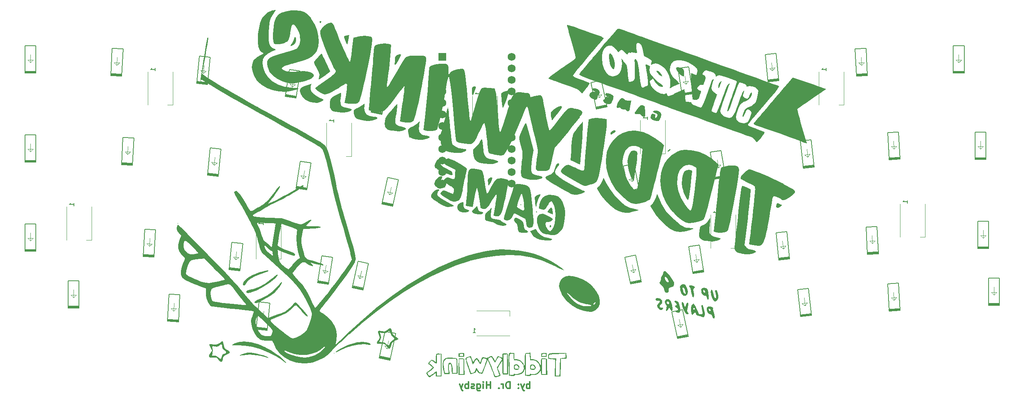
<source format=gbr>
%TF.GenerationSoftware,KiCad,Pcbnew,(6.0.4)*%
%TF.CreationDate,2022-10-27T11:49:13-07:00*%
%TF.ProjectId,tiddlywink,74696464-6c79-4776-996e-6b2e6b696361,rev?*%
%TF.SameCoordinates,Original*%
%TF.FileFunction,Legend,Bot*%
%TF.FilePolarity,Positive*%
%FSLAX46Y46*%
G04 Gerber Fmt 4.6, Leading zero omitted, Abs format (unit mm)*
G04 Created by KiCad (PCBNEW (6.0.4)) date 2022-10-27 11:49:13*
%MOMM*%
%LPD*%
G01*
G04 APERTURE LIST*
%ADD10C,0.300000*%
%ADD11C,0.150000*%
%ADD12C,0.120000*%
%ADD13C,0.200000*%
%ADD14R,1.752600X1.752600*%
%ADD15C,1.752600*%
G04 APERTURE END LIST*
D10*
X146751673Y-106658571D02*
X146751673Y-105158571D01*
X146751673Y-105730000D02*
X146608816Y-105658571D01*
X146323101Y-105658571D01*
X146180244Y-105730000D01*
X146108816Y-105801428D01*
X146037387Y-105944285D01*
X146037387Y-106372857D01*
X146108816Y-106515714D01*
X146180244Y-106587142D01*
X146323101Y-106658571D01*
X146608816Y-106658571D01*
X146751673Y-106587142D01*
X145537387Y-105658571D02*
X145180244Y-106658571D01*
X144823101Y-105658571D02*
X145180244Y-106658571D01*
X145323101Y-107015714D01*
X145394530Y-107087142D01*
X145537387Y-107158571D01*
X144251673Y-106515714D02*
X144180244Y-106587142D01*
X144251673Y-106658571D01*
X144323101Y-106587142D01*
X144251673Y-106515714D01*
X144251673Y-106658571D01*
X144251673Y-105730000D02*
X144180244Y-105801428D01*
X144251673Y-105872857D01*
X144323101Y-105801428D01*
X144251673Y-105730000D01*
X144251673Y-105872857D01*
X142394530Y-106658571D02*
X142394530Y-105158571D01*
X142037387Y-105158571D01*
X141823101Y-105230000D01*
X141680244Y-105372857D01*
X141608816Y-105515714D01*
X141537387Y-105801428D01*
X141537387Y-106015714D01*
X141608816Y-106301428D01*
X141680244Y-106444285D01*
X141823101Y-106587142D01*
X142037387Y-106658571D01*
X142394530Y-106658571D01*
X140894530Y-106658571D02*
X140894530Y-105658571D01*
X140894530Y-105944285D02*
X140823101Y-105801428D01*
X140751673Y-105730000D01*
X140608816Y-105658571D01*
X140465958Y-105658571D01*
X139965958Y-106515714D02*
X139894530Y-106587142D01*
X139965958Y-106658571D01*
X140037387Y-106587142D01*
X139965958Y-106515714D01*
X139965958Y-106658571D01*
X138108816Y-106658571D02*
X138108816Y-105158571D01*
X138108816Y-105872857D02*
X137251673Y-105872857D01*
X137251673Y-106658571D02*
X137251673Y-105158571D01*
X136537387Y-106658571D02*
X136537387Y-105658571D01*
X136537387Y-105158571D02*
X136608816Y-105230000D01*
X136537387Y-105301428D01*
X136465958Y-105230000D01*
X136537387Y-105158571D01*
X136537387Y-105301428D01*
X135180244Y-105658571D02*
X135180244Y-106872857D01*
X135251673Y-107015714D01*
X135323101Y-107087142D01*
X135465958Y-107158571D01*
X135680244Y-107158571D01*
X135823101Y-107087142D01*
X135180244Y-106587142D02*
X135323101Y-106658571D01*
X135608816Y-106658571D01*
X135751673Y-106587142D01*
X135823101Y-106515714D01*
X135894530Y-106372857D01*
X135894530Y-105944285D01*
X135823101Y-105801428D01*
X135751673Y-105730000D01*
X135608816Y-105658571D01*
X135323101Y-105658571D01*
X135180244Y-105730000D01*
X134537387Y-106587142D02*
X134394530Y-106658571D01*
X134108816Y-106658571D01*
X133965958Y-106587142D01*
X133894530Y-106444285D01*
X133894530Y-106372857D01*
X133965958Y-106230000D01*
X134108816Y-106158571D01*
X134323101Y-106158571D01*
X134465958Y-106087142D01*
X134537387Y-105944285D01*
X134537387Y-105872857D01*
X134465958Y-105730000D01*
X134323101Y-105658571D01*
X134108816Y-105658571D01*
X133965958Y-105730000D01*
X133251673Y-106658571D02*
X133251673Y-105158571D01*
X133251673Y-105730000D02*
X133108816Y-105658571D01*
X132823101Y-105658571D01*
X132680244Y-105730000D01*
X132608816Y-105801428D01*
X132537387Y-105944285D01*
X132537387Y-106372857D01*
X132608816Y-106515714D01*
X132680244Y-106587142D01*
X132823101Y-106658571D01*
X133108816Y-106658571D01*
X133251673Y-106587142D01*
X132037387Y-105658571D02*
X131680244Y-106658571D01*
X131323101Y-105658571D02*
X131680244Y-106658571D01*
X131823101Y-107015714D01*
X131894530Y-107087142D01*
X132037387Y-107158571D01*
D11*
%TO.C,RGB5*%
X172683630Y-47332632D02*
X172683630Y-46761203D01*
X172683630Y-47046918D02*
X171683630Y-47046918D01*
X171826488Y-46951679D01*
X171921726Y-46856441D01*
X171969345Y-46761203D01*
%TO.C,RGB10*%
X135774255Y-41974815D02*
X135774255Y-41403386D01*
X135774255Y-41689101D02*
X134774255Y-41689101D01*
X134917113Y-41593862D01*
X135012351Y-41498624D01*
X135059970Y-41403386D01*
%TO.C,RGB6*%
X188161755Y-68168587D02*
X188161755Y-67597158D01*
X188161755Y-67882873D02*
X187161755Y-67882873D01*
X187304613Y-67787634D01*
X187399851Y-67692396D01*
X187447470Y-67597158D01*
%TO.C,RGB1*%
X46477380Y-66382589D02*
X46477380Y-65811160D01*
X46477380Y-66096875D02*
X45477380Y-66096875D01*
X45620238Y-66001636D01*
X45715476Y-65906398D01*
X45763095Y-65811160D01*
%TO.C,RGB8*%
X229833630Y-65787335D02*
X229833630Y-65215906D01*
X229833630Y-65501621D02*
X228833630Y-65501621D01*
X228976488Y-65406382D01*
X229071726Y-65311144D01*
X229119345Y-65215906D01*
%TO.C,RGB7*%
X211974255Y-36616998D02*
X211974255Y-36045569D01*
X211974255Y-36331284D02*
X210974255Y-36331284D01*
X211117113Y-36236045D01*
X211212351Y-36140807D01*
X211259970Y-36045569D01*
%TO.C,RGB4*%
X103627380Y-47927945D02*
X103627380Y-47356516D01*
X103627380Y-47642231D02*
X102627380Y-47642231D01*
X102770238Y-47546992D01*
X102865476Y-47451754D01*
X102913095Y-47356516D01*
%TO.C,RGB3*%
X88149255Y-70549839D02*
X88149255Y-69978410D01*
X88149255Y-70264125D02*
X87149255Y-70264125D01*
X87292113Y-70168886D01*
X87387351Y-70073648D01*
X87434970Y-69978410D01*
%TO.C,RGB2*%
X64336755Y-36616998D02*
X64336755Y-36045569D01*
X64336755Y-36331284D02*
X63336755Y-36331284D01*
X63479613Y-36236045D01*
X63574851Y-36140807D01*
X63622470Y-36045569D01*
%TO.C,RGB9*%
X134272214Y-94325895D02*
X134843643Y-94325895D01*
X134557929Y-94325895D02*
X134557929Y-93325895D01*
X134653167Y-93468753D01*
X134748405Y-93563991D01*
X134843643Y-93611610D01*
D12*
%TO.C,D17*%
X187573225Y-57540215D02*
X188758451Y-57352494D01*
D13*
X186495665Y-54572242D02*
X187434272Y-60498372D01*
X189761705Y-59851315D02*
X187391253Y-60226758D01*
D12*
X188259699Y-58038968D02*
X187573225Y-57540215D01*
D13*
X189742151Y-59727854D02*
X187371698Y-60103297D01*
X188866118Y-54196799D02*
X186495665Y-54572242D01*
X187414718Y-60374911D02*
X189785170Y-59999468D01*
X187434272Y-60498372D02*
X189804724Y-60122929D01*
X189804724Y-60122929D02*
X188866118Y-54196799D01*
D12*
X187978117Y-56261128D02*
X188259699Y-58038968D01*
X188259699Y-58038968D02*
X188758451Y-57352494D01*
D13*
%TO.C,D13*%
X78291437Y-59464830D02*
X75904584Y-59213962D01*
D12*
X76762618Y-56790374D02*
X77956045Y-56915809D01*
X77296614Y-57449805D02*
X76762618Y-56790374D01*
D13*
X78278371Y-59589146D02*
X75891518Y-59338277D01*
D12*
X77484766Y-55659665D02*
X77296614Y-57449805D01*
D13*
X75862773Y-59611771D02*
X78249625Y-59862639D01*
X75875839Y-59487456D02*
X78262691Y-59738324D01*
D12*
X77296614Y-57449805D02*
X77956045Y-56915809D01*
D13*
X76489943Y-53644640D02*
X75862773Y-59611771D01*
X78249625Y-59862639D02*
X78876796Y-53895508D01*
X78876796Y-53895508D02*
X76489943Y-53644640D01*
D12*
%TO.C,RGB5*%
X171081250Y-47546918D02*
X171081250Y-54846918D01*
X176581250Y-47546918D02*
X176581250Y-54846918D01*
X176581250Y-54846918D02*
X175431250Y-54846918D01*
D13*
%TO.C,D14*%
X95369757Y-62380720D02*
X97740209Y-62756163D01*
X96288809Y-56578051D02*
X95350203Y-62504181D01*
D12*
X96895228Y-60420220D02*
X96396476Y-59733746D01*
D13*
X97763674Y-62608010D02*
X95393222Y-62232567D01*
X98659262Y-56953494D02*
X96288809Y-56578051D01*
X95350203Y-62504181D02*
X97720655Y-62879624D01*
D12*
X96895228Y-60420220D02*
X97581702Y-59921467D01*
X96396476Y-59733746D02*
X97581702Y-59921467D01*
D13*
X97783229Y-62484549D02*
X95412776Y-62109106D01*
D12*
X97176810Y-58642380D02*
X96895228Y-60420220D01*
D13*
X97720655Y-62879624D02*
X98659262Y-56953494D01*
%TO.C,D33*%
X86591325Y-93420145D02*
X88978177Y-93671013D01*
D12*
X88012100Y-91382494D02*
X88671531Y-90848498D01*
X87478104Y-90723063D02*
X88671531Y-90848498D01*
X88200252Y-89592354D02*
X88012100Y-91382494D01*
D13*
X87205429Y-87577329D02*
X86578259Y-93544460D01*
X88965111Y-93795328D02*
X89592282Y-87828197D01*
D12*
X88012100Y-91382494D02*
X87478104Y-90723063D01*
D13*
X88993857Y-93521835D02*
X86607004Y-93270966D01*
X89592282Y-87828197D02*
X87205429Y-87577329D01*
X89006923Y-93397519D02*
X86620070Y-93146651D01*
X86578259Y-93544460D02*
X88965111Y-93795328D01*
%TO.C,D3*%
X75910185Y-39224188D02*
X73523332Y-38973320D01*
X73481521Y-39371129D02*
X75868373Y-39621997D01*
X73494587Y-39246814D02*
X75881439Y-39497682D01*
D12*
X75103514Y-35419023D02*
X74915362Y-37209163D01*
D13*
X75868373Y-39621997D02*
X76495544Y-33654866D01*
D12*
X74381366Y-36549732D02*
X75574793Y-36675167D01*
X74915362Y-37209163D02*
X75574793Y-36675167D01*
D13*
X76495544Y-33654866D02*
X74108691Y-33403998D01*
D12*
X74915362Y-37209163D02*
X74381366Y-36549732D01*
D13*
X74108691Y-33403998D02*
X73481521Y-39371129D01*
X75897119Y-39348504D02*
X73510266Y-39097635D01*
%TO.C,D38*%
X247640834Y-82329759D02*
X247640834Y-88329759D01*
D12*
X248840834Y-84229759D02*
X248840834Y-86029759D01*
X248840834Y-86029759D02*
X248240834Y-85429759D01*
D13*
X247640834Y-88329759D02*
X250040834Y-88329759D01*
X250040834Y-88329759D02*
X250040834Y-82329759D01*
X250040834Y-82329759D02*
X247640834Y-82329759D01*
X250040834Y-87929759D02*
X247640834Y-87929759D01*
D12*
X248840834Y-86029759D02*
X249440834Y-85429759D01*
X248240834Y-85429759D02*
X249440834Y-85429759D01*
D13*
X247640834Y-88204759D02*
X250040834Y-88204759D01*
X250040834Y-88054759D02*
X247640834Y-88054759D01*
%TO.C,D9*%
X221021935Y-37386342D02*
X218625224Y-37511949D01*
D12*
X219087020Y-34859144D02*
X220285376Y-34796341D01*
D13*
X221015393Y-37261514D02*
X218618682Y-37387120D01*
X218633075Y-37661743D02*
X221029786Y-37536137D01*
D12*
X219717599Y-35426921D02*
X219087020Y-34859144D01*
D13*
X218325601Y-31794794D02*
X218639617Y-37786572D01*
X218639617Y-37786572D02*
X221036328Y-37660965D01*
X221036328Y-37660965D02*
X220722312Y-31669188D01*
D12*
X219717599Y-35426921D02*
X220285376Y-34796341D01*
D13*
X220722312Y-31669188D02*
X218325601Y-31794794D01*
D12*
X219623395Y-33629387D02*
X219717599Y-35426921D01*
D13*
%TO.C,D10*%
X239901765Y-37132841D02*
X242301765Y-37132841D01*
X239901765Y-37007841D02*
X242301765Y-37007841D01*
X242301765Y-31132841D02*
X239901765Y-31132841D01*
D12*
X241101765Y-33032841D02*
X241101765Y-34832841D01*
D13*
X242301765Y-36857841D02*
X239901765Y-36857841D01*
D12*
X241101765Y-34832841D02*
X240501765Y-34232841D01*
D13*
X242301765Y-37132841D02*
X242301765Y-31132841D01*
D12*
X240501765Y-34232841D02*
X241701765Y-34232841D01*
D13*
X239901765Y-31132841D02*
X239901765Y-37132841D01*
X242301765Y-36732841D02*
X239901765Y-36732841D01*
D12*
X241101765Y-34832841D02*
X241701765Y-34232841D01*
%TO.C,D31*%
X46434414Y-86625072D02*
X47034414Y-86025072D01*
D13*
X47634414Y-88525072D02*
X45234414Y-88525072D01*
D12*
X46434414Y-86625072D02*
X45834414Y-86025072D01*
D13*
X47634414Y-82925072D02*
X45234414Y-82925072D01*
X47634414Y-88925072D02*
X47634414Y-82925072D01*
D12*
X45834414Y-86025072D02*
X47034414Y-86025072D01*
D13*
X45234414Y-88925072D02*
X47634414Y-88925072D01*
X47634414Y-88650072D02*
X45234414Y-88650072D01*
X45234414Y-88800072D02*
X47634414Y-88800072D01*
D12*
X46434414Y-84825072D02*
X46434414Y-86625072D01*
D13*
X45234414Y-82925072D02*
X45234414Y-88925072D01*
D12*
%TO.C,RGB10*%
X139671875Y-42189101D02*
X139671875Y-49489101D01*
X139671875Y-49489101D02*
X138521875Y-49489101D01*
X134171875Y-42189101D02*
X134171875Y-49489101D01*
%TO.C,D11*%
X36909406Y-52678170D02*
X36909406Y-54478170D01*
D13*
X38109406Y-56778170D02*
X38109406Y-50778170D01*
X35709406Y-56778170D02*
X38109406Y-56778170D01*
X35709406Y-56653170D02*
X38109406Y-56653170D01*
X38109406Y-56378170D02*
X35709406Y-56378170D01*
X38109406Y-56503170D02*
X35709406Y-56503170D01*
D12*
X36909406Y-54478170D02*
X37509406Y-53878170D01*
D13*
X35709406Y-50778170D02*
X35709406Y-56778170D01*
D12*
X36909406Y-54478170D02*
X36309406Y-53878170D01*
D13*
X38109406Y-50778170D02*
X35709406Y-50778170D01*
D12*
X36309406Y-53878170D02*
X37509406Y-53878170D01*
D13*
%TO.C,D15*%
X116651670Y-66213754D02*
X114304116Y-65714766D01*
X116677659Y-66091485D02*
X114330105Y-65592497D01*
D12*
X116273156Y-62222845D02*
X115898914Y-63983511D01*
D13*
X114246940Y-65983756D02*
X116594495Y-66482744D01*
D12*
X115898914Y-63983511D02*
X115436773Y-63271875D01*
D13*
X114272929Y-65861488D02*
X116620484Y-66360476D01*
X116594495Y-66482744D02*
X117841965Y-60613859D01*
X117841965Y-60613859D02*
X115494411Y-60114871D01*
X115494411Y-60114871D02*
X114246940Y-65983756D01*
D12*
X115436773Y-63271875D02*
X116610550Y-63521369D01*
X115898914Y-63983511D02*
X116610550Y-63521369D01*
D13*
%TO.C,D24*%
X102526178Y-83443965D02*
X100155726Y-83068522D01*
X102545733Y-83320504D02*
X100175280Y-82945061D01*
X103421766Y-77789449D02*
X101051313Y-77414006D01*
D12*
X101657732Y-81256175D02*
X101158980Y-80569701D01*
D13*
X100132261Y-83216675D02*
X102502713Y-83592118D01*
D12*
X101657732Y-81256175D02*
X102344206Y-80757422D01*
X101939314Y-79478335D02*
X101657732Y-81256175D01*
D13*
X101051313Y-77414006D02*
X100112707Y-83340136D01*
X102483159Y-83715579D02*
X103421766Y-77789449D01*
X100112707Y-83340136D02*
X102483159Y-83715579D01*
D12*
X101158980Y-80569701D02*
X102344206Y-80757422D01*
%TO.C,G\u002A\u002A\u002A*%
G36*
X111158792Y-96564199D02*
G01*
X111459667Y-96670483D01*
X111789103Y-96848840D01*
X111801157Y-96972787D01*
X111509500Y-97018718D01*
X110927805Y-96963022D01*
X110457774Y-96910744D01*
X109161401Y-96941838D01*
X107763921Y-97186634D01*
X106361620Y-97624308D01*
X105050782Y-98234035D01*
X104589560Y-98475103D01*
X104211133Y-98638267D01*
X104039531Y-98665321D01*
X104042092Y-98605573D01*
X104248349Y-98402801D01*
X104671445Y-98120697D01*
X105247466Y-97794352D01*
X105912502Y-97458848D01*
X106602639Y-97149273D01*
X107253965Y-96900710D01*
X107415485Y-96847221D01*
X108851980Y-96483986D01*
X110096175Y-96389954D01*
X111158792Y-96564199D01*
G37*
G36*
X149118663Y-63898723D02*
G01*
X149002631Y-64195179D01*
X148788684Y-64631575D01*
X148697807Y-64817057D01*
X148447088Y-65462078D01*
X148293707Y-66055284D01*
X148262009Y-66233741D01*
X148176307Y-66559098D01*
X148104980Y-66637190D01*
X148084701Y-66588647D01*
X148020640Y-66274430D01*
X147952856Y-65786111D01*
X147894756Y-65242928D01*
X147859742Y-64764119D01*
X147861221Y-64468920D01*
X147945909Y-64356902D01*
X148233303Y-64158072D01*
X148607330Y-63963027D01*
X148945473Y-63833557D01*
X149125215Y-63831449D01*
X149118663Y-63898723D01*
G37*
G36*
X155052787Y-26496583D02*
G01*
X155394840Y-26589295D01*
X155947581Y-26761303D01*
X156644553Y-26990231D01*
X157419309Y-27253701D01*
X158205394Y-27529339D01*
X158936356Y-27794768D01*
X159545744Y-28027612D01*
X159587268Y-28044011D01*
X160219902Y-28280316D01*
X160843249Y-28495123D01*
X160991917Y-28543698D01*
X161811644Y-28828994D01*
X162454628Y-29083062D01*
X162871345Y-29284931D01*
X163012268Y-29413628D01*
X162970351Y-29485759D01*
X162737823Y-29792185D01*
X162299102Y-30335452D01*
X161651039Y-31119359D01*
X160790487Y-32147698D01*
X159714301Y-33424265D01*
X158419333Y-34952853D01*
X157758455Y-35734007D01*
X157153473Y-36457529D01*
X156723167Y-36985706D01*
X156441610Y-37351232D01*
X156282876Y-37586804D01*
X156221040Y-37725117D01*
X156292557Y-37816813D01*
X156635978Y-38011059D01*
X157218926Y-38265779D01*
X157993166Y-38558296D01*
X158644452Y-38797632D01*
X159274636Y-39046334D01*
X159722700Y-39243099D01*
X159919458Y-39359165D01*
X159925893Y-39400240D01*
X159812866Y-39665777D01*
X159537758Y-40093610D01*
X159144124Y-40613286D01*
X158255771Y-41711852D01*
X157892612Y-41234913D01*
X157699715Y-41030000D01*
X157151261Y-40670399D01*
X156313993Y-40313668D01*
X155915023Y-40167889D01*
X154690990Y-39721784D01*
X153730734Y-39374170D01*
X152992285Y-39110137D01*
X152433675Y-38914780D01*
X152012935Y-38773189D01*
X151688095Y-38670456D01*
X151567738Y-38632524D01*
X151121593Y-38467586D01*
X150847281Y-38328526D01*
X150908103Y-38197545D01*
X151239333Y-37897947D01*
X151829522Y-37443765D01*
X152663517Y-36846633D01*
X153726165Y-36118185D01*
X154100227Y-35864557D01*
X154963090Y-35268158D01*
X155708176Y-34737345D01*
X156294290Y-34302391D01*
X156680233Y-33993573D01*
X156824805Y-33841163D01*
X156827795Y-33814994D01*
X156808536Y-33561305D01*
X156719014Y-33119973D01*
X156550781Y-32457339D01*
X156295387Y-31539740D01*
X155944384Y-30333517D01*
X155775520Y-29753340D01*
X155599374Y-29127606D01*
X155481981Y-28684904D01*
X155442636Y-28495906D01*
X155422083Y-28370300D01*
X155326207Y-27995504D01*
X155176593Y-27476717D01*
X155064089Y-27071775D01*
X154977516Y-26667820D01*
X154975662Y-26488740D01*
X155052787Y-26496583D01*
G37*
G36*
X179086073Y-87363479D02*
G01*
X179343792Y-87489386D01*
X179527442Y-87774907D01*
X179701052Y-88307403D01*
X179853792Y-88983990D01*
X179879031Y-89588453D01*
X179718069Y-89913847D01*
X179658619Y-89943661D01*
X179332230Y-89962641D01*
X178969334Y-89874248D01*
X178756818Y-89716795D01*
X178791528Y-89599095D01*
X179049009Y-89491359D01*
X179067140Y-89488428D01*
X179341306Y-89345103D01*
X179321641Y-89098112D01*
X179011251Y-88804014D01*
X178761826Y-88582336D01*
X178703387Y-88399842D01*
X178879574Y-88352342D01*
X178997976Y-88335866D01*
X179085387Y-88156555D01*
X179018061Y-87900685D01*
X178810609Y-87705318D01*
X178711754Y-87656894D01*
X178520576Y-87472122D01*
X178626333Y-87347131D01*
X178996161Y-87345629D01*
X179086073Y-87363479D01*
G37*
G36*
X148479499Y-72081779D02*
G01*
X148640671Y-72304255D01*
X149187882Y-72868736D01*
X149842927Y-73222850D01*
X150716889Y-73433721D01*
X151325535Y-73557614D01*
X151646989Y-73697590D01*
X151631708Y-73845115D01*
X151278749Y-73999241D01*
X151269412Y-74001913D01*
X150892379Y-74035659D01*
X150309467Y-74012750D01*
X149642814Y-73937777D01*
X148974127Y-73811842D01*
X148144175Y-73527468D01*
X147548661Y-73111062D01*
X147129332Y-72529995D01*
X146849418Y-71991752D01*
X148082422Y-71505034D01*
X148479499Y-72081779D01*
G37*
G36*
X143864508Y-69068006D02*
G01*
X144352577Y-69289486D01*
X144415056Y-69322157D01*
X144943851Y-69626568D01*
X145245124Y-69907547D01*
X145394505Y-70268386D01*
X145467617Y-70812373D01*
X145471340Y-70852822D01*
X145550955Y-71340294D01*
X145714064Y-71610066D01*
X146026561Y-71775706D01*
X146177127Y-71840648D01*
X146407616Y-72047619D01*
X146316019Y-72234455D01*
X145912315Y-72350906D01*
X145705478Y-72368280D01*
X145085517Y-72346289D01*
X144580024Y-72226763D01*
X144298934Y-72031468D01*
X144263044Y-71951734D01*
X144160714Y-71561083D01*
X144082390Y-71046702D01*
X144068566Y-70931493D01*
X143915293Y-70387110D01*
X143619082Y-70077483D01*
X143407434Y-69895219D01*
X143294770Y-69505398D01*
X143486550Y-69091054D01*
X143582264Y-69032435D01*
X143864508Y-69068006D01*
G37*
G36*
X175250018Y-64905973D02*
G01*
X175694774Y-65863883D01*
X176738562Y-67548378D01*
X178048998Y-69047179D01*
X179649844Y-70389899D01*
X179936662Y-70596249D01*
X180443110Y-70932091D01*
X180844448Y-71124674D01*
X181252337Y-71219817D01*
X181778435Y-71263336D01*
X182225347Y-71295385D01*
X182618863Y-71344633D01*
X182765628Y-71393956D01*
X182624473Y-71484756D01*
X182243511Y-71632482D01*
X181717302Y-71802958D01*
X181140412Y-71965678D01*
X180607408Y-72090137D01*
X179780582Y-72157735D01*
X178690239Y-71960772D01*
X177655039Y-71448088D01*
X176891198Y-70878649D01*
X175659025Y-69737635D01*
X174544682Y-68437939D01*
X173649333Y-67089632D01*
X173252998Y-66385668D01*
X173685357Y-65960444D01*
X173846317Y-65772809D01*
X174176673Y-65258499D01*
X174456382Y-64676357D01*
X174795047Y-63817495D01*
X175250018Y-64905973D01*
G37*
G36*
X180392095Y-87563622D02*
G01*
X180540975Y-87744562D01*
X180656591Y-88119461D01*
X180660635Y-88141214D01*
X180771673Y-88507859D01*
X180902919Y-88672808D01*
X180904739Y-88673060D01*
X181033740Y-88540397D01*
X181133275Y-88194960D01*
X181257787Y-87822916D01*
X181487015Y-87736655D01*
X181557690Y-87754208D01*
X181659520Y-87870634D01*
X181647011Y-88151673D01*
X181523173Y-88675458D01*
X181421731Y-89110935D01*
X181388158Y-89547588D01*
X181491597Y-89805836D01*
X181594883Y-89950554D01*
X181673046Y-90199253D01*
X181574717Y-90273665D01*
X181281071Y-90244761D01*
X181191009Y-90201953D01*
X180923874Y-89928906D01*
X180664731Y-89493365D01*
X180439190Y-88972012D01*
X180272858Y-88441531D01*
X180191344Y-87978605D01*
X180220255Y-87659915D01*
X180385201Y-87562145D01*
X180392095Y-87563622D01*
G37*
G36*
X182207948Y-58538722D02*
G01*
X182442235Y-58714823D01*
X182443272Y-58922771D01*
X182407203Y-59411720D01*
X182339214Y-60125951D01*
X182244587Y-61009977D01*
X182128607Y-62008310D01*
X182050288Y-62642843D01*
X181900582Y-63746584D01*
X181772673Y-64522754D01*
X181665323Y-64978342D01*
X181577294Y-65120333D01*
X181462131Y-65051402D01*
X181212587Y-64716980D01*
X180928539Y-64172440D01*
X180646214Y-63490969D01*
X180401845Y-62745757D01*
X180302304Y-62290516D01*
X180228875Y-61442957D01*
X180263453Y-60569288D01*
X180394936Y-59759201D01*
X180612216Y-59102382D01*
X180904190Y-58688518D01*
X180931058Y-58668170D01*
X181316723Y-58513076D01*
X181787565Y-58470700D01*
X182207948Y-58538722D01*
G37*
G36*
X127428130Y-59872252D02*
G01*
X127505975Y-60071528D01*
X127364479Y-60452540D01*
X127330598Y-60513960D01*
X127173237Y-61016950D01*
X127313531Y-61442285D01*
X127770069Y-61854201D01*
X128306616Y-62222890D01*
X127727606Y-62426267D01*
X127501207Y-62501506D01*
X126998433Y-62596145D01*
X126596072Y-62494201D01*
X126149490Y-62172410D01*
X125914251Y-61947366D01*
X125732071Y-61604568D01*
X125798718Y-61212120D01*
X126111860Y-60677506D01*
X126472202Y-60258227D01*
X126851879Y-59976264D01*
X127190310Y-59844052D01*
X127428130Y-59872252D01*
G37*
G36*
X145979269Y-48258478D02*
G01*
X146130112Y-48697847D01*
X146330953Y-49362776D01*
X146565904Y-50200566D01*
X146819078Y-51158522D01*
X147591491Y-54165578D01*
X147290873Y-56106850D01*
X147170802Y-56966570D01*
X147089658Y-57916641D01*
X147111369Y-58609554D01*
X147238084Y-59084160D01*
X147471954Y-59379309D01*
X147646910Y-59470374D01*
X148109940Y-59618873D01*
X148682796Y-59738913D01*
X148853420Y-59768871D01*
X149363771Y-59920631D01*
X149550552Y-60100736D01*
X149422756Y-60290400D01*
X148989376Y-60470840D01*
X148259405Y-60623270D01*
X147794589Y-60651050D01*
X147080912Y-60617433D01*
X146359257Y-60520138D01*
X146278035Y-60504648D01*
X145689799Y-60369974D01*
X145267706Y-60194711D01*
X144992529Y-59929816D01*
X144845040Y-59526248D01*
X144806012Y-58934966D01*
X144856216Y-58106930D01*
X144976427Y-56993096D01*
X145000526Y-56786304D01*
X145098703Y-55895958D01*
X145150615Y-55236514D01*
X145152849Y-54719913D01*
X145101996Y-54258100D01*
X144994642Y-53763020D01*
X144827373Y-53146616D01*
X144740367Y-52824139D01*
X144580712Y-52147045D01*
X144483091Y-51603722D01*
X144465998Y-51289217D01*
X144471051Y-51262370D01*
X144585654Y-50867673D01*
X144787763Y-50324792D01*
X145042676Y-49711160D01*
X145315686Y-49104212D01*
X145572094Y-48581382D01*
X145777193Y-48220105D01*
X145896282Y-48097816D01*
X145979269Y-48258478D01*
G37*
G36*
X136197648Y-51708659D02*
G01*
X136295004Y-51946550D01*
X136398461Y-52480782D01*
X136503067Y-53282378D01*
X136603875Y-54322362D01*
X136615945Y-54426581D01*
X136774354Y-55015429D01*
X137030155Y-55501476D01*
X137208683Y-55704022D01*
X137497319Y-55904352D01*
X137923879Y-56050712D01*
X138587899Y-56186898D01*
X138644788Y-56197247D01*
X139222838Y-56326005D01*
X139639528Y-56460550D01*
X139808006Y-56573370D01*
X139805628Y-56628911D01*
X139609829Y-56835778D01*
X139182277Y-57016273D01*
X138607436Y-57142267D01*
X137969767Y-57185626D01*
X137955669Y-57185459D01*
X136717468Y-57115613D01*
X135771109Y-56924409D01*
X135084479Y-56588386D01*
X134625467Y-56084087D01*
X134361957Y-55388050D01*
X134261836Y-54476815D01*
X134287025Y-54061919D01*
X134449824Y-53755515D01*
X134831023Y-53435471D01*
X134913248Y-53372253D01*
X135373221Y-52912897D01*
X135717497Y-52413666D01*
X135771979Y-52307984D01*
X135995724Y-51919733D01*
X136156992Y-51706132D01*
X136197648Y-51708659D01*
G37*
G36*
X138244852Y-67794165D02*
G01*
X138190647Y-68193692D01*
X138189128Y-68767914D01*
X138366107Y-69114324D01*
X138768602Y-69294773D01*
X139443630Y-69371107D01*
X139931079Y-69413832D01*
X140283273Y-69507156D01*
X140413828Y-69663103D01*
X140424500Y-69694361D01*
X140646484Y-69913022D01*
X141043563Y-70111429D01*
X141158949Y-70154319D01*
X141582019Y-70373732D01*
X141671422Y-70572103D01*
X141425218Y-70746206D01*
X140924702Y-70814133D01*
X140286328Y-70741107D01*
X139668862Y-70558133D01*
X139228634Y-70297167D01*
X138805850Y-70034820D01*
X138049225Y-69866409D01*
X137793337Y-69829912D01*
X137305036Y-69701722D01*
X137016889Y-69541629D01*
X136928156Y-69366514D01*
X136883571Y-68927669D01*
X136949454Y-68422558D01*
X137103010Y-67985284D01*
X137321445Y-67749949D01*
X137336197Y-67744151D01*
X137651660Y-67538035D01*
X138006364Y-67206995D01*
X138406067Y-66769165D01*
X138244852Y-67794165D01*
G37*
G36*
X117634170Y-43914320D02*
G01*
X117639954Y-44121850D01*
X117599834Y-44593246D01*
X117520988Y-45259582D01*
X117410600Y-46051927D01*
X117321945Y-46657884D01*
X117234339Y-47332677D01*
X117202466Y-47784084D01*
X117227496Y-48078730D01*
X117310599Y-48283240D01*
X117452945Y-48464239D01*
X117531239Y-48543315D01*
X117990686Y-48815637D01*
X118698472Y-48989319D01*
X118970022Y-49040080D01*
X119425714Y-49196089D01*
X119557740Y-49381023D01*
X119374412Y-49581317D01*
X118884044Y-49783412D01*
X118094949Y-49973750D01*
X118087809Y-49974991D01*
X117782269Y-49974319D01*
X117257071Y-49928499D01*
X116621576Y-49846945D01*
X116308812Y-49795521D01*
X115601281Y-49601334D01*
X115159209Y-49302791D01*
X114929623Y-48850193D01*
X114859551Y-48193844D01*
X114871988Y-47839341D01*
X115030522Y-47121807D01*
X115403969Y-46426712D01*
X116034418Y-45663402D01*
X116419222Y-45239188D01*
X116864699Y-44720211D01*
X117182291Y-44318562D01*
X117254262Y-44223058D01*
X117496305Y-43963219D01*
X117633407Y-43913152D01*
X117634170Y-43914320D01*
G37*
G36*
X100954551Y-32811979D02*
G01*
X101080369Y-33003925D01*
X101312579Y-33436627D01*
X101621031Y-34051942D01*
X101975570Y-34791730D01*
X102900803Y-36761969D01*
X101677559Y-37659078D01*
X101414436Y-37850061D01*
X100902667Y-38208914D01*
X100528094Y-38454085D01*
X100357630Y-38540875D01*
X100346065Y-38533609D01*
X100339657Y-38334843D01*
X100421207Y-37953837D01*
X100437122Y-37893877D01*
X100477980Y-37567911D01*
X100415892Y-37209099D01*
X100226798Y-36731766D01*
X99886639Y-36050236D01*
X99821431Y-35924679D01*
X99515266Y-35302933D01*
X99360805Y-34897136D01*
X99339443Y-34642749D01*
X99432573Y-34475236D01*
X99559941Y-34337801D01*
X99882025Y-33965902D01*
X100258062Y-33512835D01*
X100501855Y-33224953D01*
X100791458Y-32920144D01*
X100946563Y-32807524D01*
X100954551Y-32811979D01*
G37*
G36*
X165631313Y-49769681D02*
G01*
X165661844Y-49800621D01*
X165588922Y-50005658D01*
X165275280Y-50329923D01*
X165147554Y-50434958D01*
X164763925Y-50656178D01*
X164538198Y-50618679D01*
X164501024Y-50322743D01*
X164610033Y-50144755D01*
X164936527Y-49915049D01*
X165328378Y-49764862D01*
X165631313Y-49769681D01*
G37*
G36*
X152034205Y-64041494D02*
G01*
X152438097Y-64123869D01*
X153066877Y-64379885D01*
X153546035Y-64810553D01*
X153926856Y-65470535D01*
X154260630Y-66414495D01*
X154417475Y-67005684D01*
X154513422Y-67624883D01*
X154521657Y-68291789D01*
X154452131Y-69148454D01*
X154357324Y-69877214D01*
X154188371Y-70709706D01*
X153989476Y-71272696D01*
X153823242Y-71551338D01*
X153350477Y-72123208D01*
X152803766Y-72585819D01*
X152290714Y-72839903D01*
X152287351Y-72840734D01*
X151934467Y-72855267D01*
X151373269Y-72805254D01*
X150723674Y-72701300D01*
X150379256Y-72626958D01*
X149662298Y-72381574D01*
X149158980Y-72008063D01*
X148795096Y-71436284D01*
X148496440Y-70596097D01*
X148360481Y-70021089D01*
X148314004Y-69217922D01*
X148488195Y-68627813D01*
X148878864Y-68276168D01*
X149268127Y-68153120D01*
X149667990Y-68124269D01*
X149800403Y-68159042D01*
X150213115Y-68330973D01*
X150720988Y-68589647D01*
X151223059Y-68878549D01*
X151618367Y-69141167D01*
X151805950Y-69320987D01*
X151814173Y-69352369D01*
X151701179Y-69571014D01*
X151391764Y-69794097D01*
X150999530Y-69956314D01*
X150638080Y-69992357D01*
X150446800Y-69976187D01*
X150264449Y-70061952D01*
X150236965Y-70342686D01*
X150343798Y-70880396D01*
X150531004Y-71347036D01*
X150852928Y-71767013D01*
X151205937Y-71968182D01*
X151229794Y-71963112D01*
X151428699Y-71805091D01*
X151720519Y-71492491D01*
X151967435Y-71096739D01*
X152226839Y-70322560D01*
X152377111Y-69381693D01*
X152416244Y-68365148D01*
X152342229Y-67363933D01*
X152153060Y-66469056D01*
X151846727Y-65771523D01*
X151773843Y-65658866D01*
X151570176Y-65389855D01*
X151415150Y-65359547D01*
X151205525Y-65528870D01*
X151012001Y-65758035D01*
X150861689Y-66074466D01*
X150850912Y-66118206D01*
X150683537Y-66443317D01*
X150394690Y-66835085D01*
X150098167Y-67137384D01*
X149793621Y-67250873D01*
X149354167Y-67184614D01*
X148738725Y-67034146D01*
X148904913Y-66099957D01*
X149101608Y-65366229D01*
X149527046Y-64637703D01*
X150150475Y-64178775D01*
X150982620Y-63982389D01*
X152034205Y-64041494D01*
G37*
G36*
X186487941Y-69025138D02*
G01*
X186495133Y-69248199D01*
X186457150Y-69730504D01*
X186379046Y-70510854D01*
X186365569Y-70643225D01*
X186295921Y-71402539D01*
X186275527Y-71913463D01*
X186311342Y-72252839D01*
X186410321Y-72497507D01*
X186579422Y-72724308D01*
X186818385Y-72957422D01*
X187238570Y-73175548D01*
X187870969Y-73317806D01*
X188238748Y-73389211D01*
X188619802Y-73504673D01*
X188758067Y-73610034D01*
X188679592Y-73727510D01*
X188343900Y-73928681D01*
X187839392Y-74108594D01*
X187268619Y-74224911D01*
X186927131Y-74241469D01*
X186294757Y-74217157D01*
X185622208Y-74146284D01*
X185244796Y-74086715D01*
X184771001Y-73969022D01*
X184466086Y-73796020D01*
X184221414Y-73519064D01*
X184095388Y-73326243D01*
X183978712Y-73005875D01*
X183967354Y-72586512D01*
X184048620Y-71953103D01*
X184059975Y-71881769D01*
X184163383Y-71315838D01*
X184276241Y-70988803D01*
X184445813Y-70812195D01*
X184719358Y-70697543D01*
X185085638Y-70549779D01*
X185723618Y-70087310D01*
X186229766Y-69364643D01*
X186317819Y-69201549D01*
X186430521Y-69022523D01*
X186487941Y-69025138D01*
G37*
G36*
X98602312Y-40089403D02*
G01*
X98594202Y-40118989D01*
X98549947Y-40653687D01*
X98770390Y-41151534D01*
X98939829Y-41365628D01*
X99412700Y-41811977D01*
X99991450Y-42245937D01*
X100564860Y-42588094D01*
X101021713Y-42759038D01*
X101281254Y-42849628D01*
X101344876Y-43039789D01*
X101125883Y-43276621D01*
X100643949Y-43520466D01*
X100004131Y-43671520D01*
X99150928Y-43647198D01*
X98297794Y-43420602D01*
X97512272Y-43027260D01*
X96861900Y-42502702D01*
X96414219Y-41882457D01*
X96236767Y-41202056D01*
X96237550Y-41028185D01*
X96318177Y-40647034D01*
X96558917Y-40357052D01*
X97017281Y-40106661D01*
X97750782Y-39844286D01*
X98761939Y-39519939D01*
X98602312Y-40089403D01*
G37*
G36*
X85484919Y-98770852D02*
G01*
X86078955Y-98863236D01*
X86910453Y-99026745D01*
X87386698Y-99127769D01*
X88247159Y-99343042D01*
X88839953Y-99551334D01*
X89213489Y-99768227D01*
X89297603Y-99838144D01*
X89444458Y-99989007D01*
X89346071Y-99968693D01*
X89204469Y-99913810D01*
X88752710Y-99783293D01*
X88111049Y-99624996D01*
X87369014Y-99461870D01*
X86756077Y-99342795D01*
X85939355Y-99227911D01*
X85227815Y-99202034D01*
X84487144Y-99255546D01*
X84384599Y-99267079D01*
X83713116Y-99341365D01*
X83305717Y-99380160D01*
X83097790Y-99385675D01*
X83024728Y-99360125D01*
X83021922Y-99305720D01*
X83146007Y-99229699D01*
X83517227Y-99091817D01*
X84046849Y-98930804D01*
X84197929Y-98889296D01*
X84637373Y-98786996D01*
X85035381Y-98746476D01*
X85484919Y-98770852D01*
G37*
G36*
X96264261Y-23357668D02*
G01*
X97148760Y-23656177D01*
X97912285Y-24194242D01*
X98616861Y-24995559D01*
X98773979Y-25215422D01*
X99465711Y-26406096D01*
X99970701Y-27673123D01*
X100277865Y-28953883D01*
X100376116Y-30185755D01*
X100254369Y-31306120D01*
X99901538Y-32252359D01*
X99692434Y-32591168D01*
X99263162Y-33114360D01*
X98719342Y-33561225D01*
X98016591Y-33954758D01*
X97110528Y-34317953D01*
X95956774Y-34673805D01*
X94510946Y-35045308D01*
X94340793Y-35087739D01*
X93627356Y-35294344D01*
X93009707Y-35514799D01*
X92605812Y-35708066D01*
X92521124Y-35762843D01*
X92246019Y-35968083D01*
X92213347Y-36123113D01*
X92385259Y-36335619D01*
X92719591Y-36546431D01*
X93342025Y-36732080D01*
X94132918Y-36844641D01*
X95003143Y-36872148D01*
X95863575Y-36802634D01*
X96089944Y-36772760D01*
X96992451Y-36725351D01*
X97797239Y-36789352D01*
X98464160Y-36947082D01*
X98953062Y-37180862D01*
X99223792Y-37473012D01*
X99236200Y-37805854D01*
X98950136Y-38161707D01*
X98921253Y-38183846D01*
X98477192Y-38422593D01*
X97806896Y-38683021D01*
X97008495Y-38936434D01*
X96180125Y-39154138D01*
X95419919Y-39307436D01*
X94826011Y-39367634D01*
X94519400Y-39370406D01*
X94090376Y-39374930D01*
X93885086Y-39378048D01*
X93884054Y-39378062D01*
X93685036Y-39331231D01*
X93256154Y-39208841D01*
X92688588Y-39036890D01*
X92430367Y-38951972D01*
X91228287Y-38406269D01*
X90256618Y-37698049D01*
X89548678Y-36856639D01*
X89137781Y-35911365D01*
X89107126Y-35786875D01*
X88993145Y-35100840D01*
X89032573Y-34543922D01*
X89255891Y-34087909D01*
X89693574Y-33704590D01*
X90376102Y-33365749D01*
X91333951Y-33043174D01*
X92597600Y-32708653D01*
X93431433Y-32489458D01*
X94321289Y-32216981D01*
X95009379Y-31960035D01*
X95429972Y-31741072D01*
X95658955Y-31551383D01*
X96133459Y-30875647D01*
X96325371Y-30014956D01*
X96234043Y-28971542D01*
X96177117Y-28729327D01*
X95942736Y-28029903D01*
X95634901Y-27374782D01*
X95295467Y-26834230D01*
X94966286Y-26478515D01*
X94689210Y-26377903D01*
X94608567Y-26406283D01*
X94479586Y-26540495D01*
X94369159Y-26830026D01*
X94257737Y-27335200D01*
X94125769Y-28116334D01*
X94101717Y-28267651D01*
X93979311Y-28989572D01*
X93869946Y-29467616D01*
X93743718Y-29779969D01*
X93570722Y-30004820D01*
X93321053Y-30220357D01*
X93267122Y-30261697D01*
X92622576Y-30581648D01*
X91737418Y-30747556D01*
X91647597Y-30755956D01*
X91105844Y-30796374D01*
X90792966Y-30775868D01*
X90613328Y-30673284D01*
X90471291Y-30467462D01*
X90458842Y-30444546D01*
X90348254Y-30024807D01*
X90289377Y-29366526D01*
X90280776Y-28557741D01*
X90321018Y-27686492D01*
X90408670Y-26840816D01*
X90542295Y-26108753D01*
X90646987Y-25721461D01*
X90991088Y-24889383D01*
X91479231Y-24269488D01*
X92158049Y-23827136D01*
X93074170Y-23527686D01*
X94274229Y-23336499D01*
X95196761Y-23275018D01*
X96264261Y-23357668D01*
G37*
G36*
X183708774Y-89669753D02*
G01*
X183920776Y-90079975D01*
X184108570Y-90270774D01*
X184314304Y-90301071D01*
X184585366Y-90254630D01*
X184737294Y-90145477D01*
X184748773Y-89889110D01*
X184654225Y-89393630D01*
X184587364Y-89039574D01*
X184532055Y-88473889D01*
X184585006Y-88218202D01*
X184720567Y-88275378D01*
X184913083Y-88648278D01*
X185136903Y-89339765D01*
X185203835Y-89595093D01*
X185312192Y-90133543D01*
X185305545Y-90480258D01*
X185187241Y-90727530D01*
X184932549Y-90934633D01*
X184601000Y-90860539D01*
X184295655Y-90738984D01*
X183808133Y-90632699D01*
X183480327Y-90534528D01*
X183327813Y-90248681D01*
X183202145Y-89940855D01*
X182975094Y-89908301D01*
X182753702Y-90173063D01*
X182585312Y-90411648D01*
X182416197Y-90367804D01*
X182281423Y-90042430D01*
X182203895Y-89465022D01*
X182204214Y-89045226D01*
X182713047Y-89045226D01*
X182713637Y-89163623D01*
X182840561Y-89322589D01*
X182921984Y-89306471D01*
X183047544Y-89098206D01*
X183046954Y-88979809D01*
X182920029Y-88820843D01*
X182838608Y-88836960D01*
X182713047Y-89045226D01*
X182204214Y-89045226D01*
X182204237Y-89015009D01*
X182310690Y-88428673D01*
X182524941Y-88052410D01*
X182821796Y-87948064D01*
X182840290Y-87954406D01*
X183015865Y-88159763D01*
X183251512Y-88590508D01*
X183501616Y-89164986D01*
X183503871Y-89170481D01*
X183708774Y-89669753D01*
G37*
G36*
X89271786Y-80642646D02*
G01*
X89279970Y-80708731D01*
X89080468Y-80873739D01*
X88581532Y-81091584D01*
X87767041Y-81370059D01*
X87669295Y-81401447D01*
X86375368Y-81879784D01*
X85407919Y-82373411D01*
X84755601Y-82889298D01*
X84407071Y-83434417D01*
X84381165Y-83504114D01*
X84167339Y-83862689D01*
X83893912Y-83937625D01*
X83767039Y-83898583D01*
X83628150Y-83682009D01*
X83718606Y-83336160D01*
X84007342Y-82911988D01*
X84463294Y-82460444D01*
X85055400Y-82032482D01*
X85202665Y-81946337D01*
X85793549Y-81651785D01*
X86499112Y-81354483D01*
X87248631Y-81077742D01*
X87971382Y-80844876D01*
X88596641Y-80679195D01*
X89053684Y-80604015D01*
X89271786Y-80642646D01*
G37*
G36*
X153132611Y-57017429D02*
G01*
X153281536Y-57145311D01*
X153190243Y-57415670D01*
X152848871Y-57865810D01*
X152637425Y-58130468D01*
X152398489Y-58535891D01*
X152331784Y-58909677D01*
X152459049Y-59282416D01*
X152802030Y-59684701D01*
X153382466Y-60147125D01*
X154222099Y-60700280D01*
X155342674Y-61374759D01*
X156114765Y-61822727D01*
X156911662Y-62272131D01*
X157578170Y-62634121D01*
X158060928Y-62879790D01*
X158306575Y-62980236D01*
X158495565Y-63029957D01*
X158815209Y-63197339D01*
X158851624Y-63264710D01*
X158717681Y-63436522D01*
X158345600Y-63619581D01*
X157801487Y-63785705D01*
X157151447Y-63906708D01*
X156930461Y-63931727D01*
X156576348Y-63939855D01*
X156222041Y-63882453D01*
X155809855Y-63737187D01*
X155282107Y-63481727D01*
X154581110Y-63093742D01*
X153649181Y-62550901D01*
X153404279Y-62406713D01*
X152429714Y-61830517D01*
X151699317Y-61391836D01*
X151172933Y-61063967D01*
X150810410Y-60820208D01*
X150571598Y-60633856D01*
X150416343Y-60478209D01*
X150304493Y-60326564D01*
X150231721Y-60207184D01*
X150199797Y-60034012D01*
X150375089Y-59902041D01*
X150816761Y-59743987D01*
X150841930Y-59735639D01*
X151567212Y-59338807D01*
X152090410Y-58741745D01*
X152345117Y-58019393D01*
X152496005Y-57476489D01*
X152758609Y-57110593D01*
X153076185Y-57005875D01*
X153132611Y-57017429D01*
G37*
G36*
X82215257Y-83663458D02*
G01*
X82650086Y-84185792D01*
X83000387Y-84629268D01*
X83798441Y-85616725D01*
X84561223Y-86531171D01*
X85246483Y-87323328D01*
X85811964Y-87943920D01*
X86215415Y-88343673D01*
X86371408Y-88485304D01*
X86468431Y-88576127D01*
X86790882Y-88877973D01*
X87329570Y-89391187D01*
X87909346Y-89950823D01*
X89152180Y-91158726D01*
X89817411Y-90893241D01*
X90294106Y-90713413D01*
X90968064Y-90473756D01*
X91668969Y-90235614D01*
X91823142Y-90182502D01*
X92966597Y-89648223D01*
X93951206Y-88942113D01*
X94688817Y-88125761D01*
X94756501Y-88031824D01*
X95032254Y-87729061D01*
X95233575Y-87622799D01*
X95375408Y-87726408D01*
X95691722Y-88035080D01*
X96117803Y-88485543D01*
X96596974Y-89014053D01*
X97072552Y-89556869D01*
X97487858Y-90050248D01*
X97786214Y-90430452D01*
X97910939Y-90633737D01*
X97918610Y-90686952D01*
X97839759Y-90787591D01*
X97586874Y-90641052D01*
X97185014Y-90266377D01*
X96659231Y-89682602D01*
X96332022Y-89295424D01*
X95873084Y-88760078D01*
X95554838Y-88442898D01*
X95319136Y-88324305D01*
X95107830Y-88384720D01*
X94862773Y-88604565D01*
X94525815Y-88964260D01*
X94022477Y-89438191D01*
X93198607Y-90021437D01*
X92177697Y-90541264D01*
X90889148Y-91037927D01*
X90848301Y-91052124D01*
X90292110Y-91269967D01*
X89890313Y-91471460D01*
X89727453Y-91614634D01*
X89730252Y-91655103D01*
X89879157Y-91914508D01*
X90185116Y-92243045D01*
X90781513Y-92778846D01*
X91836657Y-93688196D01*
X92774137Y-94444911D01*
X92964705Y-94585185D01*
X93564277Y-95026518D01*
X94177400Y-95410539D01*
X94583830Y-95574499D01*
X95058041Y-95526242D01*
X95689820Y-95289474D01*
X96381415Y-94907434D01*
X97039139Y-94424019D01*
X97271911Y-94211657D01*
X97682643Y-93726135D01*
X98019397Y-93125134D01*
X98319241Y-92334941D01*
X98619242Y-91281847D01*
X98727979Y-90852496D01*
X98821843Y-90364296D01*
X98812944Y-89985795D01*
X98691064Y-89583928D01*
X98445984Y-89025632D01*
X98137773Y-88358109D01*
X97448599Y-86949803D01*
X96811419Y-85788123D01*
X96192600Y-84818540D01*
X95558504Y-83986531D01*
X94875496Y-83237568D01*
X94660768Y-83023138D01*
X93978468Y-82358881D01*
X93125341Y-81545287D01*
X92159565Y-80636610D01*
X91139308Y-79687105D01*
X90122746Y-78751027D01*
X89168052Y-77882628D01*
X88333397Y-77136165D01*
X88278631Y-77087358D01*
X87822803Y-76613883D01*
X87538961Y-76118379D01*
X87333745Y-75442689D01*
X87296066Y-75287863D01*
X88415564Y-75287863D01*
X88504389Y-75627353D01*
X88673092Y-75996628D01*
X88870353Y-76258518D01*
X88952593Y-76327448D01*
X89298197Y-76618535D01*
X89718845Y-76974051D01*
X89819208Y-77058404D01*
X90126879Y-77295074D01*
X90251693Y-77323418D01*
X90246239Y-77162197D01*
X90218371Y-76977909D01*
X90216893Y-76610026D01*
X90192038Y-76476344D01*
X89962513Y-76321822D01*
X89842190Y-76275667D01*
X89491028Y-76035074D01*
X89093291Y-75670659D01*
X88887571Y-75464680D01*
X88591792Y-75202436D01*
X88445132Y-75122005D01*
X88415564Y-75287863D01*
X87296066Y-75287863D01*
X87220405Y-74976964D01*
X87009510Y-74126076D01*
X86811218Y-73341537D01*
X86726357Y-73064299D01*
X86440829Y-72338081D01*
X86017056Y-71403002D01*
X85481611Y-70311004D01*
X85417627Y-70187583D01*
X86776562Y-70187583D01*
X86813470Y-70344354D01*
X86969512Y-70730974D01*
X87209185Y-71237050D01*
X87376662Y-71597274D01*
X87689471Y-72388816D01*
X87928424Y-73137287D01*
X87989880Y-73353706D01*
X88253577Y-73992202D01*
X88558693Y-74307227D01*
X88676341Y-74375490D01*
X89063164Y-74677227D01*
X89474275Y-75074613D01*
X90023426Y-75666621D01*
X90127043Y-75012412D01*
X91309851Y-75012412D01*
X91356832Y-75177344D01*
X91590036Y-75390293D01*
X92047683Y-75641227D01*
X92763579Y-75948233D01*
X93771531Y-76329397D01*
X94338034Y-76541598D01*
X94860281Y-76766598D01*
X95132493Y-76945297D01*
X95197174Y-77108399D01*
X95096835Y-77286602D01*
X95079091Y-77305841D01*
X94900047Y-77387173D01*
X94586222Y-77342060D01*
X94052469Y-77160198D01*
X93714713Y-77033136D01*
X93190142Y-76837382D01*
X92837313Y-76707733D01*
X92807372Y-76696787D01*
X92398424Y-76532275D01*
X91912860Y-76320388D01*
X91804306Y-76272663D01*
X91463701Y-76148903D01*
X91319754Y-76141566D01*
X91319191Y-76151993D01*
X91338326Y-76392000D01*
X91390223Y-76864436D01*
X91465122Y-77479461D01*
X91469997Y-77516378D01*
X91512207Y-77836065D01*
X91612931Y-78373038D01*
X91770191Y-78751726D01*
X92044880Y-79092099D01*
X92497894Y-79514124D01*
X92971305Y-79911855D01*
X93377883Y-80207992D01*
X93626592Y-80335807D01*
X93804575Y-80264425D01*
X94124072Y-79969456D01*
X94488795Y-79510791D01*
X94782704Y-79127382D01*
X95239727Y-78623922D01*
X95639120Y-78278433D01*
X96181930Y-77911431D01*
X95817469Y-76482291D01*
X95808130Y-76445383D01*
X95541797Y-74993140D01*
X95451283Y-73529702D01*
X95545751Y-72199416D01*
X95580131Y-71879668D01*
X95516214Y-71594914D01*
X95278375Y-71443857D01*
X94684622Y-71232793D01*
X93964179Y-70982193D01*
X93275628Y-70747526D01*
X92690839Y-70552976D01*
X92281683Y-70422733D01*
X92120030Y-70380979D01*
X92100535Y-70454301D01*
X92100014Y-70456258D01*
X92031564Y-70800401D01*
X91928661Y-71356361D01*
X91804201Y-72050428D01*
X91671079Y-72808887D01*
X91542188Y-73558027D01*
X91430423Y-74224137D01*
X91348680Y-74733502D01*
X91309851Y-75012412D01*
X90127043Y-75012412D01*
X90879604Y-70260925D01*
X90153090Y-70247514D01*
X90138812Y-70247237D01*
X89591450Y-70226991D01*
X88865113Y-70188177D01*
X88112956Y-70138946D01*
X87956083Y-70128620D01*
X87363666Y-70110514D01*
X86942925Y-70131172D01*
X86776562Y-70187583D01*
X85417627Y-70187583D01*
X84861071Y-69114030D01*
X84182007Y-67864020D01*
X83470997Y-66612915D01*
X82754614Y-65412659D01*
X82722215Y-65359695D01*
X82310939Y-64656498D01*
X81987320Y-64047126D01*
X81783200Y-63595254D01*
X81730421Y-63364559D01*
X81865852Y-63214933D01*
X82204102Y-63126588D01*
X82439634Y-63199892D01*
X82780935Y-63491186D01*
X83198277Y-64026126D01*
X83709307Y-64827878D01*
X84331671Y-65919607D01*
X84574291Y-66363401D01*
X84920454Y-66984487D01*
X85173886Y-67364964D01*
X85387919Y-67537062D01*
X85615889Y-67533008D01*
X85911128Y-67385035D01*
X86326969Y-67125370D01*
X86792390Y-66847726D01*
X87353454Y-66535212D01*
X87766639Y-66329870D01*
X88173116Y-66075848D01*
X88754741Y-65564368D01*
X89413567Y-64869541D01*
X90096786Y-64047545D01*
X90751593Y-63154552D01*
X90845436Y-63019064D01*
X91275551Y-62445947D01*
X91594539Y-62105125D01*
X91781088Y-62015802D01*
X91813886Y-62197184D01*
X91791836Y-62268632D01*
X91606961Y-62617724D01*
X91279990Y-63130969D01*
X90861569Y-63734382D01*
X90402340Y-64353980D01*
X89952947Y-64915778D01*
X89929761Y-64943398D01*
X89566469Y-65394561D01*
X89321555Y-65732929D01*
X89246922Y-65887101D01*
X89306276Y-65884999D01*
X89615345Y-65766738D01*
X90140722Y-65523209D01*
X90831554Y-65180792D01*
X91636992Y-64765869D01*
X92506185Y-64304822D01*
X93388282Y-63824030D01*
X94232434Y-63349876D01*
X94987791Y-62908739D01*
X95068267Y-62860591D01*
X95760144Y-62452690D01*
X96337704Y-62122565D01*
X96742601Y-61902949D01*
X96916490Y-61826581D01*
X96951259Y-61849569D01*
X96978884Y-62060337D01*
X96922614Y-62127688D01*
X96626225Y-62352626D01*
X96127052Y-62686942D01*
X95483190Y-63095304D01*
X94752735Y-63542380D01*
X93993779Y-63992838D01*
X93264419Y-64411347D01*
X92622750Y-64762576D01*
X92126865Y-65011194D01*
X91881340Y-65126062D01*
X91231463Y-65442202D01*
X90503839Y-65808198D01*
X89774876Y-66184347D01*
X89120985Y-66530948D01*
X88618575Y-66808301D01*
X88344054Y-66976703D01*
X88034093Y-67175394D01*
X87530250Y-67465557D01*
X86943043Y-67783390D01*
X86940162Y-67784901D01*
X86356771Y-68105313D01*
X85983251Y-68357540D01*
X85837999Y-68551580D01*
X85939414Y-68697433D01*
X86305896Y-68805098D01*
X86955843Y-68884572D01*
X87907654Y-68945858D01*
X89179728Y-68998953D01*
X92225480Y-69109768D01*
X93961392Y-69743449D01*
X94502006Y-69939333D01*
X95324299Y-70220939D01*
X95932744Y-70387060D01*
X96394152Y-70442215D01*
X96775334Y-70390920D01*
X97143103Y-70237693D01*
X97564269Y-69987052D01*
X97712205Y-69894659D01*
X98291846Y-69569234D01*
X98626683Y-69448722D01*
X98706618Y-69527556D01*
X98521557Y-69800175D01*
X98061405Y-70261016D01*
X97437273Y-70835343D01*
X98262750Y-70884068D01*
X98434724Y-70892804D01*
X99192949Y-70911008D01*
X99910373Y-70903805D01*
X100164111Y-70901906D01*
X100600978Y-70943830D01*
X100800277Y-71036666D01*
X100806258Y-71112334D01*
X100636254Y-71240273D01*
X100500847Y-71259529D01*
X100041597Y-71308200D01*
X99408495Y-71365158D01*
X98709098Y-71421494D01*
X98050963Y-71468294D01*
X97541648Y-71496650D01*
X96937719Y-71521111D01*
X96714886Y-72597916D01*
X96686437Y-72740445D01*
X96568918Y-73629187D01*
X96580315Y-74499273D01*
X96728826Y-75457550D01*
X97022644Y-76610865D01*
X97133005Y-77006729D01*
X97256722Y-77419148D01*
X97396487Y-77720552D01*
X97603034Y-77947701D01*
X97927101Y-78137350D01*
X98151171Y-78223328D01*
X98419423Y-78326259D01*
X99130739Y-78551184D01*
X100111784Y-78848881D01*
X100348987Y-78924248D01*
X100905859Y-79127966D01*
X101277157Y-79304653D01*
X101392446Y-79422746D01*
X101321624Y-79499156D01*
X101158694Y-79521623D01*
X100846591Y-79477565D01*
X100326391Y-79358498D01*
X99539175Y-79155941D01*
X98514248Y-78886586D01*
X98879122Y-79272827D01*
X98898230Y-79293305D01*
X99111444Y-79575296D01*
X99142297Y-79732957D01*
X98992910Y-79724335D01*
X98641021Y-79602885D01*
X98214524Y-79411270D01*
X97833032Y-79204113D01*
X97616162Y-79036038D01*
X97603556Y-79019722D01*
X97277616Y-78854455D01*
X96827546Y-78884443D01*
X96391839Y-79102199D01*
X96254481Y-79224995D01*
X95867732Y-79635446D01*
X95478378Y-80114769D01*
X95303358Y-80343335D01*
X94952613Y-80770073D01*
X94692592Y-81047028D01*
X94662367Y-81075930D01*
X94592020Y-81208661D01*
X94639543Y-81391590D01*
X94836032Y-81671337D01*
X95212581Y-82094517D01*
X95800282Y-82707748D01*
X96309802Y-83248149D01*
X96763888Y-83780802D01*
X97170043Y-84334470D01*
X97564354Y-84967285D01*
X97982904Y-85737379D01*
X98461783Y-86702881D01*
X99037075Y-87921924D01*
X99221863Y-88296617D01*
X99434449Y-88668227D01*
X99563827Y-88819250D01*
X99596792Y-88811985D01*
X99810196Y-88642944D01*
X100106516Y-88317602D01*
X100128772Y-88290435D01*
X100465489Y-87883709D01*
X100920557Y-87338879D01*
X101402109Y-86765964D01*
X101714507Y-86389288D01*
X102360661Y-85584024D01*
X103093538Y-84645508D01*
X103870534Y-83630564D01*
X104649048Y-82596012D01*
X105386474Y-81598677D01*
X106040211Y-80695380D01*
X106567654Y-79942943D01*
X106926201Y-79398189D01*
X107624241Y-78264842D01*
X107328177Y-76964037D01*
X107270517Y-76727032D01*
X107100828Y-76084233D01*
X106856124Y-75195796D01*
X106550607Y-74111904D01*
X106198475Y-72882741D01*
X105813930Y-71558490D01*
X105411172Y-70189336D01*
X105280281Y-69744163D01*
X104847434Y-68230667D01*
X104419897Y-66678058D01*
X104016659Y-65158856D01*
X103656713Y-63745578D01*
X103359049Y-62510747D01*
X103142660Y-61526879D01*
X102771023Y-59749709D01*
X102385644Y-58031254D01*
X102031723Y-56590562D01*
X101713029Y-55442058D01*
X101433330Y-54600165D01*
X101196397Y-54079303D01*
X101176698Y-54046455D01*
X101081006Y-53888266D01*
X100981065Y-53747512D01*
X100847694Y-53606006D01*
X100651710Y-53445562D01*
X100363931Y-53247990D01*
X99955176Y-52995105D01*
X99396264Y-52668719D01*
X98658013Y-52250643D01*
X97711240Y-51722692D01*
X96526765Y-51066676D01*
X95075405Y-50264410D01*
X94354104Y-49865672D01*
X92345977Y-48755523D01*
X90604616Y-47792761D01*
X89107698Y-46965031D01*
X87832898Y-46259978D01*
X86757892Y-45665246D01*
X85860353Y-45168482D01*
X85117961Y-44757329D01*
X84508389Y-44419434D01*
X84009314Y-44142440D01*
X83598410Y-43913994D01*
X83253355Y-43721740D01*
X82997844Y-43578488D01*
X82063609Y-43046569D01*
X80979814Y-42420092D01*
X79820487Y-41742662D01*
X78659653Y-41057879D01*
X77571339Y-40409347D01*
X76629569Y-39840668D01*
X75908369Y-39395444D01*
X75616848Y-39212666D01*
X75087403Y-38884781D01*
X74709209Y-38656197D01*
X74549645Y-38567949D01*
X74536241Y-38576522D01*
X74445765Y-38781383D01*
X74325996Y-39175443D01*
X74310277Y-39206998D01*
X74325107Y-39004627D01*
X74384471Y-38522826D01*
X74483704Y-37795412D01*
X74618145Y-36856199D01*
X74783126Y-35739002D01*
X74973983Y-34477639D01*
X75163693Y-33250522D01*
X75378153Y-31908849D01*
X75555575Y-30863376D01*
X75700244Y-30091614D01*
X75816443Y-29571076D01*
X75908456Y-29279272D01*
X75980568Y-29193717D01*
X76027945Y-29291108D01*
X76024960Y-29584915D01*
X75966613Y-30101974D01*
X75849196Y-30869301D01*
X75669003Y-31913911D01*
X75422329Y-33262819D01*
X74670434Y-37301251D01*
X75739621Y-38025265D01*
X75980233Y-38185602D01*
X76774989Y-38695125D01*
X77783591Y-39321393D01*
X78947482Y-40029262D01*
X80208102Y-40783586D01*
X81506894Y-41549219D01*
X82785299Y-42291017D01*
X83984761Y-42973832D01*
X84262670Y-43130244D01*
X85086234Y-43594457D01*
X85833089Y-44016403D01*
X86430382Y-44354888D01*
X86805256Y-44568711D01*
X86851636Y-44595148D01*
X87222161Y-44801732D01*
X87836330Y-45140406D01*
X88650331Y-45587157D01*
X89620353Y-46117969D01*
X90702585Y-46708827D01*
X91853216Y-47335717D01*
X91927716Y-47376270D01*
X93146849Y-48041605D01*
X94354334Y-48703523D01*
X95492945Y-49330448D01*
X96505455Y-49890796D01*
X97334638Y-50352990D01*
X97923268Y-50685448D01*
X98009400Y-50734727D01*
X99138720Y-51381230D01*
X100013973Y-51886889D01*
X100671961Y-52278302D01*
X101149490Y-52582065D01*
X101483366Y-52824774D01*
X101710393Y-53033025D01*
X101867376Y-53233414D01*
X101991119Y-53452539D01*
X102118428Y-53716994D01*
X102356670Y-54287968D01*
X102648119Y-55162752D01*
X102964881Y-56293466D01*
X103312119Y-57700010D01*
X103695003Y-59402285D01*
X104118699Y-61420192D01*
X104366175Y-62587384D01*
X104635428Y-63780949D01*
X104903581Y-64903684D01*
X105149787Y-65868322D01*
X105353195Y-66587595D01*
X105361548Y-66614722D01*
X105533507Y-67185131D01*
X105771573Y-67990232D01*
X106059618Y-68974054D01*
X106381511Y-70080627D01*
X106721122Y-71253980D01*
X107062323Y-72438141D01*
X107388985Y-73577142D01*
X107684976Y-74615011D01*
X107934168Y-75495777D01*
X108120432Y-76163471D01*
X108227638Y-76562121D01*
X108391804Y-77342562D01*
X108443639Y-78136832D01*
X108321832Y-78773542D01*
X108287479Y-78854708D01*
X108050466Y-79276813D01*
X107641273Y-79915846D01*
X107087313Y-80733503D01*
X106415998Y-81691485D01*
X105654739Y-82751488D01*
X104830946Y-83875212D01*
X103972034Y-85024356D01*
X103105412Y-86160616D01*
X102258493Y-87245692D01*
X101820332Y-87806617D01*
X101302411Y-88490608D01*
X100897032Y-89051110D01*
X100637659Y-89441501D01*
X100557754Y-89615160D01*
X100655559Y-89715517D01*
X100982476Y-89948645D01*
X101447439Y-90232434D01*
X101652511Y-90359417D01*
X102449799Y-91020647D01*
X103188551Y-91870048D01*
X103784743Y-92799906D01*
X104154351Y-93702506D01*
X104248095Y-94119357D01*
X104310699Y-94914396D01*
X104222820Y-95843908D01*
X104211445Y-95918528D01*
X104128467Y-96484334D01*
X104076428Y-96878356D01*
X104066175Y-97019207D01*
X104066503Y-97018905D01*
X104196706Y-96893454D01*
X104531026Y-96570399D01*
X105031271Y-96086671D01*
X105659244Y-95479204D01*
X106376753Y-94784931D01*
X109719575Y-91683189D01*
X113148311Y-88773654D01*
X116575520Y-86136521D01*
X119987072Y-83780969D01*
X123368839Y-81716181D01*
X126706694Y-79951339D01*
X129986509Y-78495620D01*
X133194153Y-77358209D01*
X135121086Y-76806079D01*
X136986656Y-76377813D01*
X138722772Y-76110941D01*
X140411386Y-75996581D01*
X142134452Y-76025851D01*
X143973924Y-76189870D01*
X144236547Y-76222066D01*
X146128796Y-76529901D01*
X147812974Y-76960316D01*
X149394941Y-77545456D01*
X150980559Y-78317466D01*
X151463542Y-78587961D01*
X152171488Y-79013069D01*
X152860259Y-79454549D01*
X153475322Y-79874760D01*
X153962144Y-80236061D01*
X154266194Y-80500812D01*
X154332937Y-80631376D01*
X154325697Y-80633738D01*
X154113913Y-80568858D01*
X153671324Y-80374375D01*
X153057786Y-80077953D01*
X152333157Y-79707250D01*
X151767168Y-79420054D01*
X149473739Y-78449855D01*
X147114753Y-77763335D01*
X144668307Y-77359126D01*
X142112495Y-77235864D01*
X139425415Y-77392185D01*
X136585161Y-77826724D01*
X133569831Y-78538115D01*
X133416901Y-78580311D01*
X130744347Y-79446651D01*
X127936361Y-80586752D01*
X125024081Y-81981669D01*
X122038644Y-83612454D01*
X119011190Y-85460162D01*
X115972854Y-87505849D01*
X112954777Y-89730567D01*
X109988094Y-92115371D01*
X107103945Y-94641314D01*
X107032781Y-94706391D01*
X106020012Y-95632909D01*
X105224500Y-96362495D01*
X104615427Y-96924828D01*
X104161974Y-97349583D01*
X103833322Y-97666436D01*
X103655375Y-97847385D01*
X103598651Y-97905066D01*
X103427143Y-98095147D01*
X103287979Y-98266357D01*
X103150340Y-98448373D01*
X102541900Y-99111923D01*
X101522455Y-99867399D01*
X100306897Y-100477718D01*
X98969883Y-100907039D01*
X97586069Y-101119525D01*
X96865397Y-101131413D01*
X95435865Y-100944895D01*
X94084299Y-100501224D01*
X92859243Y-99830050D01*
X91809238Y-98961020D01*
X91297966Y-98319316D01*
X92779022Y-98319316D01*
X92821287Y-98402500D01*
X93080710Y-98626558D01*
X93501693Y-98898214D01*
X93889032Y-99087584D01*
X94669891Y-99364728D01*
X95565492Y-99596402D01*
X96469313Y-99760664D01*
X97274828Y-99835570D01*
X97875512Y-99799178D01*
X98081261Y-99752757D01*
X99467134Y-99302584D01*
X100607830Y-98672167D01*
X101473791Y-97877294D01*
X101719437Y-97540763D01*
X101737286Y-97413169D01*
X101532633Y-97510901D01*
X101122657Y-97835982D01*
X100701988Y-98148047D01*
X99801943Y-98628164D01*
X98774690Y-99005176D01*
X97752585Y-99224547D01*
X97424998Y-99255416D01*
X96281354Y-99239089D01*
X95092587Y-99064946D01*
X93982821Y-98756533D01*
X93076185Y-98337400D01*
X92914715Y-98268610D01*
X92779022Y-98319316D01*
X91297966Y-98319316D01*
X90982826Y-97923779D01*
X90428548Y-96747977D01*
X90312632Y-96435075D01*
X90127013Y-96161735D01*
X89900743Y-96128215D01*
X89705993Y-96152308D01*
X89225594Y-96160025D01*
X88639972Y-96133700D01*
X87999481Y-96052685D01*
X87520120Y-95882522D01*
X87050863Y-95565183D01*
X86835957Y-95374126D01*
X86253334Y-94606480D01*
X85804350Y-93617435D01*
X85528998Y-92487863D01*
X85496978Y-92258516D01*
X85486535Y-92083972D01*
X86441195Y-92083972D01*
X86566696Y-92708897D01*
X86807771Y-93408676D01*
X87118881Y-94059069D01*
X87454491Y-94535839D01*
X87814865Y-94833536D01*
X88566199Y-95118059D01*
X89511904Y-95133073D01*
X89730306Y-95084214D01*
X89952973Y-94883378D01*
X90104675Y-94443495D01*
X90114190Y-94404478D01*
X90168237Y-94142268D01*
X90165899Y-93915676D01*
X90075566Y-93679980D01*
X89865628Y-93390459D01*
X89504474Y-93002390D01*
X88960493Y-92471051D01*
X88202076Y-91751721D01*
X86969799Y-90586866D01*
X86736135Y-90994588D01*
X86575123Y-91336832D01*
X86443174Y-91776705D01*
X86441195Y-92083972D01*
X85486535Y-92083972D01*
X85464803Y-91720724D01*
X85544690Y-91252081D01*
X85760017Y-90668454D01*
X85906575Y-90281426D01*
X86027047Y-89861645D01*
X86035981Y-89647271D01*
X86034061Y-89645290D01*
X85830015Y-89594311D01*
X85335537Y-89518492D01*
X84595034Y-89423247D01*
X83652911Y-89313986D01*
X82553572Y-89196121D01*
X81341423Y-89075067D01*
X80406361Y-88984578D01*
X79238404Y-88868834D01*
X78340731Y-88773594D01*
X77672974Y-88692268D01*
X77194765Y-88618271D01*
X76865734Y-88545015D01*
X76645513Y-88465911D01*
X76493734Y-88374374D01*
X76370027Y-88263815D01*
X76357137Y-88250780D01*
X76018249Y-87735372D01*
X75741003Y-87005166D01*
X75560629Y-86178830D01*
X75526867Y-85616614D01*
X76569837Y-85616614D01*
X76617015Y-86347702D01*
X76810957Y-87020045D01*
X76907058Y-87207509D01*
X77060703Y-87369598D01*
X77323732Y-87483042D01*
X77771719Y-87577917D01*
X78480235Y-87684292D01*
X78693454Y-87713671D01*
X79477069Y-87812543D01*
X80365724Y-87914093D01*
X81296356Y-88012329D01*
X82205907Y-88101260D01*
X83031316Y-88174894D01*
X83709523Y-88227239D01*
X84177469Y-88252305D01*
X84372090Y-88244099D01*
X84340416Y-88159287D01*
X84138570Y-87859197D01*
X83791664Y-87397862D01*
X83341158Y-86832073D01*
X83095179Y-86528684D01*
X82512866Y-85799698D01*
X81961103Y-85096252D01*
X81532584Y-84536023D01*
X81206849Y-84131346D01*
X80817375Y-83753264D01*
X80549148Y-83638553D01*
X80398519Y-83667784D01*
X79951446Y-83767943D01*
X79316162Y-83917878D01*
X78577262Y-84097883D01*
X78315596Y-84163518D01*
X77595257Y-84363267D01*
X77128286Y-84538081D01*
X76852557Y-84715337D01*
X76705947Y-84922406D01*
X76677717Y-84992454D01*
X76569837Y-85616614D01*
X75526867Y-85616614D01*
X75512359Y-85375031D01*
X75543848Y-84572030D01*
X74380978Y-84190521D01*
X73744392Y-83967336D01*
X72809572Y-83593672D01*
X71927037Y-83192530D01*
X71164154Y-82797204D01*
X70588288Y-82440990D01*
X70266807Y-82157180D01*
X70253792Y-82138763D01*
X70052243Y-81579287D01*
X70046498Y-81191646D01*
X71167570Y-81191646D01*
X71216675Y-81455788D01*
X71394738Y-81681371D01*
X71747469Y-81911092D01*
X72320573Y-82187642D01*
X73159760Y-82553715D01*
X73491883Y-82695456D01*
X74357632Y-83043488D01*
X75030476Y-83263441D01*
X75593424Y-83373582D01*
X76129485Y-83392176D01*
X76721671Y-83337488D01*
X77031032Y-83293025D01*
X77763112Y-83163200D01*
X78470124Y-83009500D01*
X79074740Y-82851311D01*
X79499630Y-82708019D01*
X79667462Y-82599010D01*
X79667606Y-82597726D01*
X79560062Y-82428872D01*
X79269630Y-82098744D01*
X78857990Y-81677555D01*
X78521112Y-81344014D01*
X77934788Y-80756981D01*
X77268436Y-80084628D01*
X76610931Y-79416385D01*
X75190751Y-77966772D01*
X74391768Y-78081399D01*
X74229241Y-78104118D01*
X73513380Y-78195241D01*
X72853354Y-78268248D01*
X72539954Y-78307108D01*
X72212205Y-78418891D01*
X71978763Y-78670027D01*
X71728285Y-79147537D01*
X71620037Y-79393471D01*
X71374119Y-80094300D01*
X71218220Y-80740201D01*
X71201714Y-80846252D01*
X71167570Y-81191646D01*
X70046498Y-81191646D01*
X70040933Y-80816094D01*
X70213482Y-79918064D01*
X70563512Y-78954071D01*
X70709767Y-78619826D01*
X70882303Y-78161407D01*
X70918428Y-77904378D01*
X70833015Y-77784173D01*
X70725713Y-77703269D01*
X70429511Y-77405825D01*
X70074258Y-76992885D01*
X69717891Y-76473547D01*
X69449086Y-75731395D01*
X69449476Y-75534554D01*
X70611272Y-75534554D01*
X70889494Y-76232946D01*
X71449397Y-76760953D01*
X71491680Y-76786674D01*
X71892450Y-76998569D01*
X72175388Y-77097634D01*
X72327694Y-77093496D01*
X72729479Y-77042431D01*
X73209645Y-76958952D01*
X73630068Y-76868017D01*
X73852622Y-76794584D01*
X73850002Y-76770690D01*
X73697133Y-76566935D01*
X73370563Y-76206877D01*
X72921875Y-75748491D01*
X72234203Y-75073302D01*
X71656931Y-74535881D01*
X71249023Y-74215308D01*
X70975562Y-74097559D01*
X70801636Y-74168613D01*
X70692328Y-74414446D01*
X70612727Y-74821033D01*
X70611272Y-75534554D01*
X69449476Y-75534554D01*
X69450701Y-74915408D01*
X69713737Y-73949611D01*
X70086236Y-72933366D01*
X69561723Y-72356174D01*
X69247637Y-71961285D01*
X69114104Y-71587258D01*
X69142808Y-71112273D01*
X69171678Y-70958555D01*
X69281891Y-70621936D01*
X69398255Y-70526446D01*
X69401063Y-70528014D01*
X69613345Y-70704536D01*
X70044962Y-71112082D01*
X70682045Y-71736905D01*
X71510719Y-72565253D01*
X72517110Y-73583376D01*
X73687347Y-74777523D01*
X73943237Y-75039407D01*
X74703999Y-75816775D01*
X75611140Y-76742429D01*
X75995206Y-77133936D01*
X76600052Y-77750501D01*
X77606130Y-78775119D01*
X78564766Y-79750411D01*
X79070194Y-80268105D01*
X79967706Y-81204694D01*
X80824259Y-82118833D01*
X81533462Y-82894555D01*
X81590046Y-82956446D01*
X82215257Y-83663458D01*
G37*
G36*
X174792621Y-36616769D02*
G01*
X175153674Y-36811827D01*
X175525242Y-37157924D01*
X175807535Y-37545784D01*
X175900757Y-37866132D01*
X175865975Y-37902369D01*
X175664886Y-37824752D01*
X175359545Y-37599032D01*
X175034676Y-37292473D01*
X174774999Y-36972342D01*
X174708932Y-36867339D01*
X174620619Y-36645123D01*
X174752059Y-36608268D01*
X174792621Y-36616769D01*
G37*
G36*
X169968372Y-54230432D02*
G01*
X170062774Y-54255815D01*
X170286822Y-54350153D01*
X170397272Y-54525798D01*
X170423789Y-54868241D01*
X170396035Y-55462968D01*
X170395074Y-55478629D01*
X170341125Y-56088833D01*
X170246010Y-56921975D01*
X170122879Y-57870468D01*
X169984882Y-58826730D01*
X169640025Y-61086605D01*
X169231144Y-60421790D01*
X169025813Y-60058806D01*
X168553171Y-58877504D01*
X168302598Y-57626355D01*
X168287262Y-56400348D01*
X168520331Y-55294469D01*
X168664307Y-54937056D01*
X169003815Y-54417347D01*
X169425002Y-54191728D01*
X169968372Y-54230432D01*
G37*
G36*
X115490373Y-30636434D02*
G01*
X115978144Y-30751017D01*
X116229328Y-30952135D01*
X116240765Y-31157967D01*
X116220349Y-31647555D01*
X116171954Y-32356787D01*
X116101418Y-33225384D01*
X116014583Y-34193063D01*
X115917286Y-35199546D01*
X115815371Y-36184550D01*
X115714674Y-37087797D01*
X115621038Y-37849004D01*
X115540303Y-38407895D01*
X115478306Y-38704184D01*
X115475322Y-38712859D01*
X115381781Y-39176717D01*
X115353186Y-39715597D01*
X115370884Y-40318687D01*
X115762842Y-39780712D01*
X115909995Y-39559826D01*
X116223016Y-39052747D01*
X116637284Y-38357379D01*
X117116445Y-37534937D01*
X117624147Y-36646633D01*
X118023075Y-35948832D01*
X118494664Y-35142345D01*
X118902607Y-34464734D01*
X119213252Y-33971698D01*
X119392946Y-33718937D01*
X119523973Y-33600978D01*
X119881330Y-33428705D01*
X120420608Y-33321375D01*
X121193240Y-33270895D01*
X122250655Y-33269170D01*
X122464366Y-33271570D01*
X122971532Y-33276140D01*
X123366187Y-33304915D01*
X123655080Y-33392393D01*
X123844957Y-33573072D01*
X123942565Y-33881448D01*
X123954651Y-34352019D01*
X123887961Y-35019284D01*
X123749242Y-35917740D01*
X123545243Y-37081883D01*
X123282709Y-38546213D01*
X123249288Y-38733548D01*
X123024372Y-39977435D01*
X122811746Y-41125768D01*
X122620591Y-42130933D01*
X122460086Y-42945313D01*
X122339408Y-43521293D01*
X122267738Y-43811259D01*
X122237461Y-43906955D01*
X122105892Y-44379450D01*
X121938492Y-45034813D01*
X121764027Y-45761663D01*
X121650552Y-46238559D01*
X121446010Y-46986872D01*
X121247893Y-47483724D01*
X121021539Y-47784208D01*
X120732288Y-47943416D01*
X120345480Y-48016442D01*
X120225643Y-48026272D01*
X119576850Y-48019265D01*
X118931261Y-47940852D01*
X118183131Y-47793311D01*
X118754119Y-43897671D01*
X118851387Y-43221069D01*
X118992391Y-42184643D01*
X119103351Y-41296065D01*
X119178914Y-40602058D01*
X119213728Y-40149342D01*
X119202438Y-39984639D01*
X119170800Y-40001832D01*
X118967954Y-40217790D01*
X118622031Y-40642680D01*
X118171639Y-41228069D01*
X117655384Y-41925522D01*
X117015018Y-42795799D01*
X116273031Y-43763884D01*
X115662746Y-44497212D01*
X115155104Y-45025222D01*
X114721049Y-45377352D01*
X114331521Y-45583037D01*
X113957464Y-45671718D01*
X113661772Y-45684690D01*
X112993257Y-45646690D01*
X112318021Y-45544038D01*
X111370608Y-45342760D01*
X111463494Y-43985919D01*
X111488368Y-43652175D01*
X111549167Y-42911535D01*
X111632895Y-41942726D01*
X111733770Y-40811197D01*
X111846012Y-39582402D01*
X111963839Y-38321789D01*
X112042921Y-37470104D01*
X112152624Y-36234515D01*
X112249530Y-35079965D01*
X112328495Y-34070449D01*
X112384381Y-33269961D01*
X112412045Y-32742499D01*
X112414613Y-32668799D01*
X112454722Y-32020808D01*
X112516183Y-31496361D01*
X112586789Y-31203012D01*
X112623106Y-31146621D01*
X112956503Y-30920639D01*
X113499082Y-30750488D01*
X114161689Y-30642310D01*
X114855171Y-30602246D01*
X115490373Y-30636434D01*
G37*
G36*
X85410266Y-96461372D02*
G01*
X87028191Y-96904427D01*
X88727433Y-97651474D01*
X88870168Y-97726360D01*
X89834912Y-98277525D01*
X90800044Y-98896996D01*
X91689250Y-99530824D01*
X92426219Y-100125059D01*
X92934637Y-100625752D01*
X93028378Y-100737415D01*
X93182634Y-100937412D01*
X93184448Y-100998881D01*
X93002055Y-100908640D01*
X92603694Y-100653506D01*
X91957601Y-100220300D01*
X91007648Y-99622300D01*
X89304088Y-98732421D01*
X87543407Y-98018737D01*
X85792849Y-97503253D01*
X84119658Y-97207978D01*
X82591077Y-97154917D01*
X82529997Y-97158045D01*
X81941112Y-97178872D01*
X81511695Y-97177723D01*
X81330988Y-97154615D01*
X81311840Y-97115726D01*
X81422949Y-96928019D01*
X81795803Y-96720020D01*
X82373359Y-96526122D01*
X82481813Y-96498478D01*
X83889520Y-96325119D01*
X85410266Y-96461372D01*
G37*
G36*
X181490221Y-85799244D02*
G01*
X181247424Y-86128790D01*
X181000980Y-86247177D01*
X180585973Y-86196910D01*
X180213527Y-85858086D01*
X179930082Y-85261288D01*
X179838728Y-84912483D01*
X179823102Y-84641573D01*
X180362069Y-84641573D01*
X180499462Y-85188539D01*
X180556317Y-85336482D01*
X180739996Y-85646446D01*
X180916619Y-85784938D01*
X181016479Y-85685016D01*
X181020023Y-85613513D01*
X180962452Y-85266940D01*
X180834865Y-84847911D01*
X180683310Y-84491159D01*
X180553840Y-84331417D01*
X180406594Y-84367303D01*
X180362069Y-84641573D01*
X179823102Y-84641573D01*
X179802152Y-84278346D01*
X179991608Y-83863084D01*
X180400409Y-83689046D01*
X180616958Y-83682820D01*
X180918137Y-83779426D01*
X181141930Y-84074221D01*
X181356707Y-84634825D01*
X181517139Y-85291282D01*
X181492281Y-85760376D01*
X181490221Y-85799244D01*
G37*
G36*
X148265548Y-67565843D02*
G01*
X148368649Y-67747030D01*
X148360736Y-67784575D01*
X148268406Y-67902597D01*
X148242796Y-67890651D01*
X148117776Y-67707295D01*
X148101904Y-67638370D01*
X148218020Y-67551728D01*
X148265548Y-67565843D01*
G37*
G36*
X193913337Y-62070051D02*
G01*
X194496844Y-62323858D01*
X195362629Y-62760448D01*
X195235350Y-64283286D01*
X195189704Y-64775494D01*
X195105292Y-65601452D01*
X194993428Y-66644220D01*
X194861093Y-67839908D01*
X194715273Y-69124631D01*
X194562950Y-70434498D01*
X194017830Y-75062871D01*
X194383891Y-75506599D01*
X194620642Y-75741267D01*
X195033076Y-75954235D01*
X195660494Y-76094542D01*
X195937428Y-76146342D01*
X196395238Y-76302789D01*
X196528971Y-76487769D01*
X196346674Y-76687935D01*
X195856392Y-76889938D01*
X195066174Y-77080431D01*
X195056065Y-77082118D01*
X194746108Y-77080363D01*
X194217512Y-77033651D01*
X193578684Y-76951389D01*
X192967156Y-76849876D01*
X192529269Y-76731550D01*
X192249381Y-76569826D01*
X192033344Y-76326638D01*
X191954196Y-76209493D01*
X191864682Y-76015861D01*
X191816941Y-75760845D01*
X191811227Y-75389536D01*
X191847800Y-74847029D01*
X191926919Y-74078417D01*
X192048839Y-73028793D01*
X192071417Y-72837887D01*
X192200898Y-71725867D01*
X192352637Y-70400246D01*
X192515058Y-68963332D01*
X192676582Y-67517435D01*
X192825630Y-66164863D01*
X192837963Y-66052365D01*
X192994299Y-64696604D01*
X193136561Y-63594586D01*
X193261603Y-62767278D01*
X193366279Y-62235651D01*
X193447445Y-62020671D01*
X193535888Y-61994163D01*
X193913337Y-62070051D01*
G37*
G36*
X92225008Y-83415481D02*
G01*
X92223431Y-83424167D01*
X92078227Y-83727207D01*
X91764807Y-84188997D01*
X91346574Y-84727671D01*
X90886934Y-85261365D01*
X90449291Y-85708214D01*
X90218818Y-85902058D01*
X89616463Y-86319614D01*
X88992564Y-86666285D01*
X88636112Y-86840505D01*
X88219452Y-87063773D01*
X88006263Y-87205216D01*
X87945544Y-87252252D01*
X87628366Y-87424069D01*
X87171016Y-87626945D01*
X86960182Y-87706285D01*
X86557483Y-87817531D01*
X86344925Y-87815824D01*
X86239640Y-87639670D01*
X86379484Y-87390504D01*
X86837333Y-87109532D01*
X87621956Y-86789710D01*
X88972155Y-86167192D01*
X90279220Y-85228358D01*
X91356792Y-84048511D01*
X91678327Y-83633219D01*
X92014521Y-83276447D01*
X92199499Y-83201862D01*
X92225008Y-83415481D01*
G37*
G36*
X134745883Y-40054141D02*
G01*
X134872946Y-40135102D01*
X134860593Y-40369117D01*
X134726200Y-40840702D01*
X134649760Y-41081855D01*
X134470249Y-41598663D01*
X134327178Y-41949515D01*
X134321175Y-41961538D01*
X134219818Y-42077543D01*
X134141132Y-41929082D01*
X134064537Y-41479307D01*
X134018622Y-41029600D01*
X134045971Y-40453946D01*
X134223196Y-40136653D01*
X134562245Y-40043236D01*
X134745883Y-40054141D01*
G37*
G36*
X187261666Y-90037324D02*
G01*
X187366965Y-90456561D01*
X187439126Y-90891217D01*
X187424613Y-91108447D01*
X187267583Y-91212418D01*
X187052449Y-91104484D01*
X186898418Y-90717591D01*
X186894053Y-90697259D01*
X186741995Y-90361118D01*
X186456118Y-90288639D01*
X186160353Y-90216189D01*
X185837749Y-89834194D01*
X185665001Y-89337273D01*
X185677558Y-89253305D01*
X186135460Y-89253305D01*
X186170600Y-89424861D01*
X186359198Y-89671119D01*
X186490555Y-89689427D01*
X186561790Y-89474454D01*
X186526651Y-89302898D01*
X186338053Y-89056640D01*
X186206695Y-89038331D01*
X186135460Y-89253305D01*
X185677558Y-89253305D01*
X185733561Y-88878810D01*
X186060206Y-88581824D01*
X186148040Y-88556583D01*
X186479669Y-88564602D01*
X186828469Y-88662425D01*
X187076517Y-88807647D01*
X187105893Y-88957861D01*
X187083421Y-89106609D01*
X187134450Y-89504967D01*
X187149399Y-89567522D01*
X187261666Y-90037324D01*
G37*
G36*
X151415223Y-70658791D02*
G01*
X151470281Y-70895663D01*
X151433133Y-71008083D01*
X151263297Y-71120046D01*
X151190841Y-71079557D01*
X151135783Y-70842684D01*
X151172931Y-70730264D01*
X151342766Y-70618300D01*
X151415223Y-70658791D01*
G37*
G36*
X186827925Y-84852492D02*
G01*
X186970357Y-85147782D01*
X187098303Y-85708830D01*
X187104066Y-85743315D01*
X187260444Y-86415468D01*
X187445263Y-86755476D01*
X187657046Y-86760558D01*
X187695960Y-86632894D01*
X187689071Y-86248349D01*
X187623150Y-85713892D01*
X187507673Y-85132769D01*
X187517637Y-85023982D01*
X187716656Y-84951564D01*
X187776130Y-84973475D01*
X187980201Y-85232669D01*
X188142395Y-85689953D01*
X188232085Y-86235110D01*
X188218642Y-86757930D01*
X188098771Y-87093380D01*
X187824039Y-87355056D01*
X187763855Y-87378189D01*
X187468098Y-87455491D01*
X187264627Y-87356803D01*
X187017269Y-87026704D01*
X186852600Y-86740638D01*
X186600643Y-85960181D01*
X186581222Y-85189178D01*
X186588114Y-85148123D01*
X186693135Y-84845193D01*
X186827925Y-84852492D01*
G37*
G36*
X144848118Y-66160768D02*
G01*
X144822025Y-66247397D01*
X144718960Y-66254606D01*
X144702826Y-66226924D01*
X144754279Y-66031609D01*
X144808728Y-66013411D01*
X144848118Y-66160768D01*
G37*
G36*
X163633323Y-61447570D02*
G01*
X164424536Y-62801681D01*
X165632740Y-64352718D01*
X167048136Y-65723618D01*
X167219646Y-65866098D01*
X167783691Y-66303192D01*
X168264344Y-66589937D01*
X168790843Y-66792634D01*
X169492420Y-66977578D01*
X170814123Y-67292314D01*
X169826753Y-67572815D01*
X169376213Y-67698808D01*
X168873724Y-67834124D01*
X168573498Y-67908374D01*
X168354429Y-67917413D01*
X167874646Y-67885871D01*
X167283760Y-67814804D01*
X167222163Y-67805376D01*
X166396090Y-67577019D01*
X165563787Y-67141281D01*
X164675954Y-66466770D01*
X163683291Y-65522093D01*
X163634764Y-65471755D01*
X163181192Y-64963278D01*
X162703800Y-64373823D01*
X162251526Y-63770928D01*
X161873311Y-63222135D01*
X161618095Y-62794986D01*
X161534818Y-62557022D01*
X161668369Y-62357417D01*
X161965417Y-62085741D01*
X162090495Y-61968844D01*
X162418043Y-61533754D01*
X162701218Y-61005550D01*
X163031029Y-60240142D01*
X163633323Y-61447570D01*
G37*
G36*
X161103888Y-40474205D02*
G01*
X161718298Y-40632547D01*
X162070021Y-40966128D01*
X162134148Y-41452590D01*
X162010547Y-41813174D01*
X161772672Y-42097829D01*
X161613060Y-42235469D01*
X161620269Y-42493084D01*
X161669162Y-42632098D01*
X161526172Y-42884044D01*
X161382179Y-42981744D01*
X161219043Y-43019958D01*
X160972888Y-42948458D01*
X160530935Y-42752318D01*
X160098090Y-42486292D01*
X159883102Y-42119597D01*
X159990000Y-41685145D01*
X160078020Y-41548732D01*
X160426864Y-41294116D01*
X160963825Y-41264530D01*
X161203144Y-41283351D01*
X161205361Y-41246628D01*
X160900734Y-41121646D01*
X160602165Y-40958703D01*
X160454470Y-40716100D01*
X160605606Y-40526905D01*
X161038970Y-40469460D01*
X161103888Y-40474205D01*
G37*
G36*
X177987360Y-88012788D02*
G01*
X178051263Y-88362913D01*
X178149190Y-88995919D01*
X178167250Y-89374259D01*
X178104526Y-89550765D01*
X177960095Y-89578263D01*
X177777244Y-89459984D01*
X177600250Y-89135520D01*
X177485217Y-88731552D01*
X177231089Y-89162774D01*
X177029844Y-89439062D01*
X176807019Y-89567466D01*
X176706101Y-89414745D01*
X176786474Y-89002330D01*
X176822855Y-88893348D01*
X176870197Y-88474382D01*
X176686403Y-88130937D01*
X176661334Y-88100464D01*
X176462957Y-87665417D01*
X176483409Y-87535616D01*
X176860634Y-87535616D01*
X176922326Y-87800442D01*
X177071950Y-87994401D01*
X177287495Y-88076607D01*
X177412508Y-87872934D01*
X177411283Y-87720209D01*
X177247676Y-87471768D01*
X176956389Y-87452830D01*
X176860634Y-87535616D01*
X176483409Y-87535616D01*
X176525417Y-87269015D01*
X176834950Y-87014675D01*
X176956246Y-86979143D01*
X177427264Y-87010127D01*
X177771089Y-87354781D01*
X177970437Y-87961301D01*
X177987360Y-88012788D01*
G37*
G36*
X142063848Y-41035910D02*
G01*
X142250641Y-41156493D01*
X142174003Y-41435029D01*
X142115231Y-41572866D01*
X141945707Y-42023919D01*
X141723048Y-42656027D01*
X141479841Y-43377979D01*
X141325782Y-43827183D01*
X141110711Y-44390681D01*
X140941406Y-44757953D01*
X140845034Y-44865348D01*
X140813061Y-44792217D01*
X140742513Y-44440258D01*
X140666243Y-43873723D01*
X140595967Y-43172266D01*
X140459725Y-41576291D01*
X141007007Y-41264560D01*
X141058605Y-41236366D01*
X141538411Y-41055218D01*
X141950236Y-41014690D01*
X142063848Y-41035910D01*
G37*
G36*
X180054879Y-35978638D02*
G01*
X180363077Y-36115575D01*
X180590569Y-36370038D01*
X180689814Y-36826677D01*
X180700367Y-36924328D01*
X180734571Y-37387393D01*
X180731718Y-37683936D01*
X180725092Y-37719615D01*
X180620515Y-37856529D01*
X180375070Y-37788851D01*
X179934461Y-37504351D01*
X179624993Y-37230861D01*
X179268838Y-36797613D01*
X179013415Y-36364013D01*
X178935366Y-36042228D01*
X179104660Y-35870403D01*
X179503892Y-35845126D01*
X180054879Y-35978638D01*
G37*
G36*
X175323753Y-86810473D02*
G01*
X175678344Y-87100390D01*
X175837315Y-87356146D01*
X175860138Y-87785392D01*
X175545997Y-88185801D01*
X175478483Y-88246724D01*
X175322817Y-88531933D01*
X175394139Y-88752525D01*
X175670074Y-88798081D01*
X175970067Y-88802803D01*
X176116077Y-88958905D01*
X175990211Y-89195806D01*
X175782143Y-89331681D01*
X175446657Y-89321558D01*
X175040151Y-89020346D01*
X174829275Y-88737609D01*
X174799332Y-88302179D01*
X175106997Y-87850640D01*
X175176354Y-87782051D01*
X175398738Y-87481082D01*
X175318961Y-87325341D01*
X174931833Y-87298471D01*
X174673973Y-87302879D01*
X174477225Y-87222671D01*
X174467717Y-86981418D01*
X174609620Y-86760081D01*
X174931950Y-86693542D01*
X175323753Y-86810473D01*
G37*
G36*
X128189782Y-35062626D02*
G01*
X128529301Y-35165643D01*
X128772304Y-35417873D01*
X128882787Y-35873515D01*
X128889724Y-36596037D01*
X128851011Y-37561264D01*
X129203461Y-37083591D01*
X129432296Y-36840203D01*
X129897703Y-36575319D01*
X130608775Y-36366383D01*
X131121322Y-36263095D01*
X131650443Y-36186713D01*
X131976262Y-36176678D01*
X132036080Y-36188894D01*
X132143021Y-36236818D01*
X132238737Y-36337987D01*
X132327023Y-36518224D01*
X132411668Y-36803352D01*
X132496466Y-37219191D01*
X132585210Y-37791566D01*
X132681690Y-38546297D01*
X132789700Y-39509209D01*
X132913031Y-40706122D01*
X133055475Y-42162860D01*
X133220825Y-43905244D01*
X133412874Y-45959098D01*
X133474901Y-46537559D01*
X133562289Y-47145205D01*
X133648195Y-47548241D01*
X133720712Y-47680112D01*
X133729494Y-47674637D01*
X133844718Y-47461752D01*
X134002199Y-47016294D01*
X134170546Y-46425793D01*
X134438820Y-45411962D01*
X134792430Y-44152390D01*
X135135445Y-43010628D01*
X135454007Y-42028936D01*
X135734260Y-41249575D01*
X135962348Y-40714804D01*
X136124413Y-40466884D01*
X136308052Y-40389317D01*
X136873734Y-40335811D01*
X137742725Y-40385321D01*
X139067231Y-40517218D01*
X139246035Y-41208452D01*
X139276130Y-41337403D01*
X139360253Y-41829020D01*
X139449375Y-42544605D01*
X139545661Y-43507024D01*
X139651279Y-44739141D01*
X139768393Y-46263824D01*
X139899168Y-48103938D01*
X139900763Y-48126919D01*
X139966331Y-48911564D01*
X140040894Y-49556583D01*
X140115396Y-49995794D01*
X140180788Y-50163011D01*
X140323317Y-50055577D01*
X140486779Y-49740003D01*
X140489737Y-49731961D01*
X140606888Y-49388133D01*
X140802160Y-48789688D01*
X141054687Y-48002778D01*
X141343605Y-47093554D01*
X141648049Y-46128167D01*
X141947154Y-45172769D01*
X142220058Y-44293509D01*
X142445894Y-43556541D01*
X142603797Y-43028014D01*
X142616438Y-42985222D01*
X142934346Y-42239119D01*
X143395679Y-41712319D01*
X143547834Y-41592762D01*
X143827359Y-41426595D01*
X144147792Y-41351257D01*
X144607416Y-41351233D01*
X145304514Y-41411010D01*
X145875984Y-41470800D01*
X146336033Y-41540123D01*
X146593973Y-41631952D01*
X146724511Y-41775705D01*
X146802355Y-42000796D01*
X146927981Y-42453932D01*
X147850097Y-42190085D01*
X148335174Y-42062770D01*
X148890616Y-41977941D01*
X149241837Y-42037931D01*
X149452299Y-42244910D01*
X149462080Y-42265326D01*
X149548114Y-42563330D01*
X149671252Y-43112934D01*
X149816516Y-43843427D01*
X149968929Y-44684092D01*
X150176227Y-45847172D01*
X150401664Y-47035168D01*
X150610741Y-48058448D01*
X150794346Y-48874560D01*
X150943369Y-49441051D01*
X151048701Y-49715469D01*
X151080133Y-49749510D01*
X151147429Y-49755617D01*
X151260687Y-49677634D01*
X151446631Y-49484813D01*
X151731980Y-49146404D01*
X152143456Y-48631657D01*
X152707777Y-47909820D01*
X153451666Y-46950145D01*
X153558277Y-46812426D01*
X154190472Y-46006178D01*
X154675737Y-45432650D01*
X155065409Y-45060101D01*
X155410823Y-44856792D01*
X155763313Y-44790981D01*
X156174216Y-44830929D01*
X156694864Y-44944896D01*
X157291958Y-45094969D01*
X157930268Y-45308447D01*
X158274667Y-45543537D01*
X158350008Y-45842174D01*
X158181138Y-46246296D01*
X157792910Y-46797836D01*
X157716590Y-46897291D01*
X156972621Y-47853310D01*
X156099268Y-48956939D01*
X155176097Y-50108829D01*
X154282673Y-51209632D01*
X153498561Y-52159997D01*
X152254097Y-53650714D01*
X151779022Y-55745140D01*
X151767580Y-55795513D01*
X151575559Y-56620457D01*
X151398992Y-57344235D01*
X151257040Y-57890328D01*
X151168857Y-58182217D01*
X150876205Y-58488095D01*
X150314612Y-58676607D01*
X149540008Y-58727677D01*
X149035510Y-58712793D01*
X148556189Y-58668796D01*
X148254407Y-58549041D01*
X148103828Y-58301569D01*
X148078118Y-57874425D01*
X148150940Y-57215647D01*
X148295958Y-56273280D01*
X148312271Y-56168642D01*
X148444048Y-55265010D01*
X148514373Y-54599734D01*
X148525574Y-54087016D01*
X148479976Y-53641058D01*
X148379902Y-53176063D01*
X148378612Y-53170933D01*
X147924200Y-51360992D01*
X147546568Y-49849288D01*
X147238496Y-48606055D01*
X146992774Y-47601526D01*
X146802183Y-46805935D01*
X146659512Y-46189515D01*
X146557543Y-45722500D01*
X146489062Y-45375124D01*
X146403045Y-44990364D01*
X146270834Y-44611108D01*
X146151375Y-44475583D01*
X146017133Y-44623659D01*
X145811154Y-45008813D01*
X145583792Y-45543714D01*
X145139826Y-46683140D01*
X144475081Y-48323149D01*
X143822121Y-49859971D01*
X143195651Y-51262826D01*
X142610372Y-52500932D01*
X142080993Y-53543511D01*
X141622215Y-54359784D01*
X141248744Y-54918969D01*
X140975285Y-55190288D01*
X140866529Y-55229745D01*
X140419415Y-55270565D01*
X139810705Y-55236854D01*
X139140444Y-55144607D01*
X138508675Y-55009809D01*
X138015441Y-54848451D01*
X137760787Y-54676524D01*
X137714715Y-54551529D01*
X137624610Y-54117907D01*
X137533984Y-53486198D01*
X137456820Y-52745236D01*
X137407593Y-52205540D01*
X137299899Y-51185524D01*
X137181036Y-50224021D01*
X137059326Y-49376787D01*
X136943089Y-48699578D01*
X136840648Y-48248152D01*
X136760322Y-48078265D01*
X136653881Y-48203457D01*
X136436313Y-48579031D01*
X136141981Y-49145781D01*
X135803306Y-49843895D01*
X135443023Y-50597774D01*
X135026685Y-51417091D01*
X134687896Y-51997152D01*
X134397238Y-52381350D01*
X134125291Y-52613074D01*
X133842635Y-52735716D01*
X133741956Y-52756536D01*
X133265138Y-52775376D01*
X132643553Y-52729049D01*
X131973831Y-52633437D01*
X131352595Y-52504420D01*
X130876474Y-52357879D01*
X130642094Y-52209695D01*
X130600659Y-52058936D01*
X130527315Y-51606322D01*
X130440508Y-50922564D01*
X130347811Y-50068641D01*
X130256792Y-49105536D01*
X130187175Y-48320654D01*
X129983373Y-46108466D01*
X129788605Y-44122134D01*
X129604775Y-42377667D01*
X129433790Y-40891075D01*
X129277554Y-39678369D01*
X129137973Y-38755558D01*
X129016953Y-38138654D01*
X128916399Y-37843667D01*
X128867590Y-37884030D01*
X128768488Y-38209745D01*
X128636174Y-38818174D01*
X128477063Y-39679068D01*
X128297568Y-40762177D01*
X128160095Y-41596089D01*
X127936945Y-42847742D01*
X127692236Y-44125241D01*
X127437188Y-45377202D01*
X127183019Y-46552242D01*
X126940950Y-47598977D01*
X126722196Y-48466022D01*
X126537978Y-49101996D01*
X126399516Y-49455512D01*
X126257530Y-49623178D01*
X125895135Y-49783744D01*
X125280122Y-49862415D01*
X124941138Y-49873537D01*
X124326196Y-49851048D01*
X123868708Y-49781928D01*
X123376148Y-49644469D01*
X123696517Y-46866383D01*
X123797998Y-45966734D01*
X123977600Y-44276799D01*
X124143520Y-42593424D01*
X124289893Y-40982484D01*
X124410857Y-39509852D01*
X124500547Y-38241400D01*
X124553102Y-37243000D01*
X124572099Y-36795464D01*
X124612776Y-36245714D01*
X124680983Y-35906598D01*
X124797033Y-35697117D01*
X124981251Y-35536274D01*
X125108569Y-35466393D01*
X125591100Y-35312647D01*
X126251845Y-35178957D01*
X126979446Y-35081766D01*
X127662543Y-35037509D01*
X128189782Y-35062626D01*
G37*
G36*
X178514920Y-83801129D02*
G01*
X178286971Y-84180178D01*
X177770938Y-84387043D01*
X177518370Y-84446240D01*
X177314379Y-84606388D01*
X177294986Y-84940900D01*
X177281472Y-85249605D01*
X177081099Y-85511445D01*
X177010798Y-85539049D01*
X176722818Y-85551726D01*
X176505891Y-85320349D01*
X176309552Y-84798272D01*
X176269010Y-84677748D01*
X176027554Y-84213931D01*
X175743441Y-83919753D01*
X175665576Y-83870361D01*
X175391260Y-83580145D01*
X175306543Y-83280641D01*
X175449721Y-83081181D01*
X175565144Y-82922232D01*
X175601691Y-82569028D01*
X175626010Y-82265523D01*
X175628851Y-82260273D01*
X176452332Y-82260273D01*
X176538540Y-82632438D01*
X176701908Y-82938910D01*
X176954040Y-83188282D01*
X177185655Y-83254801D01*
X177312978Y-83089072D01*
X177305890Y-82977367D01*
X177168890Y-82660491D01*
X176933469Y-82327773D01*
X176682396Y-82085724D01*
X176498438Y-82040856D01*
X176496011Y-82042712D01*
X176452332Y-82260273D01*
X175628851Y-82260273D01*
X175815975Y-81914461D01*
X175991677Y-81639698D01*
X176094490Y-81203474D01*
X176118512Y-81015053D01*
X176280384Y-80772565D01*
X176584746Y-80830481D01*
X177026234Y-81186537D01*
X177599486Y-81838472D01*
X178107990Y-82547650D01*
X178455141Y-83255189D01*
X178456789Y-83270234D01*
X178514920Y-83801129D01*
G37*
G36*
X91276140Y-81522848D02*
G01*
X91302199Y-81688713D01*
X91039833Y-82026568D01*
X90490529Y-82534770D01*
X89655769Y-83211678D01*
X89433750Y-83382750D01*
X88516043Y-84037097D01*
X87639378Y-84551672D01*
X86678991Y-84993183D01*
X85510122Y-85428342D01*
X85254408Y-85507944D01*
X84739514Y-85591088D01*
X84448943Y-85507873D01*
X84421150Y-85264101D01*
X84505877Y-85153598D01*
X84915158Y-84955159D01*
X85627668Y-84786999D01*
X85880852Y-84737281D01*
X87193188Y-84304571D01*
X88522990Y-83568530D01*
X89896569Y-82515156D01*
X90167589Y-82283463D01*
X90657880Y-81881685D01*
X91022910Y-81605936D01*
X91198789Y-81505744D01*
X91276140Y-81522848D01*
G37*
G36*
X106891261Y-29784801D02*
G01*
X106801723Y-30256111D01*
X106693170Y-30644768D01*
X106602797Y-30786364D01*
X106526190Y-30729252D01*
X106352624Y-30439705D01*
X106166777Y-30005411D01*
X106009180Y-29538485D01*
X105920362Y-29151044D01*
X105940850Y-28955204D01*
X106169998Y-28870461D01*
X106575146Y-28803923D01*
X107053070Y-28763178D01*
X106891261Y-29784801D01*
G37*
G36*
X177714187Y-53962097D02*
G01*
X177563002Y-54197886D01*
X177343157Y-54398894D01*
X177130377Y-54472190D01*
X177068282Y-54325263D01*
X177158499Y-54170935D01*
X177428081Y-53957050D01*
X177689662Y-53875060D01*
X177714187Y-53962097D01*
G37*
G36*
X174703305Y-45446638D02*
G01*
X175042467Y-45530639D01*
X175517480Y-45810408D01*
X175695955Y-46246713D01*
X175588154Y-46855894D01*
X175574126Y-46894640D01*
X175371284Y-47332183D01*
X175163965Y-47621408D01*
X175106289Y-47662699D01*
X174767026Y-47717746D01*
X174204396Y-47596365D01*
X173730035Y-47432580D01*
X173392199Y-47218376D01*
X173303800Y-46935718D01*
X173416947Y-46519089D01*
X173528581Y-46272929D01*
X173728039Y-46094967D01*
X174052889Y-46131396D01*
X174135663Y-46156508D01*
X174391219Y-46324147D01*
X174389832Y-46623237D01*
X174370270Y-46708387D01*
X174390110Y-46974278D01*
X174540012Y-46974056D01*
X174734570Y-46690946D01*
X174755095Y-46643089D01*
X174837506Y-46310567D01*
X174696006Y-46093881D01*
X174276859Y-45900190D01*
X174116522Y-45832638D01*
X173868638Y-45641797D01*
X173908693Y-45487382D01*
X174199358Y-45409095D01*
X174703305Y-45446638D01*
G37*
G36*
X195268425Y-58397652D02*
G01*
X195726645Y-58523491D01*
X195782514Y-58541242D01*
X196362382Y-58752508D01*
X197163520Y-59075290D01*
X198112433Y-59476989D01*
X199135624Y-59925007D01*
X200159599Y-60386747D01*
X201110860Y-60829608D01*
X201915916Y-61220994D01*
X202501267Y-61528307D01*
X202531471Y-61545199D01*
X202835804Y-61712214D01*
X203329086Y-61980578D01*
X203920378Y-62300789D01*
X203923648Y-62302558D01*
X204546388Y-62672537D01*
X204959664Y-62988002D01*
X205112370Y-63209973D01*
X205058171Y-63414055D01*
X204769806Y-63798852D01*
X204305217Y-64215714D01*
X203746386Y-64609207D01*
X203175302Y-64923895D01*
X202673948Y-65104342D01*
X202324312Y-65095116D01*
X202224219Y-65043828D01*
X201831485Y-64833781D01*
X201350382Y-64569163D01*
X201137504Y-64458555D01*
X200700214Y-64280491D01*
X200417779Y-64233267D01*
X200400931Y-64238787D01*
X200308926Y-64345174D01*
X200210836Y-64606746D01*
X200098653Y-65059571D01*
X199964361Y-65739712D01*
X199799950Y-66683233D01*
X199597410Y-67926197D01*
X199567733Y-68110872D01*
X199367584Y-69304283D01*
X199157449Y-70479940D01*
X198952333Y-71558542D01*
X198767240Y-72460791D01*
X198617170Y-73107387D01*
X198419306Y-73809841D01*
X198164121Y-74479953D01*
X197884002Y-74898860D01*
X197543465Y-75115209D01*
X197107025Y-75177644D01*
X196941759Y-75171646D01*
X196412881Y-75117945D01*
X195820120Y-75026347D01*
X194987107Y-74873502D01*
X195190368Y-73362699D01*
X195229117Y-73068177D01*
X195335872Y-72212231D01*
X195460015Y-71169653D01*
X195595183Y-69998546D01*
X195735017Y-68757017D01*
X195873154Y-67503171D01*
X196003235Y-66295112D01*
X196118897Y-65190947D01*
X196213779Y-64248778D01*
X196281521Y-63526711D01*
X196315762Y-63082853D01*
X196325720Y-62782245D01*
X196313162Y-62335544D01*
X196267101Y-62104388D01*
X196203156Y-62053851D01*
X195885722Y-61868814D01*
X195373199Y-61600127D01*
X194738789Y-61286943D01*
X194399027Y-61120885D01*
X193811088Y-60818805D01*
X193379642Y-60577331D01*
X193180010Y-60437509D01*
X193121211Y-60243856D01*
X193253094Y-59846861D01*
X193615786Y-59370319D01*
X194173496Y-58870681D01*
X194177290Y-58867777D01*
X194627127Y-58539979D01*
X194946379Y-58393209D01*
X195268425Y-58397652D01*
G37*
G36*
X105292842Y-41693887D02*
G01*
X105263251Y-42132274D01*
X105187104Y-42709333D01*
X105123333Y-43225850D01*
X105149492Y-43907458D01*
X105378302Y-44368420D01*
X105844687Y-44662068D01*
X106583573Y-44841735D01*
X107000224Y-44920586D01*
X107421278Y-45035982D01*
X107608187Y-45138152D01*
X107619007Y-45188956D01*
X107474873Y-45392341D01*
X107088172Y-45578818D01*
X106535687Y-45726381D01*
X105894198Y-45813024D01*
X105240484Y-45816740D01*
X104832916Y-45784145D01*
X104060443Y-45684259D01*
X103531519Y-45535000D01*
X103179155Y-45312407D01*
X102936362Y-44992516D01*
X102843796Y-44729741D01*
X102784337Y-44179572D01*
X102812891Y-43562429D01*
X102920254Y-43011714D01*
X103097222Y-42660832D01*
X103344989Y-42467745D01*
X103767208Y-42201159D01*
X104260547Y-41923091D01*
X104735491Y-41681383D01*
X105102525Y-41523876D01*
X105272134Y-41498417D01*
X105292842Y-41693887D01*
G37*
G36*
X153894738Y-44525178D02*
G01*
X153900750Y-44547434D01*
X153791763Y-44797414D01*
X153467089Y-45283698D01*
X152935633Y-45993687D01*
X152206295Y-46914782D01*
X151660982Y-47590352D01*
X151464371Y-46833410D01*
X151416610Y-46617527D01*
X151365810Y-46118995D01*
X151413851Y-45784838D01*
X151703289Y-45411600D01*
X152154065Y-45046224D01*
X152682023Y-44732535D01*
X153203737Y-44512892D01*
X153635783Y-44429653D01*
X153894738Y-44525178D01*
G37*
G36*
X147464737Y-68013770D02*
G01*
X147505865Y-68568112D01*
X147563921Y-69505346D01*
X147579179Y-70175983D01*
X147546121Y-70627625D01*
X147459232Y-70907875D01*
X147312993Y-71064334D01*
X147101888Y-71144607D01*
X146761882Y-71200973D01*
X146359087Y-71126702D01*
X146106398Y-70805477D01*
X145949924Y-70192769D01*
X145806164Y-69312779D01*
X143346500Y-67989256D01*
X143115560Y-68419654D01*
X142828690Y-68917730D01*
X142494865Y-69343330D01*
X142157183Y-69546466D01*
X141750150Y-69582938D01*
X141716928Y-69580626D01*
X141297336Y-69501730D01*
X141051915Y-69369267D01*
X141048564Y-69163771D01*
X141157894Y-68674363D01*
X141374664Y-67945120D01*
X141688474Y-67014521D01*
X141840751Y-66573296D01*
X143956734Y-66573296D01*
X144046528Y-66762382D01*
X144284713Y-66923429D01*
X144867762Y-67238029D01*
X145251284Y-67383071D01*
X145460450Y-67352583D01*
X145547674Y-67156223D01*
X145553336Y-66941277D01*
X145518258Y-66448914D01*
X145446637Y-65811572D01*
X145352058Y-65125684D01*
X145248112Y-64487691D01*
X145148387Y-63994031D01*
X145066472Y-63741140D01*
X144997832Y-63732430D01*
X144831127Y-63953327D01*
X144612630Y-64411826D01*
X144366760Y-65054235D01*
X144117937Y-65826858D01*
X143999337Y-66251019D01*
X143956734Y-66573296D01*
X141840751Y-66573296D01*
X142004686Y-66098290D01*
X142355905Y-65044989D01*
X142676912Y-64048768D01*
X142924927Y-63240220D01*
X143394746Y-61641630D01*
X144095860Y-61567066D01*
X144434163Y-61549777D01*
X145176622Y-61619494D01*
X145872021Y-61808192D01*
X146423475Y-62084639D01*
X146734093Y-62417597D01*
X146775575Y-62525714D01*
X146910929Y-63078036D01*
X147051232Y-63931415D01*
X147192774Y-65057439D01*
X147331846Y-66427696D01*
X147417703Y-67452407D01*
X147464737Y-68013770D01*
G37*
G36*
X126724428Y-62796410D02*
G01*
X126828005Y-62970004D01*
X126612219Y-63218423D01*
X126481778Y-63397941D01*
X126395393Y-63775563D01*
X126399745Y-63860015D01*
X126497356Y-64120888D01*
X126751519Y-64403676D01*
X127200143Y-64738002D01*
X127881141Y-65153485D01*
X128832420Y-65679748D01*
X130147104Y-66387327D01*
X129524997Y-66547595D01*
X129339746Y-66592968D01*
X128933612Y-66656783D01*
X128555612Y-66629398D01*
X128127045Y-66488536D01*
X127569205Y-66211922D01*
X126803390Y-65777278D01*
X126484300Y-65589423D01*
X125759209Y-65129328D01*
X125297601Y-64759242D01*
X125067122Y-64439931D01*
X125035420Y-64132159D01*
X125170138Y-63796696D01*
X125286459Y-63613631D01*
X125702777Y-63146988D01*
X126159625Y-62834523D01*
X126559399Y-62749787D01*
X126724428Y-62796410D01*
G37*
G36*
X103840303Y-98840743D02*
G01*
X103743434Y-98911123D01*
X103673054Y-98814253D01*
X103769923Y-98743875D01*
X103840303Y-98840743D01*
G37*
G36*
X171611162Y-44254838D02*
G01*
X171901811Y-44385154D01*
X172051378Y-44466635D01*
X172064783Y-44535770D01*
X172090213Y-44862083D01*
X172112923Y-45346369D01*
X172128855Y-45871205D01*
X172133952Y-46319174D01*
X172124156Y-46572854D01*
X172082872Y-46672594D01*
X171854467Y-46765339D01*
X171546771Y-46678379D01*
X171289987Y-46433472D01*
X171259865Y-46388327D01*
X170977037Y-46205688D01*
X170456369Y-46151908D01*
X170112304Y-46136543D01*
X169879799Y-46048598D01*
X169869170Y-45843178D01*
X170082763Y-45476248D01*
X170522929Y-44903771D01*
X170865005Y-44494212D01*
X171135818Y-44245548D01*
X171357935Y-44181620D01*
X171611162Y-44254838D01*
G37*
G36*
X151595941Y-66816499D02*
G01*
X151724246Y-67206238D01*
X151845784Y-67912005D01*
X151862029Y-68084288D01*
X151799103Y-68250998D01*
X151566420Y-68219345D01*
X151107177Y-67995773D01*
X150618067Y-67733310D01*
X150981526Y-67204374D01*
X151211362Y-66896946D01*
X151433952Y-66720748D01*
X151595941Y-66816499D01*
G37*
G36*
X135215809Y-66528267D02*
G01*
X135349643Y-66927991D01*
X135472751Y-67317764D01*
X135675413Y-67569576D01*
X136026833Y-67678163D01*
X136397349Y-67780512D01*
X136492207Y-67951793D01*
X136262244Y-68195492D01*
X135952116Y-68282796D01*
X135444549Y-68269248D01*
X134883924Y-68168046D01*
X134400703Y-68003373D01*
X134125349Y-67799409D01*
X134055750Y-67628891D01*
X134129673Y-67409874D01*
X134447458Y-67121788D01*
X134501158Y-67078954D01*
X134853801Y-66756354D01*
X135062415Y-66496749D01*
X135097169Y-66449476D01*
X135215809Y-66528267D01*
G37*
G36*
X103252319Y-26043914D02*
G01*
X103496277Y-26262268D01*
X103734329Y-26709450D01*
X104017485Y-27433418D01*
X104232845Y-28001800D01*
X104570901Y-28852203D01*
X104957958Y-29792303D01*
X105371908Y-30771689D01*
X105790641Y-31739948D01*
X106192051Y-32646668D01*
X106554027Y-33441438D01*
X106854463Y-34073843D01*
X107071248Y-34493472D01*
X107182277Y-34649914D01*
X107191832Y-34649517D01*
X107285355Y-34472527D01*
X107392794Y-33978379D01*
X107515405Y-33160054D01*
X107654442Y-32010540D01*
X107953358Y-29343726D01*
X108858719Y-29113342D01*
X108891153Y-29105223D01*
X109628103Y-28977889D01*
X110403120Y-28931763D01*
X111123651Y-28963066D01*
X111697138Y-29068020D01*
X112031027Y-29242846D01*
X112075020Y-29306287D01*
X112138414Y-29541146D01*
X112139199Y-29936998D01*
X112075122Y-30550672D01*
X111943929Y-31439003D01*
X111879242Y-31836011D01*
X111673934Y-32998027D01*
X111429006Y-34275350D01*
X111154789Y-35623186D01*
X110861613Y-36996742D01*
X110559809Y-38351223D01*
X110259708Y-39641839D01*
X109971642Y-40823797D01*
X109705939Y-41852301D01*
X109472931Y-42682561D01*
X109282949Y-43269781D01*
X109146324Y-43569171D01*
X109140342Y-43576793D01*
X108830350Y-43781670D01*
X108379518Y-43906737D01*
X108167172Y-43922227D01*
X107569771Y-43913049D01*
X106934677Y-43853217D01*
X106054233Y-43729231D01*
X106336712Y-41930947D01*
X106421143Y-41362229D01*
X106513978Y-40637562D01*
X106569650Y-40068456D01*
X106578310Y-39744059D01*
X106549096Y-39586906D01*
X106444523Y-39468439D01*
X106221133Y-39506332D01*
X105826871Y-39714362D01*
X105209684Y-40106305D01*
X105125299Y-40160475D01*
X104626488Y-40461826D01*
X103975162Y-40836385D01*
X103289687Y-41215754D01*
X102946851Y-41399078D01*
X102401551Y-41665965D01*
X102015293Y-41794837D01*
X101698902Y-41809708D01*
X101363202Y-41734598D01*
X101187873Y-41674674D01*
X100653979Y-41422921D01*
X100142962Y-41102248D01*
X99751599Y-40778566D01*
X99576668Y-40517792D01*
X99623379Y-40424682D01*
X99892622Y-40159821D01*
X100349235Y-39792560D01*
X100934271Y-39372621D01*
X102017423Y-38622873D01*
X102867866Y-38005463D01*
X103475710Y-37520437D01*
X103864313Y-37145159D01*
X104057031Y-36856989D01*
X104077221Y-36633288D01*
X103948242Y-36451418D01*
X103881084Y-36351814D01*
X103682823Y-35982091D01*
X103390329Y-35395425D01*
X103030615Y-34646386D01*
X102630690Y-33789542D01*
X102120691Y-32644784D01*
X101587210Y-31346215D01*
X101161839Y-30188368D01*
X100857804Y-29210549D01*
X100688329Y-28452062D01*
X100666639Y-27952214D01*
X100707949Y-27799029D01*
X100998547Y-27303162D01*
X101471260Y-26791973D01*
X102032083Y-26356691D01*
X102587013Y-26088542D01*
X102951444Y-26006432D01*
X103252319Y-26043914D01*
G37*
G36*
X167276496Y-42670342D02*
G01*
X167588231Y-42899721D01*
X167837302Y-43090515D01*
X168415509Y-43189454D01*
X169057293Y-43204698D01*
X168868379Y-44397459D01*
X168853902Y-44488277D01*
X168748932Y-45074299D01*
X168651012Y-45399730D01*
X168529770Y-45532066D01*
X168354837Y-45538804D01*
X168167080Y-45482457D01*
X167955853Y-45309783D01*
X167756038Y-45190916D01*
X167373204Y-45152681D01*
X167358571Y-45153231D01*
X166963247Y-45103450D01*
X166805556Y-44893783D01*
X166798176Y-44861620D01*
X166680696Y-44695375D01*
X166399549Y-44761422D01*
X166120627Y-44830250D01*
X165892789Y-44688091D01*
X165849093Y-44505881D01*
X165938084Y-44093735D01*
X166158532Y-43598663D01*
X166454270Y-43121234D01*
X166769130Y-42762015D01*
X167046944Y-42621576D01*
X167276496Y-42670342D01*
G37*
G36*
X127524154Y-55717093D02*
G01*
X127580621Y-55917147D01*
X127408879Y-56291075D01*
X127171829Y-56735283D01*
X127132876Y-57126117D01*
X127338116Y-57479341D01*
X127814386Y-57839558D01*
X128588531Y-58251372D01*
X129045401Y-58488354D01*
X129529531Y-58820778D01*
X129761409Y-59143119D01*
X129786826Y-59503213D01*
X129752899Y-59564929D01*
X129481344Y-59606263D01*
X128977451Y-59491026D01*
X128283353Y-59231155D01*
X127441181Y-58838589D01*
X127222104Y-58726621D01*
X126634369Y-58410771D01*
X126184507Y-58146637D01*
X125955918Y-57982299D01*
X125911698Y-57925231D01*
X125828623Y-57514023D01*
X125987864Y-56969471D01*
X126372121Y-56359042D01*
X126585721Y-56120827D01*
X126966679Y-55822868D01*
X127299499Y-55686978D01*
X127524154Y-55717093D01*
G37*
G36*
X132202410Y-65644176D02*
G01*
X132194051Y-65953707D01*
X132184578Y-66515749D01*
X132400643Y-66963220D01*
X132853659Y-67175581D01*
X133150992Y-67242173D01*
X133422641Y-67396963D01*
X133394122Y-67569227D01*
X133084637Y-67722569D01*
X132513384Y-67820601D01*
X131991517Y-67811367D01*
X131389041Y-67635589D01*
X130984673Y-67304945D01*
X130844000Y-66857282D01*
X130852116Y-66656965D01*
X130919643Y-66249461D01*
X131108706Y-65976458D01*
X131488721Y-65767442D01*
X132129107Y-65551902D01*
X132202410Y-65644176D01*
G37*
G36*
X128815155Y-44876683D02*
G01*
X128866483Y-45202799D01*
X128929129Y-45741600D01*
X129008779Y-46524154D01*
X129111116Y-47581525D01*
X129241825Y-48944781D01*
X129256817Y-49099161D01*
X129366853Y-50151246D01*
X129479171Y-51100871D01*
X129585907Y-51889302D01*
X129679191Y-52457801D01*
X129751159Y-52747629D01*
X129965889Y-53032540D01*
X130487678Y-53386476D01*
X131191551Y-53661585D01*
X131987210Y-53814773D01*
X132183603Y-53836993D01*
X132597594Y-53910425D01*
X132797185Y-53987762D01*
X132776744Y-54150880D01*
X132515720Y-54355396D01*
X132089240Y-54547090D01*
X131585520Y-54687187D01*
X131092778Y-54736910D01*
X130200214Y-54701956D01*
X129150811Y-54573992D01*
X128367369Y-54326123D01*
X127810598Y-53926408D01*
X127441214Y-53342906D01*
X127219930Y-52543678D01*
X127107457Y-51496781D01*
X127093075Y-50984525D01*
X127154428Y-50443019D01*
X127330235Y-49995222D01*
X127423072Y-49780062D01*
X127601935Y-49231579D01*
X127796539Y-48512567D01*
X127978597Y-47722195D01*
X128082039Y-47239641D01*
X128264926Y-46428136D01*
X128434213Y-45722972D01*
X128563351Y-45236996D01*
X128609330Y-45077769D01*
X128672232Y-44863798D01*
X128723714Y-44738250D01*
X128769459Y-44732189D01*
X128815155Y-44876683D01*
G37*
G36*
X158440479Y-47929939D02*
G01*
X158441902Y-47932265D01*
X158460151Y-48150127D01*
X158454343Y-48646177D01*
X158427797Y-49363580D01*
X158383839Y-50245507D01*
X158325792Y-51235123D01*
X158256981Y-52275596D01*
X158180727Y-53310092D01*
X158100355Y-54281779D01*
X158019189Y-55133825D01*
X157798044Y-57259328D01*
X157330596Y-57065595D01*
X157324503Y-57063066D01*
X156832782Y-56844950D01*
X156307201Y-56593380D01*
X155751254Y-56314899D01*
X155863710Y-54361242D01*
X155921105Y-53399895D01*
X155994506Y-52392343D01*
X156080347Y-51618962D01*
X156194512Y-51020643D01*
X156352893Y-50538282D01*
X156571375Y-50112772D01*
X156865849Y-49685005D01*
X157252201Y-49195877D01*
X157678031Y-48670982D01*
X158028284Y-48243418D01*
X158238945Y-47998903D01*
X158350724Y-47894065D01*
X158404332Y-47885534D01*
X158440479Y-47929939D01*
G37*
G36*
X200066463Y-42126566D02*
G01*
X199508912Y-42783322D01*
X198230366Y-44292756D01*
X197163417Y-45557974D01*
X196300918Y-46587573D01*
X195635729Y-47390151D01*
X195160703Y-47974305D01*
X194868697Y-48348632D01*
X194752567Y-48521732D01*
X194764691Y-48584263D01*
X195021241Y-48773451D01*
X195596117Y-49040498D01*
X196494343Y-49387901D01*
X197160144Y-49637678D01*
X197782411Y-49884592D01*
X198220361Y-50074015D01*
X198406565Y-50178080D01*
X198409443Y-50211430D01*
X198287282Y-50457685D01*
X198003393Y-50868631D01*
X197603536Y-51376005D01*
X196710921Y-52450627D01*
X196387180Y-51967453D01*
X196382585Y-51960638D01*
X196044515Y-51580093D01*
X195686366Y-51337228D01*
X195662116Y-51327874D01*
X195325690Y-51202910D01*
X194754205Y-50994524D01*
X194021207Y-50729427D01*
X193200237Y-50434327D01*
X191176136Y-49708655D01*
X189114910Y-48968914D01*
X187244470Y-48296666D01*
X185496581Y-47667337D01*
X183803003Y-47056354D01*
X182095502Y-46439149D01*
X180305839Y-45791147D01*
X180136372Y-45729743D01*
X178915793Y-45287536D01*
X177766804Y-44871347D01*
X176738765Y-44499048D01*
X175881041Y-44188518D01*
X175242995Y-43957627D01*
X174873987Y-43824252D01*
X174417907Y-43658783D01*
X173722359Y-43405173D01*
X172896978Y-43103397D01*
X172037761Y-42788511D01*
X171239075Y-42496041D01*
X169812564Y-41976341D01*
X168374547Y-41455474D01*
X166972088Y-40950273D01*
X165652249Y-40477573D01*
X164462093Y-40054206D01*
X163448685Y-39697007D01*
X162659088Y-39422808D01*
X162140363Y-39248442D01*
X161491335Y-39033210D01*
X160515896Y-38690663D01*
X159604546Y-38349693D01*
X158808799Y-38031193D01*
X158180161Y-37756050D01*
X157770146Y-37545154D01*
X157630261Y-37419396D01*
X157646811Y-37370114D01*
X157822163Y-37088957D01*
X158118778Y-36716920D01*
X158176620Y-36650498D01*
X158571858Y-36190930D01*
X158907411Y-35792848D01*
X159010951Y-35667855D01*
X159731280Y-34802517D01*
X160523546Y-33856973D01*
X160581392Y-33788285D01*
X162636574Y-33788285D01*
X162763883Y-35056939D01*
X163081250Y-36141912D01*
X163573901Y-37002528D01*
X164227057Y-37598111D01*
X164228454Y-37598973D01*
X164624525Y-37805635D01*
X164980164Y-37854423D01*
X165476066Y-37770238D01*
X166075950Y-37534574D01*
X166504272Y-37175094D01*
X166579540Y-37056917D01*
X166807483Y-36485333D01*
X166972505Y-35759380D01*
X167048730Y-35020471D01*
X167010278Y-34410019D01*
X166906399Y-33913506D01*
X167303763Y-34402480D01*
X167346025Y-34454487D01*
X167651602Y-34830531D01*
X167864282Y-35092279D01*
X168043722Y-35385930D01*
X168183365Y-35831890D01*
X168280621Y-36478424D01*
X168350032Y-37394449D01*
X168361784Y-37586467D01*
X168415330Y-38223639D01*
X168477998Y-38707268D01*
X168538551Y-38944925D01*
X168546904Y-38955521D01*
X168791333Y-39021023D01*
X169200644Y-38965077D01*
X169275941Y-38943673D01*
X169536266Y-38825933D01*
X169716520Y-38624766D01*
X169827915Y-38289294D01*
X169881662Y-37768639D01*
X169888973Y-37011924D01*
X169861062Y-35968272D01*
X169852356Y-35718517D01*
X169826386Y-34936926D01*
X169817848Y-34428783D01*
X169832743Y-34142250D01*
X169877070Y-34025493D01*
X169956830Y-34026677D01*
X170078023Y-34093966D01*
X170224855Y-34218160D01*
X170373449Y-34473869D01*
X170505240Y-34889747D01*
X170630889Y-35510172D01*
X170761057Y-36379521D01*
X170906406Y-37542173D01*
X170957628Y-37967717D01*
X171088040Y-38942732D01*
X171210007Y-39630105D01*
X171336805Y-40066659D01*
X171481709Y-40289213D01*
X171657995Y-40334589D01*
X171878938Y-40239606D01*
X172128200Y-40109137D01*
X172510304Y-39976708D01*
X172645586Y-39910517D01*
X172737571Y-39722515D01*
X172764272Y-39373386D01*
X172724748Y-38820523D01*
X172618063Y-38021318D01*
X172443276Y-36933164D01*
X172372653Y-36492479D01*
X172286043Y-35870041D01*
X172242191Y-35431197D01*
X172249710Y-35250807D01*
X172254004Y-35248307D01*
X172464553Y-35267787D01*
X172838540Y-35382091D01*
X173099597Y-35494381D01*
X173253481Y-35671416D01*
X173184261Y-35955699D01*
X173107532Y-36388985D01*
X173153320Y-36895251D01*
X173182173Y-36987956D01*
X173449788Y-37466922D01*
X173898726Y-38038239D01*
X174451982Y-38619313D01*
X175032555Y-39127552D01*
X175563440Y-39480361D01*
X175899973Y-39717469D01*
X176062828Y-39973488D01*
X176000515Y-40154974D01*
X175698710Y-40187085D01*
X175166490Y-39973946D01*
X174608797Y-39517874D01*
X174157295Y-38910608D01*
X173837711Y-38335185D01*
X173461971Y-38637885D01*
X173338345Y-38739734D01*
X173180899Y-38929391D01*
X173181805Y-39167773D01*
X173321196Y-39589125D01*
X173445525Y-39877459D01*
X173998037Y-40664472D01*
X174753327Y-41293670D01*
X175612076Y-41674639D01*
X175807426Y-41720848D01*
X176307823Y-41783807D01*
X176567315Y-41715882D01*
X176706346Y-41603697D01*
X176923021Y-41604725D01*
X176989925Y-41830525D01*
X176997444Y-42023775D01*
X177204359Y-42173426D01*
X177641272Y-42101466D01*
X178292037Y-41808173D01*
X178687721Y-41601768D01*
X179387358Y-41256880D01*
X179989963Y-40981377D01*
X180764933Y-40650061D01*
X180837119Y-41388404D01*
X180846905Y-41488544D01*
X180913189Y-42168379D01*
X180974669Y-42800947D01*
X180996364Y-43009053D01*
X181076596Y-43334207D01*
X181279307Y-43461599D01*
X181711042Y-43491085D01*
X181961604Y-43503838D01*
X182276198Y-43578904D01*
X182345340Y-43738794D01*
X182442331Y-43943667D01*
X182753704Y-44137238D01*
X182756674Y-44138351D01*
X183234191Y-44329006D01*
X183756922Y-44552913D01*
X183803094Y-44573161D01*
X184251661Y-44705542D01*
X184534435Y-44626007D01*
X184586121Y-44569441D01*
X184762938Y-44254826D01*
X185013264Y-43679681D01*
X185343361Y-42828134D01*
X185759492Y-41684318D01*
X186267915Y-40232363D01*
X186505677Y-39554387D01*
X186728005Y-38961361D01*
X186889043Y-38603125D01*
X187011423Y-38430764D01*
X187117773Y-38395360D01*
X187167131Y-38422779D01*
X187183549Y-38597126D01*
X187085109Y-38975508D01*
X186860641Y-39610724D01*
X186837281Y-39675709D01*
X186719714Y-40395756D01*
X186913815Y-40986060D01*
X187422147Y-41455049D01*
X187521516Y-41517267D01*
X187837272Y-41730491D01*
X187960649Y-41841250D01*
X187919017Y-41968788D01*
X187784976Y-42358338D01*
X187580932Y-42943627D01*
X187330013Y-43658020D01*
X187112844Y-44275550D01*
X186901290Y-44880003D01*
X186756549Y-45297029D01*
X186701612Y-45460674D01*
X186723932Y-45494845D01*
X186942058Y-45634102D01*
X187282156Y-45802751D01*
X187607355Y-45936209D01*
X187780790Y-45969894D01*
X187823184Y-45900169D01*
X187974394Y-45565830D01*
X188204305Y-45013715D01*
X188488399Y-44306560D01*
X188802158Y-43507097D01*
X189121065Y-42678059D01*
X189420602Y-41882179D01*
X189676253Y-41182191D01*
X189863498Y-40640829D01*
X190026850Y-40211052D01*
X190270802Y-39728671D01*
X190488778Y-39454033D01*
X190641891Y-39352044D01*
X190730437Y-39363428D01*
X190646744Y-39640071D01*
X190619277Y-39715202D01*
X190468199Y-40135974D01*
X190253297Y-40740748D01*
X190011626Y-41425363D01*
X190000009Y-41458371D01*
X189694133Y-42322594D01*
X189358927Y-43262563D01*
X189064898Y-44080545D01*
X188881713Y-44607603D01*
X188732772Y-45138305D01*
X188692375Y-45514035D01*
X188743950Y-45824858D01*
X188956879Y-46246960D01*
X189485892Y-46695191D01*
X190238702Y-46942386D01*
X190643552Y-46981246D01*
X191023151Y-46920094D01*
X191339515Y-46703618D01*
X191631721Y-46289243D01*
X191938845Y-45634393D01*
X192299963Y-44696492D01*
X192513042Y-44115935D01*
X192882809Y-43112278D01*
X193161641Y-42364689D01*
X193366394Y-41831054D01*
X193513916Y-41469262D01*
X193621061Y-41237200D01*
X193704681Y-41092752D01*
X193781626Y-40993808D01*
X193853147Y-40939307D01*
X193879534Y-41083447D01*
X193785643Y-41534588D01*
X193746074Y-41695420D01*
X193678123Y-42112672D01*
X193744458Y-42358163D01*
X193965876Y-42548938D01*
X194082185Y-42623240D01*
X194504564Y-42806908D01*
X194786700Y-42718024D01*
X194995244Y-42343274D01*
X195039105Y-42225664D01*
X195255940Y-41672922D01*
X195398701Y-41392560D01*
X195495716Y-41342438D01*
X195575318Y-41480410D01*
X195607942Y-41896555D01*
X195373888Y-42415749D01*
X194880020Y-42913305D01*
X194164959Y-43338347D01*
X193848808Y-43484645D01*
X193461931Y-43691770D01*
X193187936Y-43921952D01*
X192968543Y-44248577D01*
X192745472Y-44745032D01*
X192460442Y-45484704D01*
X192201914Y-46278288D01*
X192125386Y-46872345D01*
X192238007Y-47329421D01*
X192542492Y-47723732D01*
X192677287Y-47833790D01*
X193247248Y-48086830D01*
X193899908Y-48166994D01*
X194468974Y-48046428D01*
X194519156Y-48016948D01*
X194817890Y-47690919D01*
X195124449Y-47161318D01*
X195384522Y-46535540D01*
X195543800Y-45920979D01*
X195537971Y-45826856D01*
X195355644Y-45520099D01*
X195021648Y-45232349D01*
X194653340Y-45075087D01*
X194558699Y-45147873D01*
X194369402Y-45460358D01*
X194154405Y-45939007D01*
X193941195Y-46413391D01*
X193734345Y-46731372D01*
X193609557Y-46771363D01*
X193597214Y-46529022D01*
X193727698Y-46000006D01*
X193815311Y-45732499D01*
X193998513Y-45310504D01*
X194248287Y-45012637D01*
X194647625Y-44756526D01*
X195279518Y-44459801D01*
X195516249Y-44347628D01*
X196051200Y-43997358D01*
X196428074Y-43537770D01*
X196697187Y-42892439D01*
X196908853Y-41984942D01*
X196988406Y-41517827D01*
X197011531Y-41106858D01*
X196927627Y-40828937D01*
X196721943Y-40572596D01*
X196691051Y-40541979D01*
X196245000Y-40258938D01*
X195671476Y-40068130D01*
X195106697Y-40001729D01*
X194686884Y-40091912D01*
X194476117Y-40147444D01*
X194394892Y-39920069D01*
X194375530Y-39831629D01*
X194152915Y-39585855D01*
X193645286Y-39379013D01*
X193445785Y-39324323D01*
X193029308Y-39247594D01*
X192807959Y-39263629D01*
X192771081Y-39319360D01*
X192622249Y-39651068D01*
X192392292Y-40233138D01*
X192099037Y-41017394D01*
X191760311Y-41955657D01*
X191393943Y-42999746D01*
X191017760Y-44101488D01*
X190770123Y-44791592D01*
X190528054Y-45328827D01*
X190336553Y-45565226D01*
X190185756Y-45517579D01*
X190181942Y-45505939D01*
X190224008Y-45263399D01*
X190366839Y-44762589D01*
X190594367Y-44053894D01*
X190890523Y-43187696D01*
X191239240Y-42214380D01*
X191301475Y-42043931D01*
X191644494Y-41089739D01*
X191935611Y-40255323D01*
X192158226Y-39590071D01*
X192295738Y-39143374D01*
X192331547Y-38964619D01*
X192244459Y-38911216D01*
X191895013Y-38758618D01*
X191354523Y-38546325D01*
X190702121Y-38303054D01*
X190016933Y-38057519D01*
X189378089Y-37838434D01*
X188864715Y-37674516D01*
X188555940Y-37594479D01*
X188278842Y-37603957D01*
X187900712Y-37770623D01*
X187776033Y-37872215D01*
X187647303Y-37878993D01*
X187600584Y-37594504D01*
X187570522Y-37426955D01*
X187427180Y-37219488D01*
X187102468Y-37026508D01*
X186524220Y-36794370D01*
X186362641Y-36734866D01*
X185856132Y-36561698D01*
X185545805Y-36505025D01*
X185335348Y-36559776D01*
X185128449Y-36720878D01*
X185101995Y-36745020D01*
X184816790Y-37098153D01*
X184747182Y-37387476D01*
X184913849Y-37534585D01*
X185145802Y-37599329D01*
X185368312Y-37813487D01*
X185400786Y-38210817D01*
X185258349Y-38849037D01*
X185141347Y-39233100D01*
X184994607Y-39577114D01*
X184831457Y-39712108D01*
X184596287Y-39710437D01*
X184266325Y-39749199D01*
X183844607Y-40040777D01*
X183621551Y-40310349D01*
X183591103Y-40499075D01*
X183766759Y-40714223D01*
X183979267Y-40888759D01*
X184279203Y-41031769D01*
X184386106Y-41087643D01*
X184406551Y-41307910D01*
X184280572Y-41760622D01*
X184191923Y-42019390D01*
X183968262Y-42577558D01*
X183753556Y-42888803D01*
X183492106Y-43013637D01*
X183128217Y-43012570D01*
X182553963Y-42954510D01*
X182348819Y-40096550D01*
X182299755Y-39361706D01*
X182252995Y-38504650D01*
X182227518Y-37814534D01*
X182225277Y-37348236D01*
X182248220Y-37162636D01*
X182251474Y-37160523D01*
X182465290Y-37184586D01*
X182821440Y-37338178D01*
X182998357Y-37427846D01*
X183317680Y-37509923D01*
X183494900Y-37340494D01*
X183603745Y-36876001D01*
X183623520Y-36687373D01*
X183539315Y-36264940D01*
X183210714Y-35839516D01*
X182589815Y-35317816D01*
X181754386Y-34838554D01*
X180859615Y-34507700D01*
X179970953Y-34337006D01*
X179153853Y-34338222D01*
X178473766Y-34523096D01*
X177996147Y-34903381D01*
X177615205Y-35661331D01*
X177541482Y-36478549D01*
X177779928Y-37302948D01*
X178320975Y-38102000D01*
X179155053Y-38843173D01*
X179385378Y-39023151D01*
X179635612Y-39282167D01*
X179662656Y-39426890D01*
X179471907Y-39529532D01*
X179055470Y-39740534D01*
X178522253Y-40003591D01*
X177546838Y-40479228D01*
X177638582Y-39899982D01*
X177676004Y-39555488D01*
X177622161Y-38621640D01*
X177372320Y-37709211D01*
X176962830Y-36862796D01*
X176430040Y-36126989D01*
X175810299Y-35546387D01*
X175139954Y-35165585D01*
X174455357Y-35029178D01*
X173792854Y-35181760D01*
X173751541Y-35201861D01*
X173498666Y-35300846D01*
X173435592Y-35200662D01*
X173509312Y-34836825D01*
X173511085Y-34829445D01*
X173565665Y-34515571D01*
X173500518Y-34301326D01*
X173253936Y-34104334D01*
X172764204Y-33842219D01*
X171887330Y-33395185D01*
X171647948Y-32122424D01*
X171560065Y-31688855D01*
X171407779Y-31145487D01*
X171229119Y-30815938D01*
X170989473Y-30621298D01*
X170684382Y-30493609D01*
X170356596Y-30529626D01*
X170200609Y-30853319D01*
X170212403Y-31469069D01*
X170234792Y-31650143D01*
X170299115Y-32170042D01*
X170343474Y-32528076D01*
X170346810Y-32557726D01*
X170319535Y-32723493D01*
X170136317Y-32740756D01*
X169717714Y-32621358D01*
X169643622Y-32597825D01*
X169194412Y-32505025D01*
X169024403Y-32587809D01*
X168971448Y-32663394D01*
X168750363Y-32629773D01*
X168567048Y-32593863D01*
X168359618Y-32821093D01*
X168328899Y-32890294D01*
X168225870Y-33044602D01*
X168090763Y-32980371D01*
X167836135Y-32672835D01*
X167696251Y-32502344D01*
X167257138Y-32101525D01*
X166878147Y-32006540D01*
X166524137Y-32204858D01*
X166195718Y-32521707D01*
X165796404Y-31946592D01*
X165399165Y-31493722D01*
X164802840Y-31137837D01*
X164192793Y-31068411D01*
X163620370Y-31264460D01*
X163136914Y-31704998D01*
X162793773Y-32369046D01*
X162642292Y-33235616D01*
X162636574Y-33788285D01*
X160581392Y-33788285D01*
X161358786Y-32865190D01*
X162208042Y-31861132D01*
X163042353Y-30878765D01*
X163832759Y-29952058D01*
X164550299Y-29114975D01*
X165166014Y-28401482D01*
X165650944Y-27845545D01*
X165976128Y-27481130D01*
X166112606Y-27342204D01*
X166160910Y-27340693D01*
X166478178Y-27412150D01*
X167027474Y-27576047D01*
X167747987Y-27813554D01*
X168578910Y-28105842D01*
X168708225Y-28152641D01*
X169681381Y-28504364D01*
X170656556Y-28856134D01*
X171526951Y-29169455D01*
X172185762Y-29405835D01*
X172845839Y-29642401D01*
X173786688Y-29980260D01*
X174968213Y-30404985D01*
X176351420Y-30902537D01*
X177897316Y-31458882D01*
X179566910Y-32059983D01*
X181321206Y-32691805D01*
X183121213Y-33340312D01*
X184927938Y-33991467D01*
X186702386Y-34631235D01*
X187904935Y-35064644D01*
X189258968Y-35552116D01*
X190575342Y-36025525D01*
X191783840Y-36459633D01*
X192814240Y-36829203D01*
X193596321Y-37108995D01*
X193960074Y-37239227D01*
X195041918Y-37629510D01*
X196266784Y-38074622D01*
X197510054Y-38529195D01*
X198647113Y-38947858D01*
X199418300Y-39232302D01*
X200234869Y-39531481D01*
X200893651Y-39770600D01*
X201341421Y-39930360D01*
X201524956Y-39991457D01*
X201566965Y-40005059D01*
X201597335Y-40113130D01*
X201483451Y-40348601D01*
X201204331Y-40742188D01*
X200738996Y-41324605D01*
X200156201Y-42019557D01*
X200066463Y-42126566D01*
G37*
G36*
X182397503Y-83937649D02*
G01*
X182647392Y-83995376D01*
X182981386Y-84164564D01*
X183086269Y-84363128D01*
X182912671Y-84533924D01*
X182787111Y-84653711D01*
X182756336Y-84938207D01*
X182825794Y-85465346D01*
X182868448Y-85760142D01*
X182895486Y-86201358D01*
X182856549Y-86431979D01*
X182761148Y-86519334D01*
X182600089Y-86501281D01*
X182461032Y-86203928D01*
X182325184Y-85597774D01*
X182248343Y-85228688D01*
X182105253Y-84702899D01*
X181971289Y-84370975D01*
X181922028Y-84288409D01*
X181817297Y-84007361D01*
X181963978Y-83902448D01*
X182397503Y-83937649D01*
G37*
G36*
X138542956Y-60252935D02*
G01*
X138446868Y-60603483D01*
X138160835Y-61200488D01*
X137728669Y-62032885D01*
X137586926Y-61433131D01*
X137565976Y-61340209D01*
X137514530Y-60760404D01*
X137678783Y-60391273D01*
X138083543Y-60169704D01*
X138154575Y-60148317D01*
X138446418Y-60113121D01*
X138542956Y-60252935D01*
G37*
G36*
X90865785Y-23278795D02*
G01*
X90697459Y-23574767D01*
X90412622Y-23993485D01*
X90248185Y-24244507D01*
X89887651Y-24936433D01*
X89625561Y-25623358D01*
X89504435Y-26185057D01*
X89394521Y-27050169D01*
X89325638Y-28026385D01*
X89302609Y-29002615D01*
X89330256Y-29867774D01*
X89413401Y-30510769D01*
X89660024Y-31098644D01*
X90162128Y-31620314D01*
X90819402Y-31889489D01*
X90894870Y-31908544D01*
X90908431Y-31996236D01*
X90637787Y-32149142D01*
X90062109Y-32380778D01*
X89246817Y-32764338D01*
X88513107Y-33358457D01*
X88086765Y-34090513D01*
X87962908Y-34969700D01*
X88136653Y-36005208D01*
X88554739Y-37096783D01*
X89242076Y-38132979D01*
X90180303Y-38969605D01*
X91400069Y-39640806D01*
X91802191Y-39799278D01*
X92925299Y-40120624D01*
X94131768Y-40331722D01*
X95245393Y-40397880D01*
X95463613Y-40399242D01*
X95807137Y-40439178D01*
X95881552Y-40519657D01*
X95652276Y-40666194D01*
X95148737Y-40850555D01*
X94482164Y-41024648D01*
X93746655Y-41164454D01*
X93036309Y-41245951D01*
X92977714Y-41249572D01*
X91627621Y-41195521D01*
X90257614Y-40904897D01*
X88952866Y-40409691D01*
X87798551Y-39741895D01*
X86879843Y-38933502D01*
X86629944Y-38626255D01*
X86102520Y-37732187D01*
X85770624Y-36769951D01*
X85647063Y-35814584D01*
X85744640Y-34941115D01*
X86076166Y-34224580D01*
X86354846Y-33937993D01*
X86878988Y-33546178D01*
X87477357Y-33203537D01*
X87500629Y-33192241D01*
X87959198Y-32944477D01*
X88208621Y-32758611D01*
X88198453Y-32671837D01*
X87809412Y-32535509D01*
X87373050Y-32089063D01*
X87090790Y-31346691D01*
X86961892Y-30306135D01*
X86985622Y-28965139D01*
X87013575Y-28588972D01*
X87195045Y-27120995D01*
X87486057Y-25937681D01*
X87906329Y-25003919D01*
X88475582Y-24284604D01*
X89213533Y-23744624D01*
X90139901Y-23348872D01*
X90328169Y-23290650D01*
X90710926Y-23197016D01*
X90887308Y-23193263D01*
X90865785Y-23278795D01*
G37*
G36*
X201731422Y-65962616D02*
G01*
X202275567Y-66228738D01*
X201848075Y-66560193D01*
X201407944Y-66821204D01*
X201082879Y-66837117D01*
X200946296Y-66597543D01*
X201033987Y-66121756D01*
X201048771Y-66081144D01*
X201174535Y-65835169D01*
X201362940Y-65804592D01*
X201731422Y-65962616D01*
G37*
G36*
X110398115Y-43906895D02*
G01*
X110427638Y-44104086D01*
X110391176Y-44490696D01*
X110352935Y-44924933D01*
X110483449Y-45678447D01*
X110886886Y-46237382D01*
X111553324Y-46591074D01*
X112472846Y-46728861D01*
X112885894Y-46767724D01*
X113182663Y-46887438D01*
X113215746Y-47057801D01*
X113019135Y-47249543D01*
X112626825Y-47433394D01*
X112072810Y-47580081D01*
X111391082Y-47660334D01*
X111065913Y-47662923D01*
X110312259Y-47593486D01*
X109553787Y-47443982D01*
X108904989Y-47240088D01*
X108480353Y-47007484D01*
X108198391Y-46591627D01*
X108027820Y-45997019D01*
X108020145Y-45388870D01*
X108205354Y-45131719D01*
X108656671Y-44938527D01*
X108725088Y-44919866D01*
X109267007Y-44681538D01*
X109768923Y-44340892D01*
X109890024Y-44238429D01*
X110212731Y-43992431D01*
X110387743Y-43901259D01*
X110398115Y-43906895D01*
G37*
G36*
X95232307Y-29212537D02*
G01*
X95332293Y-29558484D01*
X95341258Y-30112068D01*
X95170263Y-30610369D01*
X94767170Y-30956670D01*
X94410513Y-31138438D01*
X94167293Y-31190975D01*
X94177499Y-31021780D01*
X94433046Y-30622776D01*
X94498297Y-30528595D01*
X94772498Y-30028949D01*
X94921695Y-29585785D01*
X94947079Y-29458048D01*
X95082072Y-29180510D01*
X95232307Y-29212537D01*
G37*
G36*
X117560830Y-95941134D02*
G01*
X117125653Y-96144501D01*
X116738782Y-96334601D01*
X116437767Y-96597485D01*
X116312800Y-96946829D01*
X116225371Y-97332289D01*
X116092411Y-97681271D01*
X115973041Y-97853232D01*
X115836112Y-97879873D01*
X115626456Y-97705399D01*
X115275392Y-97297553D01*
X115222664Y-97235403D01*
X114805323Y-96851183D01*
X114481040Y-96757716D01*
X114062476Y-96819853D01*
X113585246Y-96825865D01*
X113229629Y-96766436D01*
X113102389Y-96649914D01*
X113110684Y-96616987D01*
X113224197Y-96382165D01*
X113672396Y-96382165D01*
X114334015Y-96447308D01*
X114820926Y-96551971D01*
X115263670Y-96845163D01*
X115357246Y-96954308D01*
X115664470Y-97173694D01*
X115884208Y-97066107D01*
X116020007Y-96630539D01*
X116160695Y-96332726D01*
X116542719Y-96036408D01*
X116625850Y-95997659D01*
X116962886Y-95768075D01*
X116969854Y-95544802D01*
X116651624Y-95294663D01*
X116359896Y-95012170D01*
X116155195Y-94534504D01*
X116138845Y-94449650D01*
X115999829Y-94072003D01*
X115774591Y-94010002D01*
X115415138Y-94244863D01*
X115073255Y-94421494D01*
X114439635Y-94433247D01*
X113803515Y-94332496D01*
X113988509Y-94890415D01*
X114013435Y-94968874D01*
X114079990Y-95458480D01*
X113922949Y-95915250D01*
X113672396Y-96382165D01*
X113224197Y-96382165D01*
X113250235Y-96328300D01*
X113496441Y-95935284D01*
X113555808Y-95848244D01*
X113746978Y-95509405D01*
X113751522Y-95233273D01*
X113583365Y-94845243D01*
X113576321Y-94831048D01*
X113353275Y-94282021D01*
X113360976Y-93971201D01*
X113612484Y-93877573D01*
X114120852Y-93980121D01*
X114288114Y-94029123D01*
X114708621Y-94106470D01*
X115023627Y-94023240D01*
X115395566Y-93750125D01*
X115792798Y-93459181D01*
X116123562Y-93361721D01*
X116322015Y-93557002D01*
X116426165Y-94056317D01*
X116522452Y-94526277D01*
X116748540Y-94862278D01*
X117195030Y-95197118D01*
X117431464Y-95355900D01*
X117755202Y-95601223D01*
X117875937Y-95737211D01*
X117832468Y-95783012D01*
X117666645Y-95879539D01*
X117560830Y-95941134D01*
G37*
G36*
X118245589Y-32973328D02*
G01*
X118477605Y-33075281D01*
X118416115Y-33300325D01*
X118294889Y-33505077D01*
X118044149Y-33947050D01*
X117748768Y-34480458D01*
X117505880Y-34894224D01*
X117263009Y-35241148D01*
X117117626Y-35366298D01*
X117091682Y-35347188D01*
X117051715Y-35108429D01*
X117086829Y-34689666D01*
X117101515Y-34590119D01*
X117145530Y-34103487D01*
X117133918Y-33767437D01*
X117182597Y-33533491D01*
X117450428Y-33239591D01*
X117839886Y-33024201D01*
X118234517Y-32971535D01*
X118245589Y-32973328D01*
G37*
G36*
X129210962Y-56035612D02*
G01*
X129714922Y-56253718D01*
X130449932Y-56613723D01*
X130606911Y-56692585D01*
X131547056Y-57197171D01*
X132268508Y-57644149D01*
X132738956Y-58011797D01*
X132926087Y-58278394D01*
X132927667Y-58301334D01*
X132889927Y-58597114D01*
X132786842Y-59107594D01*
X132637298Y-59737374D01*
X132574058Y-59997070D01*
X132387900Y-60841303D01*
X132197288Y-61797876D01*
X132034893Y-62705777D01*
X131980595Y-63025151D01*
X131799941Y-63924893D01*
X131608486Y-64556263D01*
X131379362Y-64973078D01*
X131085700Y-65229157D01*
X130700631Y-65378317D01*
X130641233Y-65393382D01*
X130220550Y-65483866D01*
X129966777Y-65511525D01*
X129707255Y-65417174D01*
X129260256Y-65186126D01*
X128712126Y-64868653D01*
X128142592Y-64514408D01*
X127631374Y-64173052D01*
X127258197Y-63894239D01*
X127102781Y-63727628D01*
X127170550Y-63488189D01*
X127435631Y-63205611D01*
X127470965Y-63180117D01*
X127693092Y-63049183D01*
X127919464Y-63026501D01*
X128251402Y-63122777D01*
X128790227Y-63348712D01*
X129252242Y-63546637D01*
X129664463Y-63715954D01*
X129861701Y-63787153D01*
X129883709Y-63777637D01*
X129976739Y-63565529D01*
X130064932Y-63159603D01*
X130092659Y-62964508D01*
X130082698Y-62627483D01*
X129908527Y-62384809D01*
X129502492Y-62110272D01*
X129259134Y-61961351D01*
X128613774Y-61559410D01*
X128198829Y-61281217D01*
X127967093Y-61089480D01*
X127871362Y-60946907D01*
X127864428Y-60816205D01*
X127981444Y-60584483D01*
X128275251Y-60293326D01*
X128551451Y-60142137D01*
X128861573Y-60139416D01*
X129330776Y-60296056D01*
X129514898Y-60363302D01*
X129924906Y-60466672D01*
X130152322Y-60454157D01*
X130210677Y-60330365D01*
X130286205Y-59941233D01*
X130334150Y-59404434D01*
X130379296Y-58468643D01*
X129075342Y-57771224D01*
X128406473Y-57389602D01*
X127979296Y-57064597D01*
X127826596Y-56784143D01*
X127927302Y-56507457D01*
X128260343Y-56193754D01*
X128386298Y-56098609D01*
X128616556Y-55971467D01*
X128868142Y-55945998D01*
X129210962Y-56035612D01*
G37*
G36*
X185921249Y-66530592D02*
G01*
X185691457Y-67384006D01*
X185506635Y-68040407D01*
X185358889Y-68527602D01*
X185240325Y-68873405D01*
X185143050Y-69105625D01*
X185059170Y-69252073D01*
X184980791Y-69340560D01*
X184582802Y-69588124D01*
X183814211Y-69863515D01*
X182719553Y-70116676D01*
X182538757Y-70147264D01*
X181839573Y-70191295D01*
X181284882Y-70114610D01*
X180870588Y-69931148D01*
X180185585Y-69496856D01*
X179454668Y-68915735D01*
X178772052Y-68257421D01*
X178599425Y-68075795D01*
X178302224Y-67784089D01*
X178147258Y-67663063D01*
X178134159Y-67655578D01*
X177972293Y-67469652D01*
X177684731Y-67086297D01*
X177323788Y-66574655D01*
X176826303Y-65796011D01*
X176036181Y-64170816D01*
X175579562Y-62534173D01*
X175506283Y-61570741D01*
X179190728Y-61570741D01*
X179438698Y-63090876D01*
X179999928Y-64598553D01*
X180867527Y-66060756D01*
X181339999Y-66711248D01*
X181731836Y-67185255D01*
X182017099Y-67390396D01*
X182226162Y-67313321D01*
X182389399Y-66940676D01*
X182537181Y-66259111D01*
X182699884Y-65255274D01*
X182716122Y-65149380D01*
X182888009Y-63957035D01*
X183044057Y-62750447D01*
X183179555Y-61579528D01*
X183289794Y-60494186D01*
X183370064Y-59544334D01*
X183415653Y-58779880D01*
X183421853Y-58250736D01*
X183383952Y-58006812D01*
X183330535Y-57952765D01*
X183013797Y-57752169D01*
X182557784Y-57541176D01*
X181921852Y-57365603D01*
X181106100Y-57394416D01*
X180402377Y-57728938D01*
X179839419Y-58353372D01*
X179445963Y-59251922D01*
X179262910Y-60071158D01*
X179190728Y-61570741D01*
X175506283Y-61570741D01*
X175453068Y-60871108D01*
X175653325Y-59166644D01*
X175965573Y-58006715D01*
X176470076Y-56893819D01*
X177167798Y-55968100D01*
X178102213Y-55158403D01*
X178240192Y-55059470D01*
X179165696Y-54488029D01*
X180034513Y-54157859D01*
X180967003Y-54036733D01*
X182083525Y-54092427D01*
X182718492Y-54186587D01*
X184171743Y-54583213D01*
X185574733Y-55198001D01*
X186834760Y-55985859D01*
X187859124Y-56901697D01*
X188270913Y-57355420D01*
X187307292Y-61143866D01*
X186959376Y-62510157D01*
X186547314Y-64121478D01*
X186203902Y-65452353D01*
X186113821Y-65795988D01*
X185921249Y-66530592D01*
G37*
G36*
X161341901Y-89330225D02*
G01*
X160597961Y-89670672D01*
X160281728Y-89729809D01*
X159337567Y-89713559D01*
X158285546Y-89471820D01*
X157200935Y-89032621D01*
X156159006Y-88423984D01*
X155235029Y-87673935D01*
X154620470Y-87027781D01*
X153869308Y-86013003D01*
X153660188Y-85578659D01*
X154970720Y-85578659D01*
X155078189Y-85821460D01*
X155353733Y-86204137D01*
X155740049Y-86661240D01*
X156179833Y-87127319D01*
X156615780Y-87536925D01*
X156990586Y-87824608D01*
X157424314Y-88073373D01*
X158492615Y-88465532D01*
X159560311Y-88534447D01*
X160043488Y-88479720D01*
X160323961Y-88399027D01*
X160271501Y-88300449D01*
X159884480Y-88181974D01*
X159464766Y-88100502D01*
X160758643Y-88100502D01*
X160870012Y-88160025D01*
X161104936Y-87952017D01*
X161241941Y-87719871D01*
X161168485Y-87604510D01*
X161065460Y-87620943D01*
X160850189Y-87818657D01*
X160758643Y-88100502D01*
X159464766Y-88100502D01*
X159161268Y-88041589D01*
X158599059Y-87936105D01*
X157963501Y-87764722D01*
X157431884Y-87526853D01*
X156864893Y-87169599D01*
X156415487Y-86835212D01*
X155885881Y-86381589D01*
X155514226Y-85994458D01*
X155414639Y-85873792D01*
X155145140Y-85605488D01*
X154986788Y-85535975D01*
X154970720Y-85578659D01*
X153660188Y-85578659D01*
X153396550Y-85031082D01*
X153209924Y-84108282D01*
X153317156Y-83270868D01*
X153725975Y-82545102D01*
X153848438Y-82415514D01*
X154494607Y-82015865D01*
X155313118Y-81843065D01*
X156254424Y-81882298D01*
X157268973Y-82118751D01*
X158307219Y-82537609D01*
X159319612Y-83124059D01*
X160256604Y-83863284D01*
X161068646Y-84740471D01*
X161488251Y-85347825D01*
X161948737Y-86308924D01*
X162160352Y-87229534D01*
X162135281Y-87861362D01*
X162127089Y-88067836D01*
X161903897Y-88649264D01*
X161852941Y-88782006D01*
X161341901Y-89330225D01*
G37*
G36*
X69450972Y-70249055D02*
G01*
X69354102Y-70319435D01*
X69283723Y-70222566D01*
X69380592Y-70152187D01*
X69450972Y-70249055D01*
G37*
G36*
X135025844Y-58289639D02*
G01*
X135465731Y-58338378D01*
X135934626Y-58410647D01*
X136199704Y-58510066D01*
X136342452Y-58673981D01*
X136444360Y-58939738D01*
X136530483Y-59284872D01*
X136650073Y-59892056D01*
X136783795Y-60663973D01*
X136915622Y-61513122D01*
X136920860Y-61548819D01*
X137046774Y-62344449D01*
X137168988Y-63011293D01*
X137273777Y-63480388D01*
X137347414Y-63682769D01*
X137442347Y-63623921D01*
X137664266Y-63320962D01*
X137969350Y-62817697D01*
X138321193Y-62170662D01*
X138702694Y-61458883D01*
X139078367Y-60872095D01*
X139437318Y-60516881D01*
X139845426Y-60351372D01*
X140368569Y-60333699D01*
X141072628Y-60421993D01*
X141289998Y-60457482D01*
X141790084Y-60567423D01*
X142042634Y-60694037D01*
X142116582Y-60866690D01*
X142112156Y-60952209D01*
X142053899Y-61360558D01*
X141939552Y-62003904D01*
X141782864Y-62815331D01*
X141597588Y-63727919D01*
X141397472Y-64674753D01*
X141196271Y-65588913D01*
X141007734Y-66403482D01*
X140845614Y-67051542D01*
X140668245Y-67646150D01*
X140420543Y-68218181D01*
X140150900Y-68537477D01*
X139858837Y-68679786D01*
X139277518Y-68674601D01*
X138775267Y-68542083D01*
X139181659Y-66148173D01*
X139232702Y-65840788D01*
X139357098Y-65013001D01*
X139434073Y-64367221D01*
X139458374Y-63953685D01*
X139424750Y-63822633D01*
X139343331Y-63900553D01*
X139104651Y-64220152D01*
X138769012Y-64723347D01*
X138381623Y-65344195D01*
X138278403Y-65513802D01*
X137815206Y-66236565D01*
X137448460Y-66709266D01*
X137129332Y-66974965D01*
X136808993Y-67076724D01*
X136438607Y-67057605D01*
X136104309Y-66945567D01*
X135936057Y-66763703D01*
X135922034Y-66654755D01*
X135828304Y-65990778D01*
X135707551Y-65204864D01*
X135574931Y-64388428D01*
X135445598Y-63632886D01*
X135334707Y-63029652D01*
X135257413Y-62670142D01*
X135204202Y-62501515D01*
X135143494Y-62437162D01*
X135072893Y-62554858D01*
X134979471Y-62892344D01*
X134850299Y-63487362D01*
X134672446Y-64377655D01*
X134231212Y-66622266D01*
X132725975Y-66383859D01*
X132877482Y-64621691D01*
X132929039Y-63966221D01*
X133001157Y-62896191D01*
X133067049Y-61760574D01*
X133117080Y-60716425D01*
X133154394Y-59883976D01*
X133216292Y-59134452D01*
X133329955Y-58639777D01*
X133531565Y-58353956D01*
X133857297Y-58230990D01*
X134343330Y-58224883D01*
X135025844Y-58289639D01*
G37*
G36*
X188874454Y-39075348D02*
G01*
X188746444Y-39510536D01*
X188678334Y-39720951D01*
X188526422Y-40140386D01*
X188422633Y-40359331D01*
X188303034Y-40460585D01*
X188229613Y-40336848D01*
X188268707Y-39896249D01*
X188419241Y-39427153D01*
X188666271Y-39059135D01*
X188770509Y-38967026D01*
X188885447Y-38910911D01*
X188874454Y-39075348D01*
G37*
G36*
X80648827Y-98904585D02*
G01*
X80144190Y-99148250D01*
X79941636Y-99227468D01*
X79574173Y-99424149D01*
X79391440Y-99688248D01*
X79290986Y-100138698D01*
X79166823Y-100592846D01*
X78945540Y-100806014D01*
X78634690Y-100694337D01*
X78229317Y-100258376D01*
X78129492Y-100129937D01*
X77879872Y-99885854D01*
X77587957Y-99806216D01*
X77107768Y-99836055D01*
X77096329Y-99837260D01*
X76506867Y-99847437D01*
X76216640Y-99708512D01*
X76211377Y-99399288D01*
X76258766Y-99309893D01*
X76869953Y-99309893D01*
X76977885Y-99417775D01*
X77325164Y-99420074D01*
X77673776Y-99447858D01*
X78231105Y-99735494D01*
X78375765Y-99861442D01*
X78713963Y-100068938D01*
X78916522Y-99991264D01*
X79028615Y-99621995D01*
X79029903Y-99613968D01*
X79191610Y-99198555D01*
X79556946Y-98992379D01*
X79668892Y-98957686D01*
X79982975Y-98761948D01*
X79963541Y-98516681D01*
X79609737Y-98234146D01*
X79276151Y-97942603D01*
X79122844Y-97433667D01*
X79100438Y-97188527D01*
X79001984Y-96923895D01*
X78786059Y-96941853D01*
X78397900Y-97226770D01*
X78308409Y-97298746D01*
X77927292Y-97491286D01*
X77555260Y-97430952D01*
X77480897Y-97400644D01*
X77080130Y-97318775D01*
X76919069Y-97468911D01*
X77008194Y-97843155D01*
X77106567Y-98239042D01*
X76997579Y-98860710D01*
X76947031Y-99003649D01*
X76869953Y-99309893D01*
X76258766Y-99309893D01*
X76476814Y-98898568D01*
X76879348Y-98285125D01*
X76533530Y-97643787D01*
X76445854Y-97469127D01*
X76309895Y-97099728D01*
X76315945Y-96909284D01*
X76389726Y-96887117D01*
X76732164Y-96884288D01*
X77221254Y-96939195D01*
X77690193Y-96985718D01*
X78122677Y-96905921D01*
X78558502Y-96636662D01*
X78690436Y-96539592D01*
X79043918Y-96312448D01*
X79247919Y-96231523D01*
X79282640Y-96258225D01*
X79385612Y-96516319D01*
X79471920Y-96954813D01*
X79505678Y-97180841D01*
X79637119Y-97652768D01*
X79889334Y-97961444D01*
X80351639Y-98237054D01*
X80662659Y-98426785D01*
X80820230Y-98670335D01*
X80673205Y-98871269D01*
X80648827Y-98904585D01*
G37*
G36*
X162431407Y-47106256D02*
G01*
X163681597Y-47284576D01*
X163718437Y-48061909D01*
X163711121Y-48285158D01*
X163658466Y-48849573D01*
X163561874Y-49670278D01*
X163427307Y-50702050D01*
X163260721Y-51899664D01*
X163068078Y-53217897D01*
X162855336Y-54611527D01*
X162814556Y-54873218D01*
X162565163Y-56470512D01*
X162355822Y-57771906D01*
X162174048Y-58810854D01*
X162007358Y-59620812D01*
X161843265Y-60235234D01*
X161669283Y-60687578D01*
X161472926Y-61011297D01*
X161241712Y-61239848D01*
X160963154Y-61406687D01*
X160624765Y-61545269D01*
X160214061Y-61689049D01*
X159643961Y-61870923D01*
X159146222Y-61996993D01*
X158855233Y-62031024D01*
X158841332Y-62028416D01*
X158555253Y-61912815D01*
X158048841Y-61659396D01*
X157384784Y-61303127D01*
X156625767Y-60878978D01*
X155834475Y-60421919D01*
X155073595Y-59966916D01*
X154405812Y-59548940D01*
X154337994Y-59505050D01*
X153876948Y-59190917D01*
X153648234Y-58970568D01*
X153600242Y-58770506D01*
X153681365Y-58517233D01*
X153934457Y-58117588D01*
X154358651Y-57709533D01*
X154825423Y-57424776D01*
X155225380Y-57346274D01*
X155303889Y-57365359D01*
X155690915Y-57507125D01*
X156253983Y-57748802D01*
X156900420Y-58051378D01*
X157155024Y-58172287D01*
X157757956Y-58433568D01*
X158230570Y-58603667D01*
X158487608Y-58650404D01*
X158516182Y-58644770D01*
X158582611Y-58625660D01*
X158638031Y-58573781D01*
X158686445Y-58455244D01*
X158731858Y-58236166D01*
X158778273Y-57882661D01*
X158829693Y-57360843D01*
X158890122Y-56636826D01*
X158963563Y-55676724D01*
X159054020Y-54446653D01*
X159165497Y-52912727D01*
X159166769Y-52895226D01*
X159252729Y-51774667D01*
X159343609Y-50694064D01*
X159432555Y-49727912D01*
X159512716Y-48950697D01*
X159577239Y-48436911D01*
X159742663Y-47350963D01*
X160461939Y-47139450D01*
X160534911Y-47119270D01*
X161360107Y-47023221D01*
X162431407Y-47106256D01*
G37*
G36*
X100914120Y-25750491D02*
G01*
X100890670Y-25950283D01*
X100859685Y-25981025D01*
X100612410Y-26065809D01*
X100566456Y-26052572D01*
X100483052Y-25886026D01*
X100623072Y-25672123D01*
X100750995Y-25636070D01*
X100914120Y-25750491D01*
G37*
G36*
X174198490Y-61441184D02*
G01*
X173916890Y-62501025D01*
X173667153Y-63424349D01*
X173461810Y-64163139D01*
X173313395Y-64669375D01*
X173234444Y-64895038D01*
X173132731Y-65006341D01*
X172735100Y-65254999D01*
X172150864Y-65516327D01*
X171474723Y-65750518D01*
X170801378Y-65917764D01*
X169996870Y-65986322D01*
X169130617Y-65810140D01*
X168271666Y-65331360D01*
X166865581Y-64156944D01*
X165643326Y-62774796D01*
X164678304Y-61262504D01*
X163986021Y-59656346D01*
X163581985Y-57992601D01*
X163490516Y-56455668D01*
X167177982Y-56455668D01*
X167241589Y-57777796D01*
X167561853Y-59152502D01*
X168133085Y-60534208D01*
X168949600Y-61877334D01*
X169250149Y-62286947D01*
X169655207Y-62805504D01*
X169968544Y-63166294D01*
X170139860Y-63308822D01*
X170194052Y-63262391D01*
X170311996Y-62936309D01*
X170454447Y-62329092D01*
X170615395Y-61476235D01*
X170788828Y-60413232D01*
X170968732Y-59175577D01*
X171149098Y-57798765D01*
X171323911Y-56318290D01*
X171594592Y-53897807D01*
X171078112Y-53579115D01*
X170839854Y-53446260D01*
X170017088Y-53179293D01*
X169215901Y-53182978D01*
X168507347Y-53448469D01*
X167962476Y-53966923D01*
X167843492Y-54151466D01*
X167376720Y-55231699D01*
X167177982Y-56455668D01*
X163490516Y-56455668D01*
X163481701Y-56307546D01*
X163700678Y-54637460D01*
X163785961Y-54310447D01*
X164319496Y-53020447D01*
X165102331Y-51899770D01*
X166091918Y-50981889D01*
X167245703Y-50300277D01*
X168521139Y-49888407D01*
X169875674Y-49779753D01*
X170558065Y-49854312D01*
X171802110Y-50183497D01*
X173095639Y-50734856D01*
X174353987Y-51469660D01*
X175492492Y-52349177D01*
X176278053Y-53051428D01*
X175958743Y-54458129D01*
X175855262Y-54904309D01*
X175645711Y-55774866D01*
X175392817Y-56797017D01*
X175109114Y-57922742D01*
X174807136Y-59104024D01*
X174499416Y-60292844D01*
X174321254Y-60972714D01*
X174198490Y-61441184D01*
G37*
G36*
X165086469Y-42833004D02*
G01*
X164903480Y-43354819D01*
X164656813Y-43792691D01*
X164352063Y-43976556D01*
X163851231Y-43955403D01*
X163245807Y-43705192D01*
X163060548Y-43554823D01*
X162903680Y-43286099D01*
X162905598Y-43060624D01*
X163090660Y-42990600D01*
X163194094Y-42949120D01*
X163308680Y-42696529D01*
X163371975Y-42514092D01*
X163557644Y-42343940D01*
X163878857Y-42343940D01*
X163949237Y-42440809D01*
X164046106Y-42370429D01*
X163975727Y-42273560D01*
X163878857Y-42343940D01*
X163557644Y-42343940D01*
X163582428Y-42321227D01*
X163690662Y-42233170D01*
X163533609Y-42028203D01*
X163373151Y-41817017D01*
X163473930Y-41603510D01*
X163598852Y-41547515D01*
X163989156Y-41556783D01*
X164463439Y-41686601D01*
X164889735Y-41894526D01*
X165136075Y-42138111D01*
X165165855Y-42365083D01*
X165135670Y-42542999D01*
X165086469Y-42833004D01*
G37*
G36*
X186037366Y-85666114D02*
G01*
X186095978Y-86129678D01*
X186140830Y-86617479D01*
X186143809Y-86888361D01*
X186119919Y-86976546D01*
X185980292Y-87077245D01*
X185804674Y-86931353D01*
X185669608Y-86587439D01*
X185664320Y-86562940D01*
X185516589Y-86239630D01*
X185240848Y-86182726D01*
X184923512Y-86102628D01*
X184620817Y-85720332D01*
X184496647Y-85438968D01*
X184466381Y-85115202D01*
X184904986Y-85115202D01*
X184940126Y-85286758D01*
X185128723Y-85533016D01*
X185260082Y-85551325D01*
X185331317Y-85336352D01*
X185296177Y-85164795D01*
X185107579Y-84918537D01*
X184976222Y-84900229D01*
X184904986Y-85115202D01*
X184466381Y-85115202D01*
X184449615Y-84935850D01*
X184633300Y-84566629D01*
X185001716Y-84395244D01*
X185508870Y-84485637D01*
X185534195Y-84497092D01*
X185766493Y-84688381D01*
X185921656Y-85050000D01*
X185995182Y-85441498D01*
X186037366Y-85666114D01*
G37*
G36*
X204688474Y-38136553D02*
G01*
X205075999Y-38255790D01*
X205687119Y-38457067D01*
X206469025Y-38722926D01*
X207368911Y-39035907D01*
X207991477Y-39254645D01*
X208958506Y-39594402D01*
X209837503Y-39903218D01*
X210551303Y-40153985D01*
X211022748Y-40319594D01*
X211934025Y-40639669D01*
X210080465Y-41939120D01*
X209322755Y-42467991D01*
X208425595Y-43089635D01*
X207579667Y-43671562D01*
X206897690Y-44135970D01*
X205568477Y-45033367D01*
X205728401Y-45729645D01*
X205835635Y-46156947D01*
X206055878Y-46961418D01*
X206375655Y-48082064D01*
X206795629Y-49521193D01*
X207316459Y-51281109D01*
X207478335Y-51828069D01*
X207612040Y-52285429D01*
X207678453Y-52519887D01*
X207607630Y-52586092D01*
X207335905Y-52523227D01*
X207311389Y-52513302D01*
X206789666Y-52311790D01*
X205978807Y-52010472D01*
X204907675Y-51619760D01*
X203605132Y-51150065D01*
X202100040Y-50611799D01*
X200421265Y-50015373D01*
X198597665Y-49371197D01*
X197744487Y-49072031D01*
X196969072Y-48796376D01*
X196447271Y-48591912D01*
X196144430Y-48432020D01*
X196025892Y-48290079D01*
X196057005Y-48139471D01*
X196203113Y-47953574D01*
X196429563Y-47705771D01*
X196802843Y-47282838D01*
X197147505Y-46884799D01*
X197515582Y-46448765D01*
X198002671Y-45862735D01*
X198108380Y-45735711D01*
X198468194Y-45306693D01*
X198969757Y-44711394D01*
X199580311Y-43988445D01*
X200267097Y-43176480D01*
X200997358Y-42314131D01*
X201738335Y-41440031D01*
X202457269Y-40592812D01*
X203121405Y-39811105D01*
X203697982Y-39133545D01*
X204154243Y-38598764D01*
X204457430Y-38245394D01*
X204574784Y-38112067D01*
X204688474Y-38136553D01*
G37*
G36*
X191951073Y-57551514D02*
G01*
X192401526Y-57647354D01*
X192653666Y-57855391D01*
X192783104Y-58342162D01*
X192780162Y-58544674D01*
X192726692Y-59149068D01*
X192617986Y-60001219D01*
X192462920Y-61052585D01*
X192270368Y-62254620D01*
X192049206Y-63558782D01*
X191808307Y-64916527D01*
X191556546Y-66279312D01*
X191302798Y-67598593D01*
X191055937Y-68825827D01*
X190824838Y-69912469D01*
X190618375Y-70809978D01*
X190445422Y-71469808D01*
X190314855Y-71843417D01*
X190030920Y-72083193D01*
X189494347Y-72252148D01*
X188790684Y-72321648D01*
X188317264Y-72292174D01*
X187779338Y-72212301D01*
X187197582Y-72096766D01*
X187562553Y-69068578D01*
X187613087Y-68641581D01*
X187766773Y-67268407D01*
X187924492Y-65766745D01*
X188070329Y-64291033D01*
X188188368Y-62995710D01*
X188258964Y-62196653D01*
X188357007Y-61155374D01*
X188452167Y-60213704D01*
X188536349Y-59450964D01*
X188601462Y-58946479D01*
X188618748Y-58832976D01*
X188711682Y-58319120D01*
X188830734Y-58029694D01*
X189039031Y-57869573D01*
X189399700Y-57743633D01*
X189830023Y-57643275D01*
X190543445Y-57553384D01*
X191291087Y-57521494D01*
X191951073Y-57551514D01*
G37*
G36*
X164564825Y-32807860D02*
G01*
X164868836Y-33149718D01*
X165139600Y-33697025D01*
X165346189Y-34361725D01*
X165457677Y-35055759D01*
X165443135Y-35691072D01*
X165405748Y-35928475D01*
X165329168Y-36221617D01*
X165200797Y-36273763D01*
X164951822Y-36149054D01*
X164768926Y-35964697D01*
X164552276Y-35539200D01*
X164370157Y-34974099D01*
X164234840Y-34346151D01*
X164158596Y-33732109D01*
X164153692Y-33208733D01*
X164232403Y-32852776D01*
X164406997Y-32740998D01*
X164564825Y-32807860D01*
G37*
G36*
X122424551Y-48815479D02*
G01*
X122394599Y-49279813D01*
X122450362Y-49976300D01*
X122688641Y-50439929D01*
X123146936Y-50724648D01*
X123862748Y-50884400D01*
X124160770Y-50930738D01*
X124622340Y-51057234D01*
X124756770Y-51210892D01*
X124716746Y-51307830D01*
X124411208Y-51533187D01*
X123877136Y-51704756D01*
X123193310Y-51802325D01*
X122438515Y-51805682D01*
X121891637Y-51750513D01*
X121276015Y-51645017D01*
X120851128Y-51522044D01*
X120842544Y-51518281D01*
X120493982Y-51369733D01*
X120319809Y-51303443D01*
X120258050Y-51217972D01*
X120163424Y-50893193D01*
X120080016Y-50440936D01*
X120029237Y-49984597D01*
X120032497Y-49647570D01*
X120091369Y-49458369D01*
X120347158Y-49195212D01*
X120863506Y-48959323D01*
X121054362Y-48881410D01*
X121631064Y-48560880D01*
X122078455Y-48199877D01*
X122527482Y-47717718D01*
X122424551Y-48815479D01*
G37*
%TO.C,D37*%
X226861355Y-87219152D02*
X227429132Y-86588572D01*
D13*
X225783373Y-89578803D02*
X228180084Y-89453196D01*
X228159149Y-89053745D02*
X225762438Y-89179351D01*
X228180084Y-89453196D02*
X227866068Y-83461419D01*
X227866068Y-83461419D02*
X225469357Y-83587025D01*
D12*
X226767151Y-85421618D02*
X226861355Y-87219152D01*
D13*
X225776831Y-89453974D02*
X228173542Y-89328368D01*
D12*
X226230776Y-86651375D02*
X227429132Y-86588572D01*
D13*
X228165691Y-89178573D02*
X225768980Y-89304180D01*
X225469357Y-83587025D02*
X225783373Y-89578803D01*
D12*
X226861355Y-87219152D02*
X226230776Y-86651375D01*
D13*
%TO.C,D16*%
X169660516Y-57138306D02*
X167312962Y-57637294D01*
D12*
X168881771Y-59246280D02*
X169256013Y-61006946D01*
X168544377Y-60544804D02*
X169718154Y-60295310D01*
D13*
X170824822Y-62615932D02*
X168477268Y-63114920D01*
X167312962Y-57637294D02*
X168560432Y-63506179D01*
X170907987Y-63007191D02*
X169660516Y-57138306D01*
X168534443Y-63383911D02*
X170881998Y-62884923D01*
X168560432Y-63506179D02*
X170907987Y-63007191D01*
D12*
X169256013Y-61006946D02*
X168544377Y-60544804D01*
D13*
X170850811Y-62738201D02*
X168503257Y-63237189D01*
D12*
X169256013Y-61006946D02*
X169718154Y-60295310D01*
D13*
%TO.C,D12*%
X59685570Y-51440123D02*
X57288859Y-51314517D01*
X59392489Y-57032449D02*
X56995778Y-56906843D01*
D12*
X57725795Y-54441670D02*
X58924151Y-54504473D01*
D13*
X56974843Y-57306294D02*
X59371554Y-57431901D01*
D12*
X58293572Y-55072250D02*
X58924151Y-54504473D01*
D13*
X56981385Y-57181466D02*
X59378096Y-57307072D01*
X59385947Y-57157278D02*
X56989236Y-57031671D01*
D12*
X58293572Y-55072250D02*
X57725795Y-54441670D01*
X58387776Y-53274716D02*
X58293572Y-55072250D01*
D13*
X59371554Y-57431901D02*
X59685570Y-51440123D01*
X57288859Y-51314517D02*
X56974843Y-57306294D01*
%TO.C,D32*%
X67409180Y-85842671D02*
X67095164Y-91834448D01*
D12*
X68508097Y-87802870D02*
X68413893Y-89600404D01*
X67846116Y-88969824D02*
X69044472Y-89032627D01*
X68413893Y-89600404D02*
X67846116Y-88969824D01*
D13*
X67101706Y-91709620D02*
X69498417Y-91835226D01*
X69506268Y-91685432D02*
X67109557Y-91559825D01*
X67095164Y-91834448D02*
X69491875Y-91960055D01*
D12*
X68413893Y-89600404D02*
X69044472Y-89032627D01*
D13*
X69805891Y-85968277D02*
X67409180Y-85842671D01*
X69512810Y-91560603D02*
X67116099Y-91434997D01*
X69491875Y-91960055D02*
X69805891Y-85968277D01*
%TO.C,D18*%
X208664984Y-51858701D02*
X206278131Y-52109569D01*
X209292154Y-57825832D02*
X208664984Y-51858701D01*
X206278131Y-52109569D02*
X206905302Y-58076700D01*
D12*
X207198882Y-55129870D02*
X208392309Y-55004435D01*
D13*
X206892236Y-57952385D02*
X209279088Y-57701517D01*
D12*
X207858313Y-55663866D02*
X207198882Y-55129870D01*
D13*
X209263409Y-57552338D02*
X206876556Y-57803207D01*
X209250343Y-57428023D02*
X206863490Y-57678891D01*
D12*
X207670161Y-53873726D02*
X207858313Y-55663866D01*
X207858313Y-55663866D02*
X208392309Y-55004435D01*
D13*
X206905302Y-58076700D02*
X209292154Y-57825832D01*
%TO.C,D7*%
X182617949Y-41396612D02*
X180247497Y-41772055D01*
D12*
X181115943Y-39584265D02*
X180429469Y-39085512D01*
D13*
X182598395Y-41273151D02*
X180227942Y-41648594D01*
X182660968Y-41668226D02*
X181722362Y-35742096D01*
D12*
X180834361Y-37806425D02*
X181115943Y-39584265D01*
D13*
X181722362Y-35742096D02*
X179351909Y-36117539D01*
D12*
X181115943Y-39584265D02*
X181614695Y-38897791D01*
D13*
X179351909Y-36117539D02*
X180290516Y-42043669D01*
D12*
X180429469Y-39085512D02*
X181614695Y-38897791D01*
D13*
X180290516Y-42043669D02*
X182660968Y-41668226D01*
X180270962Y-41920208D02*
X182641414Y-41544765D01*
%TO.C,D29*%
X220706853Y-71085452D02*
X221020869Y-77077230D01*
X223403187Y-76677000D02*
X221006476Y-76802607D01*
D12*
X222098851Y-74717579D02*
X221468272Y-74149802D01*
D13*
X223396645Y-76552172D02*
X220999934Y-76677778D01*
D12*
X222004647Y-72920045D02*
X222098851Y-74717579D01*
X222098851Y-74717579D02*
X222666628Y-74086999D01*
D13*
X221014327Y-76952401D02*
X223411038Y-76826795D01*
X223103564Y-70959846D02*
X220706853Y-71085452D01*
X221020869Y-77077230D02*
X223417580Y-76951623D01*
X223417580Y-76951623D02*
X223103564Y-70959846D01*
D12*
X221468272Y-74149802D02*
X222666628Y-74086999D01*
D13*
%TO.C,D1*%
X38109406Y-37132841D02*
X38109406Y-31132841D01*
X38109406Y-36857841D02*
X35709406Y-36857841D01*
X35709406Y-31132841D02*
X35709406Y-37132841D01*
X35709406Y-37007841D02*
X38109406Y-37007841D01*
D12*
X36909406Y-33032841D02*
X36909406Y-34832841D01*
X36909406Y-34832841D02*
X36309406Y-34232841D01*
D13*
X35709406Y-37132841D02*
X38109406Y-37132841D01*
D12*
X36909406Y-34832841D02*
X37509406Y-34232841D01*
X36309406Y-34232841D02*
X37509406Y-34232841D01*
D13*
X38109406Y-31132841D02*
X35709406Y-31132841D01*
X38109406Y-36732841D02*
X35709406Y-36732841D01*
%TO.C,D20*%
X247064269Y-55782857D02*
X244664269Y-55782857D01*
X244664269Y-56057857D02*
X247064269Y-56057857D01*
X244664269Y-56182857D02*
X247064269Y-56182857D01*
D12*
X245864269Y-52082857D02*
X245864269Y-53882857D01*
D13*
X247064269Y-56182857D02*
X247064269Y-50182857D01*
X244664269Y-50182857D02*
X244664269Y-56182857D01*
X247064269Y-55907857D02*
X244664269Y-55907857D01*
X247064269Y-50182857D02*
X244664269Y-50182857D01*
D12*
X245264269Y-53282857D02*
X246464269Y-53282857D01*
X245864269Y-53882857D02*
X246464269Y-53282857D01*
X245864269Y-53882857D02*
X245264269Y-53282857D01*
D13*
%TO.C,D19*%
X228180084Y-56115668D02*
X227866068Y-50123891D01*
D12*
X226767151Y-52084090D02*
X226861355Y-53881624D01*
D13*
X228165691Y-55841045D02*
X225768980Y-55966652D01*
X227866068Y-50123891D02*
X225469357Y-50249497D01*
X225783373Y-56241275D02*
X228180084Y-56115668D01*
D12*
X226861355Y-53881624D02*
X226230776Y-53313847D01*
X226230776Y-53313847D02*
X227429132Y-53251044D01*
D13*
X225776831Y-56116446D02*
X228173542Y-55990840D01*
D12*
X226861355Y-53881624D02*
X227429132Y-53251044D01*
D13*
X225469357Y-50249497D02*
X225783373Y-56241275D01*
X228159149Y-55716217D02*
X225762438Y-55841823D01*
%TO.C,D28*%
X201547485Y-78317342D02*
X203934337Y-78066474D01*
D12*
X201841065Y-75370512D02*
X203034492Y-75245077D01*
D13*
X200920314Y-72350211D02*
X201547485Y-78317342D01*
D12*
X202500496Y-75904508D02*
X201841065Y-75370512D01*
D13*
X203934337Y-78066474D02*
X203307167Y-72099343D01*
D12*
X202312344Y-74114368D02*
X202500496Y-75904508D01*
X202500496Y-75904508D02*
X203034492Y-75245077D01*
D13*
X203307167Y-72099343D02*
X200920314Y-72350211D01*
X201534419Y-78193027D02*
X203921271Y-77942159D01*
X203892526Y-77668665D02*
X201505673Y-77919533D01*
X203905592Y-77792980D02*
X201518739Y-78043849D01*
%TO.C,D27*%
X184979647Y-80563809D02*
X182609194Y-80939252D01*
X184103614Y-75032754D02*
X181733161Y-75408197D01*
X184999201Y-80687270D02*
X182628749Y-81062713D01*
X182652214Y-81210866D02*
X185022666Y-80835423D01*
D12*
X182810721Y-78376170D02*
X183995947Y-78188449D01*
X183497195Y-78874923D02*
X182810721Y-78376170D01*
D13*
X181733161Y-75408197D02*
X182671768Y-81334327D01*
D12*
X183497195Y-78874923D02*
X183995947Y-78188449D01*
D13*
X182671768Y-81334327D02*
X185042220Y-80958884D01*
X185042220Y-80958884D02*
X184103614Y-75032754D01*
D12*
X183215613Y-77097083D02*
X183497195Y-78874923D01*
%TO.C,RGB6*%
X186559375Y-68382873D02*
X186559375Y-75682873D01*
X192059375Y-75682873D02*
X190909375Y-75682873D01*
X192059375Y-68382873D02*
X192059375Y-75682873D01*
D13*
%TO.C,D8*%
X201553085Y-38775816D02*
X200925915Y-32808685D01*
X200925915Y-32808685D02*
X198539062Y-33059553D01*
X201524340Y-38502322D02*
X199137487Y-38753191D01*
X199166233Y-39026684D02*
X201553085Y-38775816D01*
X201511274Y-38378007D02*
X199124421Y-38628875D01*
D12*
X199931092Y-34823710D02*
X200119244Y-36613850D01*
D13*
X199153167Y-38902369D02*
X201540019Y-38651501D01*
D12*
X199459813Y-36079854D02*
X200653240Y-35954419D01*
D13*
X198539062Y-33059553D02*
X199166233Y-39026684D01*
D12*
X200119244Y-36613850D02*
X200653240Y-35954419D01*
X200119244Y-36613850D02*
X199459813Y-36079854D01*
%TO.C,RGB1*%
X50375000Y-66596875D02*
X50375000Y-73896875D01*
X44875000Y-66596875D02*
X44875000Y-73896875D01*
X50375000Y-73896875D02*
X49225000Y-73896875D01*
%TO.C,D2*%
X56006524Y-33629387D02*
X55912320Y-35426921D01*
X55912320Y-35426921D02*
X56542899Y-34859144D01*
X55344543Y-34796341D02*
X56542899Y-34859144D01*
D13*
X57304318Y-31794794D02*
X54907607Y-31669188D01*
X56990302Y-37786572D02*
X57304318Y-31794794D01*
X57004695Y-37511949D02*
X54607984Y-37386342D01*
X54593591Y-37660965D02*
X56990302Y-37786572D01*
D12*
X55912320Y-35426921D02*
X55344543Y-34796341D01*
D13*
X54907607Y-31669188D02*
X54593591Y-37660965D01*
X57011237Y-37387120D02*
X54614526Y-37261514D01*
X54600133Y-37536137D02*
X56996844Y-37661743D01*
%TO.C,D26*%
X170013966Y-77255860D02*
X167666412Y-77754848D01*
D12*
X169609463Y-81124500D02*
X170071604Y-80412864D01*
D13*
X168913882Y-83623733D02*
X171261437Y-83124745D01*
X171178272Y-82733486D02*
X168830718Y-83232474D01*
X167666412Y-77754848D02*
X168913882Y-83623733D01*
D12*
X168897827Y-80662358D02*
X170071604Y-80412864D01*
X169235221Y-79363834D02*
X169609463Y-81124500D01*
D13*
X168887893Y-83501465D02*
X171235448Y-83002477D01*
X171261437Y-83124745D02*
X170013966Y-77255860D01*
X171204261Y-82855755D02*
X168856707Y-83354743D01*
D12*
X169609463Y-81124500D02*
X168897827Y-80662358D01*
%TO.C,RGB8*%
X233731250Y-73301621D02*
X232581250Y-73301621D01*
X228231250Y-66001621D02*
X228231250Y-73301621D01*
X233731250Y-66001621D02*
X233731250Y-73301621D01*
D13*
%TO.C,D23*%
X81252447Y-74480595D02*
X80625277Y-80447726D01*
X83040875Y-80425101D02*
X80654022Y-80174232D01*
D12*
X82059118Y-78285760D02*
X81525122Y-77626329D01*
D13*
X83012129Y-80698594D02*
X83639300Y-74731463D01*
X83639300Y-74731463D02*
X81252447Y-74480595D01*
D12*
X82059118Y-78285760D02*
X82718549Y-77751764D01*
D13*
X80638343Y-80323411D02*
X83025195Y-80574279D01*
X83053941Y-80300785D02*
X80667088Y-80049917D01*
D12*
X81525122Y-77626329D02*
X82718549Y-77751764D01*
X82247270Y-76495620D02*
X82059118Y-78285760D01*
D13*
X80625277Y-80447726D02*
X83012129Y-80698594D01*
D12*
%TO.C,RGB7*%
X215871875Y-36831284D02*
X215871875Y-44131284D01*
X210371875Y-36831284D02*
X210371875Y-44131284D01*
X215871875Y-44131284D02*
X214721875Y-44131284D01*
%TO.C,RGB4*%
X107525000Y-55442231D02*
X106375000Y-55442231D01*
X107525000Y-48142231D02*
X107525000Y-55442231D01*
X102025000Y-48142231D02*
X102025000Y-55442231D01*
%TO.C,D6*%
X162112257Y-42552243D02*
X161400621Y-42090101D01*
D13*
X163764231Y-44552488D02*
X162516760Y-38683603D01*
X160169206Y-39182591D02*
X161416676Y-45051476D01*
X161390687Y-44929208D02*
X163738242Y-44430220D01*
X163681066Y-44161229D02*
X161333512Y-44660217D01*
X161416676Y-45051476D02*
X163764231Y-44552488D01*
X162516760Y-38683603D02*
X160169206Y-39182591D01*
D12*
X162112257Y-42552243D02*
X162574398Y-41840607D01*
X161400621Y-42090101D02*
X162574398Y-41840607D01*
X161738015Y-40791577D02*
X162112257Y-42552243D01*
D13*
X163707055Y-44283498D02*
X161359501Y-44782486D01*
%TO.C, *%
G36*
X154854692Y-99423713D02*
G01*
X154869116Y-99583218D01*
X154883999Y-99831401D01*
X154868198Y-99969243D01*
X154812733Y-100036709D01*
X154708623Y-100073766D01*
X154618196Y-100091461D01*
X154360808Y-100117923D01*
X154062649Y-100128844D01*
X153618149Y-100130000D01*
X153617867Y-100743833D01*
X153617284Y-100842737D01*
X153610927Y-101201687D01*
X153598687Y-101662522D01*
X153581960Y-102176402D01*
X153562142Y-102694487D01*
X153506698Y-104031307D01*
X152871224Y-104006820D01*
X152235751Y-103982333D01*
X152249675Y-103305000D01*
X152250133Y-103283386D01*
X152260009Y-102923722D01*
X152275749Y-102457300D01*
X152295281Y-101942040D01*
X152316534Y-101435862D01*
X152369468Y-100244057D01*
X150781816Y-100087667D01*
X150790192Y-99954312D01*
X150993483Y-99954312D01*
X151776649Y-99978656D01*
X152559816Y-100003000D01*
X152517666Y-101103667D01*
X152503251Y-101528471D01*
X152488843Y-102072911D01*
X152479012Y-102589932D01*
X152475333Y-103008667D01*
X152475149Y-103813000D01*
X152877316Y-103838805D01*
X153009967Y-103845838D01*
X153208369Y-103848987D01*
X153291879Y-103838805D01*
X153294282Y-103813931D01*
X153301888Y-103649518D01*
X153312601Y-103352399D01*
X153325620Y-102946895D01*
X153340146Y-102457322D01*
X153355379Y-101908000D01*
X153406483Y-100003000D01*
X154634149Y-99847190D01*
X154634149Y-98925155D01*
X154189649Y-98974383D01*
X154109814Y-98982252D01*
X153810136Y-99005236D01*
X153401878Y-99030896D01*
X152928339Y-99056633D01*
X152432816Y-99079847D01*
X152354779Y-99083300D01*
X151832541Y-99113186D01*
X151431734Y-99148913D01*
X151168324Y-99188728D01*
X151058279Y-99230876D01*
X151050634Y-99244884D01*
X151011432Y-99407205D01*
X150994779Y-99639989D01*
X150993483Y-99954312D01*
X150790192Y-99954312D01*
X150811027Y-99622570D01*
X150823637Y-99402335D01*
X150843531Y-99222951D01*
X150890193Y-99090127D01*
X150983964Y-98996099D01*
X151145183Y-98933102D01*
X151394193Y-98893374D01*
X151751334Y-98869150D01*
X152236947Y-98852665D01*
X152871374Y-98836157D01*
X153138593Y-98829238D01*
X153658936Y-98817090D01*
X154107445Y-98808384D01*
X154459761Y-98803498D01*
X154691530Y-98802807D01*
X154778394Y-98806689D01*
X154779295Y-98808040D01*
X154797706Y-98907285D01*
X154799896Y-98925155D01*
X154824672Y-99127340D01*
X154854692Y-99423713D01*
G37*
G36*
X149966899Y-103686094D02*
G01*
X149321316Y-103686000D01*
X149268399Y-103421416D01*
X149229620Y-103146059D01*
X149210116Y-102849916D01*
X149209242Y-102803277D01*
X149200741Y-102640322D01*
X149175866Y-102629092D01*
X149120595Y-102754667D01*
X149069978Y-102863712D01*
X148799355Y-103203090D01*
X148404654Y-103462319D01*
X147911748Y-103627816D01*
X147346507Y-103686000D01*
X147201351Y-103690068D01*
X146989420Y-103730782D01*
X146894904Y-103823322D01*
X146884158Y-103847417D01*
X146783617Y-103922187D01*
X146578929Y-103907989D01*
X146323959Y-103872259D01*
X146029899Y-103855333D01*
X145744149Y-103855333D01*
X145733048Y-102818167D01*
X145731948Y-102720542D01*
X145725680Y-102341239D01*
X145716840Y-102117543D01*
X145703913Y-102038054D01*
X145685386Y-102091375D01*
X145666802Y-102218021D01*
X145659746Y-102266109D01*
X145574670Y-102648145D01*
X145352301Y-103073960D01*
X145009289Y-103381416D01*
X144546837Y-103569538D01*
X143966149Y-103637353D01*
X143837802Y-103639872D01*
X143572972Y-103660089D01*
X143424974Y-103707200D01*
X143355405Y-103790858D01*
X143322404Y-103848266D01*
X143233459Y-103897978D01*
X143060832Y-103907961D01*
X142762739Y-103884841D01*
X142507398Y-103856434D01*
X142292865Y-103826270D01*
X142198361Y-103804306D01*
X142197685Y-103803238D01*
X142187735Y-103702730D01*
X142176139Y-103456577D01*
X142163566Y-103086762D01*
X142150686Y-102615270D01*
X142138171Y-102064084D01*
X142126692Y-101455188D01*
X142117437Y-100810107D01*
X142113540Y-100164250D01*
X142114468Y-100062664D01*
X142293423Y-100062664D01*
X142295642Y-100540757D01*
X142304249Y-101086995D01*
X142319219Y-101673050D01*
X142380442Y-103686000D01*
X142792296Y-103686000D01*
X143030708Y-103675957D01*
X143166847Y-103634102D01*
X143204149Y-103548179D01*
X143222495Y-103474268D01*
X143319453Y-103441156D01*
X143537756Y-103463704D01*
X143664981Y-103475546D01*
X143990710Y-103467249D01*
X144320923Y-103420756D01*
X144744061Y-103268771D01*
X145106847Y-102996721D01*
X145349662Y-102638185D01*
X145456192Y-102218021D01*
X145410121Y-101761088D01*
X145349907Y-101571546D01*
X145095336Y-101085309D01*
X144737807Y-100725794D01*
X144289009Y-100502467D01*
X143760627Y-100424799D01*
X143246483Y-100423264D01*
X143221892Y-99726299D01*
X143197301Y-99029333D01*
X142786815Y-99029333D01*
X142582869Y-99032364D01*
X142432375Y-99063171D01*
X142360770Y-99155897D01*
X142317162Y-99344716D01*
X142308248Y-99424213D01*
X142297617Y-99681040D01*
X142293423Y-100062664D01*
X142114468Y-100062664D01*
X142118086Y-99666784D01*
X142131342Y-99306281D01*
X142153575Y-99071315D01*
X142185051Y-98950457D01*
X142237964Y-98870264D01*
X142337220Y-98807322D01*
X142511314Y-98785391D01*
X142807053Y-98792591D01*
X143331149Y-98817667D01*
X143380331Y-100214667D01*
X143802960Y-100214667D01*
X143925786Y-100218856D01*
X144245114Y-100259640D01*
X144501124Y-100329793D01*
X144672461Y-100420900D01*
X145003434Y-100691212D01*
X145298308Y-101042565D01*
X145506712Y-101420334D01*
X145650274Y-101781000D01*
X145663318Y-100511000D01*
X145667414Y-100141443D01*
X145860674Y-100141443D01*
X145862383Y-100624488D01*
X145870258Y-101171887D01*
X145884273Y-101753030D01*
X145940427Y-103686000D01*
X146350288Y-103686000D01*
X146586040Y-103676106D01*
X146722680Y-103634279D01*
X146760149Y-103548179D01*
X146778495Y-103474268D01*
X146875453Y-103441156D01*
X147093756Y-103463704D01*
X147307929Y-103485303D01*
X147789063Y-103445777D01*
X148231190Y-103296883D01*
X148602785Y-103056573D01*
X148872319Y-102742801D01*
X149008264Y-102373518D01*
X149018882Y-102287298D01*
X149008945Y-102115794D01*
X149421445Y-102115794D01*
X149423180Y-102287298D01*
X149425959Y-102562039D01*
X149442421Y-102902833D01*
X149494042Y-103516667D01*
X150316149Y-103516667D01*
X150316149Y-100214667D01*
X149495615Y-100214667D01*
X149443207Y-101251833D01*
X149428848Y-101627555D01*
X149421445Y-102115794D01*
X149008945Y-102115794D01*
X148989825Y-101785787D01*
X148818757Y-101326318D01*
X148528644Y-100933565D01*
X148142451Y-100632204D01*
X147683142Y-100446908D01*
X147173683Y-100402352D01*
X146802483Y-100426333D01*
X146753301Y-99029333D01*
X145936499Y-99029333D01*
X145882309Y-99424697D01*
X145875857Y-99490852D01*
X145865157Y-99753361D01*
X145860674Y-100141443D01*
X145667414Y-100141443D01*
X145669393Y-99962862D01*
X145680828Y-99528958D01*
X145706260Y-99221026D01*
X145754679Y-99016831D01*
X145835075Y-98894137D01*
X145956438Y-98830709D01*
X146127758Y-98804312D01*
X146358024Y-98792711D01*
X146922512Y-98767755D01*
X146971816Y-100172333D01*
X147493834Y-100214667D01*
X147763474Y-100252608D01*
X148255682Y-100432292D01*
X148657755Y-100752864D01*
X148978978Y-101220614D01*
X149215483Y-101673336D01*
X149216779Y-100965168D01*
X149217806Y-100861682D01*
X149232550Y-100530352D01*
X149261013Y-100270089D01*
X149298396Y-100130000D01*
X149300721Y-100126421D01*
X149397985Y-100055554D01*
X149589269Y-100025887D01*
X149910933Y-100031580D01*
X150165454Y-100051372D01*
X150392262Y-100082707D01*
X150501886Y-100116247D01*
X150506966Y-100127328D01*
X150525895Y-100267093D01*
X150544531Y-100543122D01*
X150561660Y-100929461D01*
X150576072Y-101400158D01*
X150586553Y-101929261D01*
X150609981Y-103516667D01*
X150612483Y-103686189D01*
X149966899Y-103686094D01*
G37*
G36*
X144400955Y-102301496D02*
G01*
X144220149Y-102476305D01*
X144169682Y-102501187D01*
X143981717Y-102570305D01*
X143804571Y-102566703D01*
X143555450Y-102492384D01*
X143421137Y-102438567D01*
X143331215Y-102356628D01*
X143295313Y-102207424D01*
X143289717Y-101977037D01*
X143474535Y-101977037D01*
X143484575Y-102081669D01*
X143525587Y-102226353D01*
X143634155Y-102289343D01*
X143861091Y-102315073D01*
X143963296Y-102320199D01*
X144176320Y-102298307D01*
X144270418Y-102214185D01*
X144294621Y-102031477D01*
X144217448Y-101805869D01*
X144055304Y-101626485D01*
X143847482Y-101533287D01*
X143633275Y-101566233D01*
X143559167Y-101614467D01*
X143479109Y-101746758D01*
X143474535Y-101977037D01*
X143289717Y-101977037D01*
X143288816Y-101939955D01*
X143291197Y-101762817D01*
X143314537Y-101568325D01*
X143379458Y-101463356D01*
X143505995Y-101397904D01*
X143771130Y-101326158D01*
X144032932Y-101357300D01*
X144271371Y-101528191D01*
X144427696Y-101772593D01*
X144468311Y-102031477D01*
X144471094Y-102049219D01*
X144400955Y-102301496D01*
G37*
G36*
X127375350Y-103982333D02*
G01*
X126738416Y-104007061D01*
X126101483Y-104031789D01*
X126101483Y-103647228D01*
X126098421Y-103529770D01*
X126075661Y-103340525D01*
X126037983Y-103268423D01*
X126013438Y-103278707D01*
X125875793Y-103366811D01*
X125653814Y-103525109D01*
X125381816Y-103729490D01*
X125265590Y-103817371D01*
X125001400Y-104006309D01*
X124795750Y-104138449D01*
X124685566Y-104189400D01*
X124616251Y-104144914D01*
X124478705Y-103997088D01*
X124313124Y-103788797D01*
X124153173Y-103565092D01*
X124032516Y-103371021D01*
X123992247Y-103270234D01*
X124233713Y-103270234D01*
X124384431Y-103526960D01*
X124397994Y-103549991D01*
X124528153Y-103749154D01*
X124647459Y-103846527D01*
X124792502Y-103842173D01*
X124999874Y-103736154D01*
X125306167Y-103528533D01*
X125389246Y-103469618D01*
X125665894Y-103265144D01*
X125885569Y-103090563D01*
X126006719Y-102978499D01*
X126154310Y-102843637D01*
X126267063Y-102852010D01*
X126333626Y-103020924D01*
X126355483Y-103351972D01*
X126355483Y-103864611D01*
X126757649Y-103838805D01*
X127159816Y-103813000D01*
X127182342Y-101452201D01*
X127204868Y-99091403D01*
X126886009Y-99144103D01*
X126845500Y-99150636D01*
X126603144Y-99183755D01*
X126433819Y-99197735D01*
X126380713Y-99213640D01*
X126342701Y-99285344D01*
X126324929Y-99441231D01*
X126324468Y-99709556D01*
X126338391Y-100118573D01*
X126348539Y-100427871D01*
X126345250Y-100791209D01*
X126311871Y-101013729D01*
X126241178Y-101112305D01*
X126125950Y-101103814D01*
X125958964Y-101005131D01*
X125940773Y-100992289D01*
X125708664Y-100830984D01*
X125460077Y-100661345D01*
X125180928Y-100473023D01*
X124919719Y-100802827D01*
X124658509Y-101132631D01*
X125168329Y-101490249D01*
X125197542Y-101510964D01*
X125440641Y-101702546D01*
X125612384Y-101871647D01*
X125677202Y-101983767D01*
X125636370Y-102060892D01*
X125485288Y-102228262D01*
X125248919Y-102448714D01*
X124954983Y-102694950D01*
X124233713Y-103270234D01*
X123992247Y-103270234D01*
X123984816Y-103251636D01*
X124027364Y-103198514D01*
X124178456Y-103057562D01*
X124413154Y-102855260D01*
X124704421Y-102615506D01*
X124946958Y-102415963D01*
X125193944Y-102202838D01*
X125362021Y-102045669D01*
X125424087Y-101968808D01*
X125423840Y-101966565D01*
X125349897Y-101888001D01*
X125169611Y-101752428D01*
X124919977Y-101587808D01*
X124907055Y-101579709D01*
X124658523Y-101410716D01*
X124480932Y-101265731D01*
X124411977Y-101175358D01*
X124455677Y-101078244D01*
X124587634Y-100894155D01*
X124777583Y-100669664D01*
X124819559Y-100623373D01*
X125005851Y-100431757D01*
X125155256Y-100338969D01*
X125312190Y-100343826D01*
X125521071Y-100445146D01*
X125826316Y-100641745D01*
X126101483Y-100823962D01*
X126101483Y-99971960D01*
X126105617Y-99613530D01*
X126133970Y-99291551D01*
X126207800Y-99091659D01*
X126348231Y-98987572D01*
X126576386Y-98953005D01*
X126913386Y-98961674D01*
X127382212Y-98987000D01*
X127382069Y-99091403D01*
X127378781Y-101484667D01*
X127375350Y-103982333D01*
G37*
G36*
X141984760Y-101761110D02*
G01*
X141994171Y-102310826D01*
X141998283Y-102784201D01*
X141997024Y-103158008D01*
X141990326Y-103409023D01*
X141978118Y-103514021D01*
X141968503Y-103524266D01*
X141834285Y-103567601D01*
X141600624Y-103593738D01*
X141325495Y-103600774D01*
X141066876Y-103586809D01*
X140882741Y-103549941D01*
X140875315Y-103546781D01*
X140828278Y-103502143D01*
X140794305Y-103403809D01*
X140771385Y-103228657D01*
X140757505Y-102953565D01*
X140750653Y-102555411D01*
X140748816Y-102011072D01*
X140748816Y-100523594D01*
X140240816Y-101294702D01*
X140072015Y-101555711D01*
X139896483Y-101839681D01*
X139776961Y-102048486D01*
X139732816Y-102149535D01*
X139739333Y-102182437D01*
X139795671Y-102349977D01*
X139897338Y-102614561D01*
X140029149Y-102935892D01*
X140089877Y-103082060D01*
X140210567Y-103387643D01*
X140294203Y-103621153D01*
X140325483Y-103741012D01*
X140285304Y-103798913D01*
X140123852Y-103904230D01*
X139880983Y-104014338D01*
X139701516Y-104077574D01*
X139418860Y-104156778D01*
X139213701Y-104189588D01*
X139161376Y-104189064D01*
X139041395Y-104153919D01*
X138962227Y-104035552D01*
X138889702Y-103792034D01*
X138808484Y-103526085D01*
X138665150Y-103127238D01*
X138475836Y-102640095D01*
X138253900Y-102098038D01*
X138012698Y-101534449D01*
X137765588Y-100982712D01*
X137476673Y-100353757D01*
X137087902Y-101490712D01*
X136962316Y-101856208D01*
X136774127Y-102391532D01*
X136624397Y-102792762D01*
X136504609Y-103077282D01*
X136406247Y-103262476D01*
X136320794Y-103365731D01*
X136239733Y-103404430D01*
X136154549Y-103395958D01*
X135944138Y-103343269D01*
X135685697Y-103289931D01*
X135553213Y-103253896D01*
X135379506Y-103131422D01*
X135223508Y-102891060D01*
X135040771Y-102543000D01*
X134958541Y-102861809D01*
X134949441Y-102896430D01*
X134891691Y-103058611D01*
X134798010Y-103165975D01*
X134625902Y-103251576D01*
X134332868Y-103348470D01*
X134053056Y-103426256D01*
X133830421Y-103471748D01*
X133719634Y-103473191D01*
X133716886Y-103471319D01*
X133651333Y-103359657D01*
X133590745Y-103160979D01*
X133571591Y-103088421D01*
X133496305Y-102847279D01*
X133380033Y-102500369D01*
X133234540Y-102082432D01*
X133071593Y-101628206D01*
X133054484Y-101581048D01*
X132872834Y-101055932D01*
X132738521Y-100619544D01*
X132657905Y-100294229D01*
X132647395Y-100196137D01*
X132825096Y-100196137D01*
X132865019Y-100397453D01*
X132954561Y-100692150D01*
X133096667Y-101102073D01*
X133294288Y-101649072D01*
X133344423Y-101787566D01*
X133494985Y-102210223D01*
X133624015Y-102582190D01*
X133719144Y-102867411D01*
X133768002Y-103029833D01*
X133811412Y-103152102D01*
X133914592Y-103239939D01*
X134098091Y-103235055D01*
X134396303Y-103143684D01*
X134511838Y-103096426D01*
X134642537Y-103000241D01*
X134731760Y-102837226D01*
X134815181Y-102557459D01*
X134879172Y-102346868D01*
X134962144Y-102153003D01*
X135029360Y-102078778D01*
X135088789Y-102126301D01*
X135196907Y-102293352D01*
X135317027Y-102538967D01*
X135318507Y-102542377D01*
X135532763Y-102903251D01*
X135801919Y-103111250D01*
X136140963Y-103178000D01*
X136191676Y-103127470D01*
X136293352Y-102944017D01*
X136427379Y-102655339D01*
X136581924Y-102291926D01*
X136745155Y-101884266D01*
X136905241Y-101462850D01*
X137050348Y-101058166D01*
X137168646Y-100700704D01*
X137248302Y-100420952D01*
X137277483Y-100249400D01*
X137210256Y-100159628D01*
X137030695Y-100064164D01*
X137025759Y-100062617D01*
X137616149Y-100062617D01*
X137621152Y-100085586D01*
X137677707Y-100240061D01*
X137681535Y-100249400D01*
X137787257Y-100507306D01*
X137937339Y-100857424D01*
X138115488Y-101260512D01*
X138129248Y-101291282D01*
X138341947Y-101780851D01*
X138555394Y-102294523D01*
X138745481Y-102773109D01*
X138888102Y-103157422D01*
X138960079Y-103360191D01*
X139074988Y-103655580D01*
X139165935Y-103830643D01*
X139249250Y-103913272D01*
X139341263Y-103931356D01*
X139566640Y-103899260D01*
X139810212Y-103827003D01*
X139996941Y-103736674D01*
X140071483Y-103649627D01*
X140061700Y-103601495D01*
X140000994Y-103415369D01*
X139897079Y-103134849D01*
X139764279Y-102799571D01*
X139733152Y-102722265D01*
X139594702Y-102341972D01*
X139525893Y-102076723D01*
X139531446Y-101943862D01*
X139543425Y-101927373D01*
X139783094Y-101587535D01*
X140024518Y-101229140D01*
X140247840Y-100883583D01*
X140433199Y-100582258D01*
X140560736Y-100356562D01*
X140610592Y-100237888D01*
X140578080Y-100164294D01*
X140440660Y-100025110D01*
X140244234Y-99876740D01*
X140041939Y-99758089D01*
X139886913Y-99708059D01*
X139870316Y-99718667D01*
X139781358Y-99835726D01*
X139643506Y-100054806D01*
X139478816Y-100341666D01*
X139412839Y-100460271D01*
X139261689Y-100724410D01*
X139150462Y-100907915D01*
X139099538Y-100976667D01*
X139088118Y-100965594D01*
X139011458Y-100847728D01*
X138882741Y-100628356D01*
X138722280Y-100341666D01*
X138657186Y-100224269D01*
X138504776Y-99959553D01*
X138390535Y-99775598D01*
X138335341Y-99706667D01*
X138248650Y-99723829D01*
X138061205Y-99795149D01*
X137853630Y-99895024D01*
X137685439Y-99993999D01*
X137616149Y-100062617D01*
X137025759Y-100062617D01*
X136796689Y-99990819D01*
X136566349Y-99962998D01*
X136474391Y-99986719D01*
X136385925Y-100082920D01*
X136292821Y-100282222D01*
X136176816Y-100615201D01*
X136145724Y-100707959D01*
X136038329Y-100991150D01*
X135944089Y-101188147D01*
X135880483Y-101260871D01*
X135877380Y-101260417D01*
X135792342Y-101181543D01*
X135657109Y-100994063D01*
X135499483Y-100736259D01*
X135355211Y-100503561D01*
X135183810Y-100291037D01*
X135056047Y-100215257D01*
X134966767Y-100257840D01*
X134806854Y-100456983D01*
X134605168Y-100817887D01*
X134559462Y-100906368D01*
X134415619Y-101155283D01*
X134300070Y-101312469D01*
X134234444Y-101347054D01*
X134209588Y-101302302D01*
X134136957Y-101118299D01*
X134039334Y-100833824D01*
X133930734Y-100488494D01*
X133836113Y-100172793D01*
X133748712Y-99922452D01*
X133659444Y-99791893D01*
X133536126Y-99759506D01*
X133346578Y-99803679D01*
X133058619Y-99902798D01*
X132973545Y-99934005D01*
X132882307Y-99986260D01*
X132831841Y-100066355D01*
X132825096Y-100196137D01*
X132647395Y-100196137D01*
X132637345Y-100102333D01*
X132639026Y-100086022D01*
X132669676Y-99946645D01*
X132750031Y-99847574D01*
X132917633Y-99759312D01*
X133210024Y-99652359D01*
X133213714Y-99651093D01*
X133495242Y-99561884D01*
X133710344Y-99507280D01*
X133812718Y-99499059D01*
X133824270Y-99513482D01*
X133883564Y-99650732D01*
X133968511Y-99897337D01*
X134064801Y-100212778D01*
X134098674Y-100327624D01*
X134190657Y-100615833D01*
X134265229Y-100816483D01*
X134308774Y-100891682D01*
X134335335Y-100867316D01*
X134415217Y-100727306D01*
X134515630Y-100504412D01*
X134639524Y-100269730D01*
X134884012Y-100037767D01*
X135195205Y-99960666D01*
X135260539Y-99998588D01*
X135389361Y-100151404D01*
X135532225Y-100381392D01*
X135631889Y-100556958D01*
X135755198Y-100752221D01*
X135831878Y-100845790D01*
X135834169Y-100846886D01*
X135891955Y-100786229D01*
X135973118Y-100601377D01*
X136060847Y-100330186D01*
X136061170Y-100329046D01*
X136155894Y-100041975D01*
X136252127Y-99826128D01*
X136329083Y-99728156D01*
X136408266Y-99721719D01*
X136620242Y-99749578D01*
X136890189Y-99813751D01*
X137026174Y-99851776D01*
X137227347Y-99893923D01*
X137392105Y-99885529D01*
X137583081Y-99818214D01*
X137862905Y-99683598D01*
X137992726Y-99619412D01*
X138224021Y-99518394D01*
X138385887Y-99498951D01*
X138517079Y-99577217D01*
X138656348Y-99769327D01*
X138842450Y-100091415D01*
X139114987Y-100572267D01*
X139428045Y-100012467D01*
X139458540Y-99958200D01*
X139607235Y-99701500D01*
X139719239Y-99520913D01*
X139772274Y-99452666D01*
X139836052Y-99476024D01*
X140011032Y-99550491D01*
X140245857Y-99654385D01*
X140489789Y-99765211D01*
X140692088Y-99860473D01*
X140718614Y-99834864D01*
X140739888Y-99684906D01*
X140738315Y-99441616D01*
X140723173Y-99156333D01*
X140960483Y-99156333D01*
X140962782Y-100237888D01*
X140964892Y-101230667D01*
X140969301Y-103305000D01*
X141367059Y-103330805D01*
X141764816Y-103356611D01*
X141764816Y-99104722D01*
X141362649Y-99130528D01*
X140960483Y-99156333D01*
X140723173Y-99156333D01*
X140714271Y-98988606D01*
X141049044Y-98933626D01*
X141082838Y-98928479D01*
X141382112Y-98906830D01*
X141646993Y-98920788D01*
X141910171Y-98962931D01*
X141914043Y-99104722D01*
X141971125Y-101194821D01*
X141984760Y-101761110D01*
G37*
G36*
X131751332Y-103686092D02*
G01*
X131093514Y-103686000D01*
X131116332Y-101844500D01*
X131136526Y-100214667D01*
X131262493Y-100214667D01*
X131308483Y-103474333D01*
X131752983Y-103499924D01*
X132197483Y-103525516D01*
X132197483Y-100214667D01*
X131262493Y-100214667D01*
X131136526Y-100214667D01*
X131139149Y-100003000D01*
X131731816Y-100033211D01*
X131752891Y-100034294D01*
X132044072Y-100051124D01*
X132254805Y-100066668D01*
X132340737Y-100077687D01*
X132342609Y-100089328D01*
X132349189Y-100227412D01*
X132357107Y-100501290D01*
X132365780Y-100886099D01*
X132374628Y-101356980D01*
X132383070Y-101889068D01*
X132406817Y-103525516D01*
X132409149Y-103686184D01*
X131751332Y-103686092D01*
G37*
G36*
X149877612Y-99689301D02*
G01*
X149260629Y-99664333D01*
X149288075Y-99283333D01*
X149469483Y-99283333D01*
X149474236Y-99408765D01*
X149517247Y-99497664D01*
X149642213Y-99531784D01*
X149892816Y-99537333D01*
X150101869Y-99534481D01*
X150250034Y-99508675D01*
X150306901Y-99433695D01*
X150316149Y-99283333D01*
X150311396Y-99157902D01*
X150268386Y-99069003D01*
X150143419Y-99034882D01*
X149892816Y-99029333D01*
X149683764Y-99032185D01*
X149535599Y-99057991D01*
X149478732Y-99132971D01*
X149469483Y-99283333D01*
X149288075Y-99283333D01*
X149296768Y-99170439D01*
X149315455Y-98973332D01*
X149329002Y-98889523D01*
X149406800Y-98879422D01*
X149610074Y-98864062D01*
X149892816Y-98847190D01*
X150443149Y-98817667D01*
X150468873Y-99265968D01*
X150469869Y-99283333D01*
X150494596Y-99714269D01*
X149877612Y-99689301D01*
G37*
G36*
X148041887Y-102212382D02*
G01*
X147937580Y-102362614D01*
X147755671Y-102497774D01*
X147696407Y-102521085D01*
X147521689Y-102570807D01*
X147359710Y-102558962D01*
X147125994Y-102483658D01*
X146993450Y-102430432D01*
X146892274Y-102348087D01*
X146852030Y-102203673D01*
X146845267Y-101959864D01*
X147009558Y-101959864D01*
X147042281Y-102160860D01*
X147148074Y-102279941D01*
X147260012Y-102312350D01*
X147504661Y-102331243D01*
X147716601Y-102292747D01*
X147830271Y-102204144D01*
X147857826Y-102026244D01*
X147785278Y-101796931D01*
X147621431Y-101619093D01*
X147405985Y-101531250D01*
X147178644Y-101571923D01*
X147151340Y-101589616D01*
X147046909Y-101746325D01*
X147009558Y-101959864D01*
X146845267Y-101959864D01*
X146844816Y-101943596D01*
X146847589Y-101758135D01*
X146874598Y-101576624D01*
X146952269Y-101474346D01*
X147106745Y-101396716D01*
X147128747Y-101387922D01*
X147454378Y-101338865D01*
X147739704Y-101452184D01*
X147973226Y-101723541D01*
X148043167Y-101854571D01*
X148087098Y-102026244D01*
X148089615Y-102036078D01*
X148041887Y-102212382D01*
G37*
G36*
X132347948Y-99533594D02*
G01*
X132310372Y-99650222D01*
X132310229Y-99650363D01*
X132202125Y-99678729D01*
X131974117Y-99698954D01*
X131675372Y-99706667D01*
X131096816Y-99706667D01*
X131096816Y-99283333D01*
X131350816Y-99283333D01*
X131352970Y-99379157D01*
X131386569Y-99487457D01*
X131497533Y-99529970D01*
X131731816Y-99537333D01*
X131875552Y-99535897D01*
X132038002Y-99513498D01*
X132101772Y-99439522D01*
X132112816Y-99283333D01*
X132110662Y-99187509D01*
X132077063Y-99079209D01*
X131966099Y-99036696D01*
X131731816Y-99029333D01*
X131588080Y-99030769D01*
X131425631Y-99053169D01*
X131361861Y-99127145D01*
X131350816Y-99283333D01*
X131096816Y-99283333D01*
X131096816Y-98879726D01*
X131668316Y-98840087D01*
X131962446Y-98824963D01*
X132192215Y-98823114D01*
X132303316Y-98835220D01*
X132337044Y-98907390D01*
X132360695Y-99094185D01*
X132363827Y-99283333D01*
X132364526Y-99325584D01*
X132347948Y-99533594D01*
G37*
G36*
X130861919Y-103362087D02*
G01*
X130741370Y-103397995D01*
X130503529Y-103416999D01*
X130199423Y-103414993D01*
X129615149Y-103389667D01*
X129572816Y-102439807D01*
X129537663Y-101933666D01*
X129479037Y-101566241D01*
X129392366Y-101340363D01*
X129272357Y-101242411D01*
X129113715Y-101258765D01*
X129035222Y-101372548D01*
X128989718Y-101621836D01*
X128978502Y-101975565D01*
X129002549Y-102402795D01*
X129062835Y-102872584D01*
X129094090Y-103098753D01*
X129110916Y-103327240D01*
X129099681Y-103444084D01*
X129097439Y-103447283D01*
X128981829Y-103492992D01*
X128761880Y-103515916D01*
X128492193Y-103517610D01*
X128227369Y-103499625D01*
X128022009Y-103463515D01*
X127930714Y-103410833D01*
X127830661Y-102996243D01*
X127714090Y-102356018D01*
X127647866Y-101753264D01*
X127636586Y-101328078D01*
X127808718Y-101328078D01*
X127837405Y-101822918D01*
X127921194Y-102381543D01*
X128052658Y-102945167D01*
X128090203Y-103071005D01*
X128161529Y-103202764D01*
X128288559Y-103254011D01*
X128528076Y-103262667D01*
X128914710Y-103262667D01*
X128860788Y-102902833D01*
X128848422Y-102812563D01*
X128814988Y-102429312D01*
X128803331Y-102024399D01*
X128812635Y-101645319D01*
X128842083Y-101339569D01*
X128890858Y-101154642D01*
X129002978Y-101025811D01*
X129207821Y-100988128D01*
X129463453Y-101104364D01*
X129533462Y-101172926D01*
X129662991Y-101424574D01*
X129758363Y-101788141D01*
X129811211Y-102225486D01*
X129813168Y-102698467D01*
X129784483Y-103220333D01*
X130228983Y-103245924D01*
X130673483Y-103271516D01*
X130672747Y-102145258D01*
X130672724Y-102124278D01*
X130667912Y-101656536D01*
X130656039Y-101208206D01*
X130638839Y-100829256D01*
X130618047Y-100569660D01*
X130564083Y-100120320D01*
X130047283Y-100126529D01*
X129836665Y-100125362D01*
X129433602Y-100109387D01*
X129081622Y-100080570D01*
X128806425Y-100064223D01*
X128402689Y-100127653D01*
X128109555Y-100316619D01*
X127918146Y-100638291D01*
X127819582Y-101099842D01*
X127808718Y-101328078D01*
X127636586Y-101328078D01*
X127633678Y-101218466D01*
X127673213Y-100782111D01*
X127768160Y-100474685D01*
X128023727Y-100124819D01*
X128357324Y-99916937D01*
X128784030Y-99846022D01*
X129210710Y-99849641D01*
X129649215Y-99869472D01*
X130057910Y-99902135D01*
X130401913Y-99944157D01*
X130646346Y-99992064D01*
X130756328Y-100042386D01*
X130764482Y-100062116D01*
X130792840Y-100226694D01*
X130819839Y-100514651D01*
X130844443Y-100893501D01*
X130865612Y-101330759D01*
X130882309Y-101793937D01*
X130893495Y-102250550D01*
X130898134Y-102668113D01*
X130895187Y-103014138D01*
X130883615Y-103256141D01*
X130880520Y-103271516D01*
X130862382Y-103361634D01*
X130861919Y-103362087D01*
G37*
%TO.C,D30*%
X247659582Y-75553186D02*
X245259582Y-75553186D01*
X245259582Y-75703186D02*
X247659582Y-75703186D01*
D12*
X246459582Y-71728186D02*
X246459582Y-73528186D01*
X246459582Y-73528186D02*
X247059582Y-72928186D01*
D13*
X245259582Y-69828186D02*
X245259582Y-75828186D01*
D12*
X246459582Y-73528186D02*
X245859582Y-72928186D01*
X245859582Y-72928186D02*
X247059582Y-72928186D01*
D13*
X245259582Y-75828186D02*
X247659582Y-75828186D01*
X247659582Y-69828186D02*
X245259582Y-69828186D01*
X247659582Y-75828186D02*
X247659582Y-69828186D01*
X247659582Y-75428186D02*
X245259582Y-75428186D01*
D12*
%TO.C,D25*%
X109350471Y-82438214D02*
X110062107Y-81976072D01*
D13*
X110103227Y-84668457D02*
X107755673Y-84169469D01*
X110046052Y-84937447D02*
X111293522Y-79068562D01*
X107698497Y-84438459D02*
X110046052Y-84937447D01*
X110129216Y-84546188D02*
X107781662Y-84047200D01*
X111293522Y-79068562D02*
X108945968Y-78569574D01*
D12*
X108888330Y-81726578D02*
X110062107Y-81976072D01*
X109724713Y-80677548D02*
X109350471Y-82438214D01*
X109350471Y-82438214D02*
X108888330Y-81726578D01*
D13*
X107724486Y-84316191D02*
X110072041Y-84815179D01*
X108945968Y-78569574D02*
X107698497Y-84438459D01*
D12*
%TO.C,RGB3*%
X86546875Y-70764125D02*
X86546875Y-78064125D01*
X92046875Y-70764125D02*
X92046875Y-78064125D01*
X92046875Y-78064125D02*
X90896875Y-78064125D01*
%TO.C,RGB2*%
X68234375Y-36831284D02*
X68234375Y-44131284D01*
X68234375Y-44131284D02*
X67084375Y-44131284D01*
X62734375Y-36831284D02*
X62734375Y-44131284D01*
%TO.C,D22*%
X63150280Y-73515358D02*
X63056076Y-75312892D01*
X62488299Y-74682312D02*
X63686655Y-74745115D01*
D13*
X64134058Y-77672543D02*
X64448074Y-71680765D01*
D12*
X63056076Y-75312892D02*
X63686655Y-74745115D01*
D13*
X64154993Y-77273091D02*
X61758282Y-77147485D01*
X61737347Y-77546936D02*
X64134058Y-77672543D01*
X62051363Y-71555159D02*
X61737347Y-77546936D01*
X61743889Y-77422108D02*
X64140600Y-77547714D01*
X64148451Y-77397920D02*
X61751740Y-77272313D01*
D12*
X63056076Y-75312892D02*
X62488299Y-74682312D01*
D13*
X64448074Y-71680765D02*
X62051363Y-71555159D01*
D12*
%TO.C,RGB9*%
X135057929Y-89523515D02*
X142357929Y-89523515D01*
X142357929Y-89523515D02*
X142357929Y-90673515D01*
X135057929Y-95023515D02*
X142357929Y-95023515D01*
D13*
%TO.C,D36*%
X206296923Y-90694600D02*
X208683775Y-90443732D01*
D12*
X207263000Y-88406081D02*
X207796996Y-87746650D01*
D13*
X205682818Y-84851784D02*
X206309989Y-90818915D01*
X208655030Y-90170238D02*
X206268177Y-90421106D01*
D12*
X207263000Y-88406081D02*
X206603569Y-87872085D01*
D13*
X206309989Y-90818915D02*
X208696841Y-90568047D01*
X208069671Y-84600916D02*
X205682818Y-84851784D01*
D12*
X206603569Y-87872085D02*
X207796996Y-87746650D01*
X207074848Y-86615941D02*
X207263000Y-88406081D01*
D13*
X208668096Y-90294553D02*
X206281243Y-90545422D01*
X208696841Y-90568047D02*
X208069671Y-84600916D01*
%TO.C,D5*%
X115460713Y-40373217D02*
X113113159Y-39874229D01*
X111865688Y-45743114D02*
X114213243Y-46242102D01*
D12*
X113517662Y-43742869D02*
X114229298Y-43280727D01*
D13*
X111891677Y-45620846D02*
X114239232Y-46119834D01*
D12*
X113891904Y-41982203D02*
X113517662Y-43742869D01*
X113517662Y-43742869D02*
X113055521Y-43031233D01*
X113055521Y-43031233D02*
X114229298Y-43280727D01*
D13*
X114270418Y-45973112D02*
X111922864Y-45474124D01*
X113113159Y-39874229D02*
X111865688Y-45743114D01*
X114296407Y-45850843D02*
X111948853Y-45351855D01*
X114213243Y-46242102D02*
X115460713Y-40373217D01*
%TO.C,D35*%
X180376150Y-89285208D02*
X178028596Y-89784196D01*
D12*
X179260011Y-92691706D02*
X180433788Y-92442212D01*
X179971647Y-93153848D02*
X180433788Y-92442212D01*
D13*
X179276066Y-95653081D02*
X181623621Y-95154093D01*
D12*
X179597405Y-91393182D02*
X179971647Y-93153848D01*
D13*
X181540456Y-94762834D02*
X179192902Y-95261822D01*
X181623621Y-95154093D02*
X180376150Y-89285208D01*
X181566445Y-94885103D02*
X179218891Y-95384091D01*
X178028596Y-89784196D02*
X179276066Y-95653081D01*
D12*
X179971647Y-93153848D02*
X179260011Y-92691706D01*
D13*
X179250077Y-95530813D02*
X181597632Y-95031825D01*
%TO.C,D4*%
X96278010Y-36712852D02*
X93907557Y-36337409D01*
D12*
X94513976Y-40179578D02*
X95200450Y-39680825D01*
X94513976Y-40179578D02*
X94015224Y-39493104D01*
X94015224Y-39493104D02*
X95200450Y-39680825D01*
D13*
X92988505Y-42140078D02*
X95358957Y-42515521D01*
X92968951Y-42263539D02*
X95339403Y-42638982D01*
X95401977Y-42243907D02*
X93031524Y-41868464D01*
X95339403Y-42638982D02*
X96278010Y-36712852D01*
X93907557Y-36337409D02*
X92968951Y-42263539D01*
X95382422Y-42367368D02*
X93011970Y-41991925D01*
D12*
X94795558Y-38401738D02*
X94513976Y-40179578D01*
%TO.C,D34*%
X115303601Y-97916352D02*
X116015237Y-97454210D01*
D13*
X113677616Y-99794329D02*
X116025171Y-100293317D01*
X114899098Y-94047712D02*
X113651627Y-99916597D01*
D12*
X114841460Y-97204716D02*
X116015237Y-97454210D01*
D13*
X116082346Y-100024326D02*
X113734792Y-99525338D01*
D12*
X115677843Y-96155686D02*
X115303601Y-97916352D01*
D13*
X113651627Y-99916597D02*
X115999182Y-100415585D01*
X116056357Y-100146595D02*
X113708803Y-99647607D01*
X117246652Y-94546700D02*
X114899098Y-94047712D01*
X115999182Y-100415585D02*
X117246652Y-94546700D01*
D12*
X115303601Y-97916352D02*
X114841460Y-97204716D01*
%TO.C,D21*%
X36909406Y-72323499D02*
X36909406Y-74123499D01*
D13*
X38109406Y-70423499D02*
X35709406Y-70423499D01*
X35709406Y-76298499D02*
X38109406Y-76298499D01*
X35709406Y-76423499D02*
X38109406Y-76423499D01*
D12*
X36909406Y-74123499D02*
X37509406Y-73523499D01*
X36909406Y-74123499D02*
X36309406Y-73523499D01*
D13*
X38109406Y-76423499D02*
X38109406Y-70423499D01*
D12*
X36309406Y-73523499D02*
X37509406Y-73523499D01*
D13*
X35709406Y-70423499D02*
X35709406Y-76423499D01*
X38109406Y-76023499D02*
X35709406Y-76023499D01*
X38109406Y-76148499D02*
X35709406Y-76148499D01*
%TD*%
D14*
%TO.C,PM1*%
X127516051Y-33552638D03*
D15*
X127516051Y-36092638D03*
X127516051Y-38632638D03*
X127516051Y-41172638D03*
X127516051Y-43712638D03*
X127516051Y-46252638D03*
X127516051Y-48792638D03*
X127516051Y-51332638D03*
X127516051Y-53872638D03*
X127516051Y-56412638D03*
X127516051Y-58952638D03*
X127516051Y-61492638D03*
X142756051Y-61492638D03*
X142756051Y-58952638D03*
X142756051Y-56412638D03*
X142756051Y-53872638D03*
X142756051Y-51332638D03*
X142756051Y-48792638D03*
X142756051Y-46252638D03*
X142756051Y-43712638D03*
X142756051Y-41172638D03*
X142756051Y-38632638D03*
X142756051Y-36092638D03*
X142756051Y-33552638D03*
%TD*%
M02*

</source>
